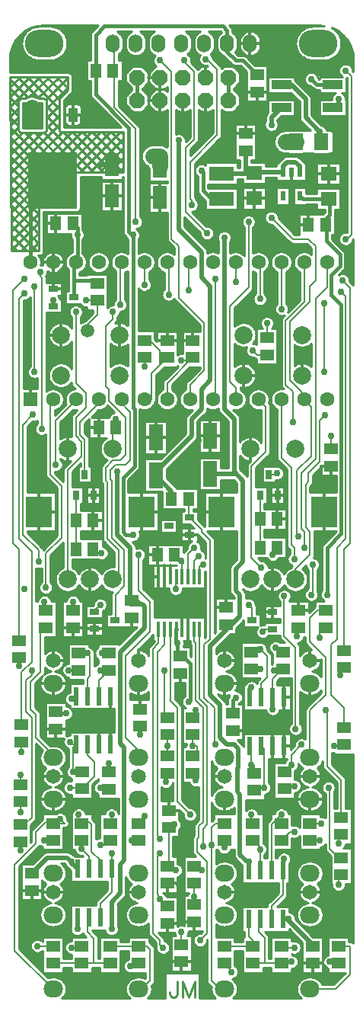
<source format=gtl>
G04 DipTrace 3.1.0.0*
G04 uO_c1.1.GTL*
%MOIN*%
G04 #@! TF.FileFunction,Copper,L1,Top*
G04 #@! TF.Part,Single*
%AMOUTLINE0*
4,1,4,
-0.019685,-0.031496,
0.019685,-0.031496,
0.019685,0.031496,
-0.019685,0.031496,
-0.019685,-0.031496,
0*%
%AMOUTLINE1*
4,1,4,
-0.106299,-0.122047,
0.106299,-0.122047,
0.106299,0.122047,
-0.106299,0.122047,
-0.106299,-0.122047,
0*%
%AMOUTLINE2*5,1,8,0,0,0.074,-202.499184*%
%AMOUTLINE3*
4,1,4,
-0.031496,-0.035492,
0.031496,-0.035492,
0.031496,0.035492,
-0.031496,0.035492,
-0.031496,-0.035492,
0*%
G04 #@! TA.AperFunction,Conductor*
%ADD14C,0.015*%
%ADD15C,0.008*%
%ADD16C,0.02*%
%ADD17C,0.07*%
G04 #@! TA.AperFunction,CopperBalancing*
%ADD19C,0.013*%
%ADD20C,0.01*%
%ADD23R,0.064961X0.112205*%
%ADD24R,0.070866X0.062992*%
%ADD25R,0.059055X0.051181*%
%ADD27R,0.062992X0.100394*%
%ADD28R,0.051181X0.059055*%
%ADD29R,0.086614X0.03937*%
G04 #@! TA.AperFunction,ComponentPad*
%ADD30C,0.07874*%
%ADD31R,0.11811X0.137795*%
%ADD35O,0.085X0.075*%
%ADD36C,0.065*%
%ADD37R,0.106299X0.062992*%
%ADD39R,0.041339X0.025591*%
%ADD41R,0.025591X0.041339*%
G04 #@! TA.AperFunction,ComponentPad*
%ADD42R,0.062992X0.062992*%
%ADD43C,0.062992*%
%ADD44R,0.015748X0.070866*%
%ADD45R,0.023622X0.07874*%
%ADD47R,0.023622X0.043307*%
G04 #@! TA.AperFunction,ComponentPad*
%ADD48O,0.06X0.08*%
%ADD49C,0.059055*%
%ADD50O,0.169291X0.11811*%
G04 #@! TA.AperFunction,ViaPad*
%ADD51C,0.03*%
%ADD103C,0.010807*%
%ADD108OUTLINE0*%
%ADD109OUTLINE1*%
G04 #@! TA.AperFunction,ComponentPad*
%ADD110OUTLINE2*%
%ADD111OUTLINE3*%
%FSLAX26Y26*%
G04*
G70*
G90*
G75*
G01*
G04 Top*
%LPD*%
X504694Y3635977D2*
D14*
Y3987431D1*
X580257Y4062994D1*
X810950D2*
X861069D1*
X1342144Y3914729D2*
Y3918726D1*
X1292149D1*
X1260902Y3949973D1*
Y4031598D1*
X1254662Y4037838D1*
X1169556Y2259943D2*
D15*
Y2322791D1*
X1167162D1*
Y2331589D1*
X954662Y2444089D2*
D14*
X923451D1*
X910943Y2456596D1*
Y2694096D1*
X960934Y2744087D1*
Y2993635D1*
X954685Y2999884D1*
Y3749994D1*
Y3756243D1*
X710944D2*
Y3642228D1*
X704694Y3635977D1*
X1169556Y2322791D2*
X1135746Y2356600D1*
X710944Y3756243D2*
Y3787652D1*
X691997Y3806599D1*
X1367131Y4593656D2*
Y4649910D1*
X1348393Y4668648D1*
X829698D1*
X792202Y4631152D1*
Y4475107D1*
X792391Y4474918D1*
X954685Y3749994D2*
X935937Y3768742D1*
Y4224944D1*
X792202Y4368679D1*
Y4474729D1*
X1367131Y4593656D2*
Y4556170D1*
X1404637Y4518663D1*
X1435884D1*
X1498378Y4456170D1*
X695214Y3481687D2*
Y3556799D1*
Y3626497D1*
X704694Y3635977D1*
X695214Y3556799D2*
X785506D1*
X798412Y3543892D1*
X1467194Y1731695D2*
Y1769015D1*
X1473380Y1775201D1*
X685943Y1725346D2*
X692094D1*
X704694Y1737946D1*
X1160944Y1912846D2*
X1148443D1*
Y1969096D1*
X1142194D1*
Y2033368D1*
X1143965Y2031596D1*
X1160944Y1912846D2*
X1173444D1*
X1204694Y1881596D1*
Y1719096D1*
X1198444Y1712847D1*
X1804694Y2181596D2*
Y2387846D1*
X1867194Y2450346D1*
Y3450346D1*
X1823443Y3494096D1*
Y3581186D1*
X1860943Y3618686D1*
Y3669058D1*
X1801538Y3728464D1*
Y3828464D1*
X1817162Y3844089D1*
Y3919066D1*
X1810942Y3912846D1*
X1698392D1*
X1685941Y3925297D1*
X1798246Y3800346D2*
X1801538Y3828464D1*
X1392162Y1662838D2*
Y1719089D1*
X1404723Y1731649D1*
X660913Y1662838D2*
X623216D1*
X617162Y1668892D1*
X1104694Y1569490D2*
D15*
Y1519096D1*
Y1475543D1*
X1217095Y1569392D2*
Y1518805D1*
X1235846D1*
Y1493999D1*
X1217193Y1475346D1*
X1198345Y2600251D2*
Y2522247D1*
X1201494Y2519098D1*
X1317162Y1525054D2*
Y1537839D1*
X1310943Y1544058D1*
Y1687808D1*
X1267162Y1731589D1*
Y1962838D1*
X1292194Y1987869D1*
Y2419096D1*
X1254694Y2456596D1*
Y2465898D1*
X1201494Y2519098D1*
X985912Y1569089D2*
Y1606589D1*
X1246328Y2259951D2*
Y2306596D1*
X1267194D1*
X1260943Y2312847D1*
X1660860Y2337642D2*
Y2387637D1*
X1648362Y2400136D1*
Y2737928D1*
X1604694Y2781596D1*
Y3035977D1*
X1404694D2*
Y3087375D1*
X1379694Y3112375D1*
Y3444096D1*
X1460943Y3525346D1*
Y3812846D1*
X967183D2*
Y4218695D1*
X873443Y4312435D1*
Y4481167D1*
Y4593656D1*
X867131D1*
X873443Y4481167D2*
X867194Y4474918D1*
X1879595Y1600249D2*
Y1687944D1*
X1823443Y1744096D1*
Y1962846D1*
X1848443Y1987846D1*
Y2387846D1*
X1885943Y2425346D1*
Y3487847D1*
X1867194Y3506596D1*
X1198412Y3512406D2*
Y3635977D1*
X1204694D1*
X1879694Y1937650D2*
Y2381596D1*
X1904694Y2406596D1*
Y3524873D1*
X1873412Y3556156D1*
X467194Y1612650D2*
Y1844098D1*
X510943Y1887847D1*
Y2369096D1*
X454694Y2425346D1*
Y3475346D1*
X479694Y3500346D1*
X1110943Y3494096D2*
Y3629728D1*
X1104694Y3635977D1*
X454694Y1981400D2*
Y2381596D1*
X429694Y2406596D1*
Y3512847D1*
X479694Y3562847D1*
X1404694Y3549936D2*
Y3635977D1*
X1067194Y2031596D2*
Y1969096D1*
X1042182Y1944085D1*
Y700321D1*
X1073422Y669081D1*
Y650320D1*
X1085921Y637821D1*
X1660943Y637847D2*
X1610845D1*
X1604694Y643998D1*
X1092784Y2031596D2*
Y1963438D1*
X1060931Y1931585D1*
Y1125262D1*
X1073422Y1112771D1*
X1660943Y1144096D2*
X1642095D1*
X1604694Y1106695D1*
X1220737Y2031596D2*
X1223443D1*
Y1975347D1*
X1229694Y1969096D1*
Y1719057D1*
X1260912Y1687839D1*
Y1187772D1*
X1242154Y1169015D1*
Y1119020D1*
X1235905Y1112771D1*
Y1056636D1*
X1279694Y1012847D1*
Y700358D1*
X1248404Y669068D1*
X685943Y637847D2*
X723543D1*
X729694Y643998D1*
X1246328Y2031596D2*
Y1727423D1*
X1279662Y1694089D1*
Y1175276D1*
X1260902Y1156516D1*
Y1081524D1*
X810943Y1087847D2*
X835846D1*
X854694Y1106695D1*
X1204694Y3035977D2*
Y3100346D1*
X1267162Y3162814D1*
Y3369128D1*
X1154694Y3481596D1*
Y3706557D1*
X1123443Y3737808D1*
Y4469096D1*
X1073443Y4519096D1*
X1195147Y2259943D2*
Y2359346D1*
X1223438Y2387637D1*
X1679609Y2437632D2*
X1673359Y2443881D1*
Y2725070D1*
X1735884Y2787595D1*
Y3004787D1*
X1704694Y3035977D1*
X1273433Y4524913D2*
X1279682D1*
X1323396Y4481199D1*
Y4193698D1*
X1204662Y4074964D1*
Y3912839D1*
X1210908Y3906594D1*
Y3887480D1*
X1560902Y3831236D2*
X1654643Y3737495D1*
X1723385D1*
X1754632Y3706249D1*
Y3556264D1*
X1729635Y3531267D1*
Y3462524D1*
X1642144Y3375033D1*
Y3118674D1*
X1692139Y3068679D1*
Y3048532D1*
X1704694Y3035977D1*
X1665619Y2248821D2*
Y2292522D1*
X1729694Y2356596D1*
Y2456289D1*
X1710943Y2475040D1*
Y2662846D1*
X1723443Y2675346D1*
Y2712847D1*
X1773443Y2762847D1*
Y2943687D1*
X1795287Y2965531D1*
X1792194Y3156156D2*
Y3456596D1*
X898443Y3450346D2*
Y3629726D1*
X904694Y3635977D1*
X542194Y2325346D2*
Y2375346D1*
X473443Y2444096D1*
Y2924936D1*
X517162Y2968656D1*
X523443Y3156596D2*
Y3531596D1*
X1004694Y3537847D2*
Y3635977D1*
X865619Y2248821D2*
X892194D1*
Y2375136D1*
X842196Y2425133D1*
Y2675345D1*
X835947Y2681594D1*
Y2737600D1*
X867194Y2768847D1*
X898441D1*
X923438Y2793845D1*
Y2956131D1*
X848443Y3031125D1*
Y3081125D1*
X835943Y3093625D1*
Y3356619D1*
X867162Y3387838D1*
Y3419096D1*
X1604694Y3431596D2*
Y3635977D1*
X668769Y2248821D2*
Y2726922D1*
X729694Y2787847D1*
Y2850103D1*
X704711Y2875086D1*
Y2956204D1*
X748443Y2999936D1*
Y3062808D1*
X704662Y3106589D1*
Y3419089D1*
X1510943Y3475346D2*
Y3629728D1*
X1504694Y3635977D1*
X1854694Y4350346D2*
D14*
Y4338051D1*
X1829493Y4312850D1*
X973443Y4344096D2*
Y4444096D1*
X1354694Y456096D2*
D15*
X1336444D1*
X1298444Y494096D1*
Y1087099D1*
Y1162847D1*
X1317194Y1181596D1*
X1354595D1*
X1354694Y1181498D1*
X1773443Y1106695D2*
X1729694D1*
Y1181498D2*
X1779694D1*
X1604694Y1219096D2*
Y1181498D1*
X1473444Y1219096D2*
Y1187747D1*
X1479694Y1181498D1*
X1560943Y975446D2*
Y1175346D1*
X1604694Y1219096D1*
X1510943Y975446D2*
Y1067745D1*
Y1075446D1*
X1479694Y1106695D1*
X1354694Y1075346D2*
Y1106695D1*
X979694Y456096D2*
X991694D1*
X1029694Y494096D1*
Y631596D1*
X1017194Y644096D1*
X979792D1*
X979694Y643998D1*
X854694D2*
X979694D1*
X854694Y569195D2*
X783014D1*
X729694D1*
X604694D2*
X729694D1*
X783014D2*
Y678276D1*
X754694Y706596D1*
Y762847D1*
X760943Y769096D1*
X979694Y569195D2*
X954792D1*
X942194Y556596D1*
X535943Y644096D2*
X604595D1*
X604694Y643998D1*
X710943Y719095D2*
Y769096D1*
X604694Y1181498D2*
X654791D1*
X635943Y1200346D1*
X948443Y1106596D2*
X979595D1*
X979694Y1106695D1*
X604694Y456096D2*
X435989Y624801D1*
Y1000283D1*
X529694Y1093988D1*
Y1144098D1*
X573443Y1187847D1*
X598345D1*
X604694Y1181498D1*
X979694D2*
X973345D1*
X1004694Y1212847D1*
X860943Y1219096D2*
Y1187747D1*
X854694Y1181498D1*
X717194Y1219096D2*
Y1193998D1*
X729694Y1181498D1*
X810943Y981695D2*
Y1019098D1*
X773444Y1056596D1*
Y1175346D1*
X760943Y1187847D1*
X736043D1*
X729694Y1181498D1*
Y1106695D2*
Y1069096D1*
X567095Y1106695D2*
X604694D1*
X760943Y981695D2*
Y1037847D1*
X729694Y1069096D1*
X1511140Y2512847D2*
Y2616241D1*
X1512568Y2617669D1*
X1511140Y2387847D2*
Y2512847D1*
X704891Y2506596D2*
Y2381596D1*
Y2616242D1*
X706317Y2617669D1*
X785943Y2106596D2*
Y2112847D1*
X810943Y2137847D1*
X692194Y2150347D2*
Y2112650D1*
X567194Y2150347D2*
Y2118900D1*
X573443Y2112650D1*
X1567194Y1731695D2*
Y1812847D1*
X1610943Y1856596D1*
X1567193D1*
X1573443Y1850346D1*
X1510943Y1856596D2*
X1473443D1*
X1473542Y1856498D1*
X1867095Y1206498D2*
Y1369195D1*
X1804694Y1431596D1*
Y1669095D1*
X1798443Y1675346D1*
X1567194Y1681596D2*
Y1731695D1*
X1229662Y1675338D2*
Y1656762D1*
X1217095Y1644195D1*
X1611137Y4031596D2*
D16*
X1492189D1*
X1485939Y4025347D1*
X1342144Y4024965D2*
X1485557D1*
X1485939Y4025347D1*
X1685941Y4031596D2*
Y4056129D1*
X1667110Y4074960D1*
X1629614D1*
X1611137Y4056484D1*
Y4031596D1*
X1485939Y4025347D2*
X1448383D1*
Y4124955D1*
X1104694Y1400740D2*
D15*
Y1369096D1*
X1098444Y1362847D1*
X810950Y1337747D2*
X854594D1*
X848443Y1331596D1*
X679694Y1337747D2*
X726179D1*
X731838Y1332089D1*
X460943Y1394096D2*
Y1350150D1*
X754694Y1525347D2*
Y1481595D1*
X785943Y1450346D1*
Y1386194D1*
X731838Y1332089D1*
X1729694Y456096D2*
X1841694D1*
X1904694Y519096D1*
Y643998D1*
X1854694D1*
X1385943Y531596D2*
Y537946D1*
X1354694Y569195D1*
X1479694D2*
X1530715D1*
X1604694D1*
X1648443D1*
Y575346D1*
X1817194D2*
Y569195D1*
X1854694D1*
X1530715D2*
Y680575D1*
X1504694Y706596D1*
Y756598D1*
X1510943Y762847D1*
X1479694Y643998D2*
Y669096D1*
X1460943Y687847D1*
Y762847D1*
X1354694Y643998D2*
X1479694D1*
X460943Y1175149D2*
X479497D1*
X510944Y1206596D1*
Y1644056D1*
X485912Y1669089D1*
Y1806587D1*
X510944Y1831620D1*
Y1850347D1*
X673443D2*
X717194D1*
X810943D2*
X848444D1*
X804694Y1737946D2*
Y1806596D1*
X848444Y1850347D1*
X1104694Y1644293D2*
X1092194Y1656793D1*
Y1850347D1*
X1567194Y2031596D2*
X1535943D1*
X1523443Y2019096D1*
X1673443Y2000346D2*
Y2031792D1*
X1679595Y2037944D1*
X1773443Y1994096D2*
Y2013043D1*
X1798345Y2037944D1*
X604694Y1468596D2*
Y1481596D1*
X529662Y1556628D1*
Y1656589D1*
X504662Y1681589D1*
Y1800338D1*
X548443Y1844119D1*
Y2012847D1*
X573443Y2037847D1*
X979694Y1468596D2*
Y1500347D1*
X923438Y1556603D1*
Y1912431D1*
X1029662Y2018656D1*
Y2149906D1*
X979662Y2199906D1*
Y2356589D1*
X817162Y2362847D2*
X798443D1*
X779694Y2381596D1*
X1585943Y2387847D2*
Y2375346D1*
X1567194Y2356596D1*
X1742194Y2312847D2*
Y2187847D1*
X1735943Y2181596D1*
X1617194Y2175346D2*
Y2000347D1*
X1667194Y1950347D1*
Y1594089D1*
X1729694Y1468596D2*
Y1675347D1*
X1798443Y1744096D1*
Y1906596D1*
X1729694Y1975346D1*
Y2081598D1*
X1760943Y2112847D1*
X1798245D1*
X1798345Y2112747D1*
X1867095Y1031498D2*
X1854792D1*
X1817194Y1069096D1*
Y1331596D1*
X1810943Y1337847D1*
X1660943Y1344096D2*
X1629694D1*
X1617292Y1331695D1*
X1529694Y1337847D2*
X1473444D1*
X1485944Y1325347D1*
X1229694Y1369096D2*
Y1388041D1*
X1217193Y1400543D1*
X1529694Y1337847D2*
Y1506596D1*
X1517194Y1519096D1*
X848444Y1925150D2*
X817389D1*
X754694D2*
X717194D1*
X454694Y1869096D2*
Y1906596D1*
X754694Y1737946D2*
Y1812846D1*
X767194Y1825346D1*
Y1912650D1*
X754694Y1925150D1*
X848443Y1406400D2*
Y1443986D1*
X692194Y1406400D2*
X731346D1*
X731838Y1406892D1*
X692194Y1406400D2*
Y1512847D1*
X704694Y1525347D1*
X692194D1*
X679694Y1537847D1*
X467194Y1494096D2*
Y1537847D1*
X1473542Y1931301D2*
X1510943D1*
Y1944096D1*
X1579694Y1950346D2*
X1591997D1*
X1610943Y1931400D1*
X1860944Y1831596D2*
Y1881596D1*
X1879694Y1862847D1*
X1517194Y1731695D2*
Y1794096D1*
X1542194Y1819096D1*
Y1912846D1*
X1510943Y1944096D1*
X1485944Y1400150D2*
Y1437737D1*
X1473380D1*
Y1525283D1*
X1467194Y1519096D1*
X1648531Y1437737D2*
X1617292Y1406498D1*
X1648531Y1437737D2*
Y1481683D1*
X1692194Y1525346D1*
X1835943Y1519096D2*
X1873246D1*
X1879595Y1525446D1*
X1854694Y912847D2*
Y944293D1*
X1867095Y956695D1*
X1854694Y1094096D2*
Y1119293D1*
X1867095Y1131695D1*
X460943Y1231596D2*
Y1275347D1*
Y1062846D2*
Y1100346D1*
X1667630Y4162451D2*
D17*
X1623333D1*
X1042543Y4099957D2*
X1073581D1*
Y4056745D1*
X510981Y4262440D2*
Y4279940D1*
X512669Y4281628D1*
X510981Y4312435D2*
Y4262440D1*
X1004662Y3219285D2*
D15*
Y3181589D1*
X1542194Y3369096D2*
Y3306400D1*
X604662Y3444285D2*
Y3469089D1*
X748412D2*
X798412D1*
X754662Y3336089D2*
Y3362839D1*
X798412Y3406589D1*
Y3469089D1*
X1373443Y4344096D2*
D14*
Y4444096D1*
X1735853Y4437422D2*
X1760425Y4412850D1*
X1829493D1*
X1179693Y4518663D2*
D15*
Y4512414D1*
X1223438Y4468669D1*
Y4174981D1*
X1185910Y4137453D1*
Y3856264D1*
X1279682Y3762493D1*
X1317162Y3562839D2*
Y3023509D1*
X1304694Y3035977D1*
X1143965Y2259943D2*
X1142194D1*
Y2206596D1*
X1517194Y2300347D2*
X1473443Y2344098D1*
Y2744096D1*
X1535943Y2806596D1*
Y3004728D1*
X1504694Y3035977D1*
X1220737Y2259943D2*
Y2328889D1*
X1242194Y2350346D1*
X1704606Y2387637D2*
Y2456380D1*
X1692107Y2468879D1*
Y2712761D1*
X1754694Y2775347D1*
Y3475346D1*
X1804694Y3525346D1*
Y3635977D1*
X1885913Y3737838D2*
X1892162D1*
X1910943Y3756619D1*
Y4449812D1*
X1885837Y4474918D1*
X1004662Y3294089D2*
X1029662D1*
X1073412Y3250339D1*
Y3187838D1*
X1104662Y3219089D1*
X1073412Y3187838D2*
X1035912Y3150338D1*
Y3035977D1*
X1004694D1*
X1823443Y2818900D2*
Y2875346D1*
X554662Y2906627D2*
Y3568656D1*
X548412Y3574906D1*
Y3593656D1*
X865619Y2819687D2*
Y2917522D1*
X873443Y2925346D1*
X864202Y2934587D1*
X879693Y2950078D1*
X1654694Y2937847D2*
Y3068624D1*
X1623443Y3099875D1*
Y3381596D1*
X1704694Y3462847D1*
Y3635977D1*
X879504Y2912582D2*
X873443D1*
Y2925346D1*
X1542194Y3231596D2*
X1498443D1*
X1479694Y3250346D1*
X1167162Y3206589D2*
X1204662D1*
X1217162Y3219089D1*
X1104694Y3035977D2*
Y3106620D1*
X1217162Y3219089D1*
X1476643Y2068998D2*
Y2122148D1*
X1460943Y2137847D1*
X573443Y2212847D2*
Y2362846D1*
X642194Y2431596D1*
Y2656596D1*
X592194Y2706596D1*
Y3023477D1*
X604694Y3035977D1*
X1549969Y2708220D2*
X1581316D1*
X1585943Y2712847D1*
X617194Y2750347D2*
Y2944096D1*
X698443Y3025346D1*
Y3029726D1*
X704694Y3035977D1*
X743719Y2708220D2*
Y2861075D1*
X723459Y2881335D1*
Y2937452D1*
X798443Y3012436D1*
Y3042228D1*
X804694Y3035977D1*
X876494Y2069195D2*
X879662D1*
Y2181156D1*
X917194Y2218687D1*
Y2375133D1*
X860944Y2431383D1*
Y2681596D1*
X854694Y2687847D1*
Y2725346D1*
X879447Y2750099D1*
X923438D1*
X942186Y2768847D1*
Y2981132D1*
X887341Y3035977D1*
X904694D1*
X1560943Y762847D2*
Y819096D1*
X1610943Y869096D1*
Y975446D1*
X810943Y769096D2*
Y831596D1*
X860943Y881596D1*
Y981695D1*
Y1050346D1*
X1615962Y1025346D2*
X1610943Y975446D1*
X1223444Y919293D2*
Y859363D1*
Y825150D1*
X1073444Y850346D2*
X1104694Y819096D1*
X1073444Y850346D2*
Y856526D1*
X1060923Y869047D1*
Y1037779D1*
X1073490Y1050346D1*
X1460943Y975446D2*
D16*
Y1012782D1*
X685944D2*
Y1006694D1*
X710943Y981695D1*
X685944Y1012782D2*
X667196Y1031530D1*
X579821D1*
X510943Y962652D1*
X1360943Y2050347D2*
X1385921D1*
X1423412Y2087838D1*
X1385912Y2050338D2*
X1367162D1*
Y2031589D1*
X1292162Y1956589D1*
Y1744089D1*
X1335912Y1700339D1*
Y1556589D1*
X1367162Y1525338D1*
X1398413D1*
X1417194Y1506557D1*
Y1424480D1*
X1410887D1*
Y1319154D1*
X1423443Y1306598D1*
Y1044096D1*
X1454758Y1012782D1*
X1460943D1*
X1604690Y4412850D2*
X1647937D1*
X1710855Y4349931D1*
Y4268690D1*
X1773349Y4206196D1*
Y4168700D1*
X1779598Y4162451D1*
X1423412Y2087838D2*
Y2181383D1*
X1404637Y2200157D1*
Y2294064D1*
X1435884Y2325310D1*
Y2681356D1*
X1398388Y2718852D1*
Y2949930D1*
X1354643Y2993675D1*
Y3744089D1*
X1292194Y2709998D2*
X1398388D1*
Y2718852D1*
X1610943Y762847D2*
X1635943D1*
X860943Y719096D2*
Y769096D1*
X1742194Y643900D2*
Y650346D1*
X1635943Y756596D1*
Y762847D1*
X860943Y769096D2*
Y837846D1*
X898443Y875346D1*
Y1000346D1*
X917189Y1019091D1*
Y1512851D1*
X898443Y1531596D1*
Y1931186D1*
X1004662Y2037405D1*
Y2131156D1*
X995152Y2140666D1*
X942194D1*
Y2387846D1*
X885943Y2444096D1*
Y2719096D1*
X1039346D2*
X1054694Y2703749D1*
X1039346Y2719096D2*
Y2703750D1*
X1210943Y2875347D1*
Y2949936D1*
X1254653Y2993646D1*
Y3081579D1*
X1292162Y3119089D1*
Y3531589D1*
X1254653Y3569098D1*
Y3681598D1*
X1154664Y3781587D1*
Y4168700D1*
X1560871Y4237443D2*
Y4269031D1*
X1604690Y4312850D1*
X1123542Y2600251D2*
Y2634901D1*
X1054694Y2703749D1*
X1167162Y650131D2*
D15*
Y706564D1*
X948412Y2156156D2*
X979662D1*
X995152Y2140666D1*
X1104694Y994096D2*
X1110943Y987847D1*
Y1162847D1*
X1118375Y2031596D2*
Y1717750D1*
X1148412Y1687713D1*
Y1275257D1*
X1204658Y1219010D1*
X1135916Y1175264D2*
X1123360D1*
X1110943Y1162847D1*
X1223444Y994096D2*
X1229593D1*
X1254653Y969036D1*
Y975285D1*
X1142165D2*
X1085883D1*
X1104694Y994096D1*
D51*
X580257Y4062994D3*
X810950D3*
X1254662Y4037838D3*
X1167162Y2331589D3*
X954662Y2444089D3*
X954685Y3756243D3*
X710944D3*
D3*
X1473380Y1775201D3*
X685943Y1725346D3*
X1198444Y1712847D3*
X1804694Y2181596D3*
X1148443Y1969096D3*
X1404723Y1731649D3*
X660913Y1662838D3*
X1217095Y1518805D3*
X1104694Y1519096D3*
X1317162Y1525054D3*
X1217095Y1518805D3*
X985912Y1569089D3*
X1260943Y2312847D3*
X1660860Y2337642D3*
X1460943Y3812846D3*
X967183D3*
X1867194Y3506596D3*
X1198412Y3512406D3*
X1873412Y3556156D3*
X479694Y3500346D3*
X1110943Y3494096D3*
X479694Y3562847D3*
X1404694Y3549936D3*
X1085921Y637821D3*
X1660943Y637847D3*
X1073422Y1112771D3*
X1660943Y1144096D3*
X1248404Y669068D3*
X685943Y637847D3*
X1260902Y1081524D3*
X810943Y1087847D3*
X1073443Y4519096D3*
X1223438Y2387637D3*
X1679609Y2437632D3*
X1273433Y4524913D3*
X1210908Y3887480D3*
X1560902Y3831236D3*
X1795287Y2965531D3*
X1792194Y3156156D3*
Y3456596D3*
X898443Y3450346D3*
X542194Y2325346D3*
X517162Y2968656D3*
X523443Y3156596D3*
Y3531596D3*
X1004694Y3537847D3*
X867162Y3419096D3*
X1604694Y3431596D3*
X704662Y3419089D3*
X1510943Y3475346D3*
X1854694Y4350346D3*
X1773443Y1106695D3*
X1298444Y1087099D3*
X1779694Y1181498D3*
X1604694Y1219096D3*
X1473444D3*
X1604694D3*
X1354694Y1075346D3*
X1510943Y1067745D3*
X942194Y556596D3*
X535943Y644096D3*
X710943Y719095D3*
X635943Y1200346D3*
X948443Y1106596D3*
X1004694Y1212847D3*
X860943Y1219096D3*
X717194D3*
X729694Y1069096D3*
X567095Y1106695D3*
X810943Y2137847D3*
X692194Y2150347D3*
X567194D3*
X1573443Y1850346D3*
X1510943Y1856596D3*
X1798443Y1675346D3*
X1567194Y1681596D3*
X1229662Y1675338D3*
X1098444Y1362847D3*
X810950Y1337747D3*
X679694D3*
X460943Y1394096D3*
X1385943Y531596D3*
X1648443Y575346D3*
X1817194D3*
X510944Y1850347D3*
X673443D3*
X810943D3*
X1092194D3*
X1523443Y2019096D3*
X1673443Y2000346D3*
X1773443Y1994096D3*
X979662Y2356589D3*
X817162Y2362847D3*
X1567194Y2356596D3*
X1742194Y2312847D3*
X1735943Y2181596D3*
X1617194Y2175346D3*
X1667194Y1594089D3*
X1810943Y1337847D3*
X1660943Y1344096D3*
X1529694Y1337847D3*
X1229694Y1369096D3*
X1529694Y1337847D3*
X817389Y1925150D3*
X754694D3*
X454694Y1869096D3*
X754694Y1925150D3*
X848443Y1443986D3*
X692194Y1406400D3*
D3*
X679694Y1537847D3*
X467194Y1494096D3*
X1510943Y1944096D3*
X1579694Y1950346D3*
X1860944Y1831596D3*
X1648531Y1437737D3*
X1473380D3*
X1692194Y1525346D3*
X1835943Y1519096D3*
X1648531Y1437737D3*
X1854694Y912847D3*
Y1094096D3*
X460943Y1231596D3*
Y1062846D3*
X1623333Y4162451D3*
X1042543Y4099957D3*
X1004662Y3181589D3*
X1542194Y3369096D3*
X604662Y3469089D3*
X748412D3*
X1735853Y4437422D3*
X1179693Y4518663D3*
X1279682Y3762493D3*
X1317162Y3562839D3*
X1142194Y2206596D3*
X1517194Y2300347D3*
X1242194Y2350346D3*
X1704606Y2387637D3*
X1885913Y3737838D3*
X1885837Y4474918D3*
X1823443Y2875346D3*
X554662Y2906627D3*
X548412Y3593656D3*
X879693Y2950078D3*
X1654694Y2937847D3*
X1479694Y3250346D3*
X1167162Y3206589D3*
X1460943Y2137847D3*
X573443Y2212847D3*
X1585943Y2712847D3*
X617194Y2750347D3*
X860943Y1050346D3*
X1615962Y1025346D3*
X1073444Y850346D3*
X1223444Y859363D3*
X1073444Y850346D3*
X1073490Y1050346D3*
X1460943Y1012782D3*
X685944D3*
D3*
X1354643Y3744089D3*
X1773349Y4206196D3*
X1635943Y762847D3*
X860943Y719096D3*
X885943Y2719096D3*
X1039346D3*
X1154664Y4168700D3*
X1560871Y4237443D3*
X1039346Y2719096D3*
X1167162Y706564D3*
X1204658Y1219010D3*
X1135916Y1175264D3*
X1254653Y975285D3*
X1142165D3*
X1154694Y1769096D3*
X1110943Y1306596D3*
X1154694Y912847D3*
X1160943Y762847D3*
X1035912Y2968656D3*
X1154662Y2962405D3*
X1129694Y2850346D3*
X1242194Y2856596D3*
X1123443Y2106596D3*
X1560943Y2762847D3*
X773443Y2806596D3*
X1354694Y2856596D3*
X1329662Y2962405D3*
X998430Y2850089D3*
X1198443Y2181596D3*
X810950Y2981325D3*
X542228Y4031215D3*
X660965Y3981220D3*
X598472Y4031215D3*
X660965D3*
X598472Y3981220D3*
X548477Y4087459D3*
X542228Y3981220D3*
X660965Y4087459D3*
X598472D3*
X754706Y4656149D3*
X729708Y4343682D3*
X679714D3*
X510981Y4312435D3*
Y4262440D3*
X792202Y2693855D3*
X1592118Y1631459D3*
X1517126D3*
X1273401Y4237443D3*
X1167162Y4243692D3*
X860944Y3843734D3*
X1067173D3*
X1560871Y3924976D3*
X1373412Y4225338D3*
X479694Y2206596D3*
X1504627Y4274939D3*
X621406Y4663220D2*
D20*
X790910D1*
X1386758D2*
X1712922D1*
X638829Y4653351D2*
X781027D1*
X1390762D2*
X1695500D1*
X475430Y4643482D2*
X484855D1*
X649473D2*
X771926D1*
X889922D2*
X944329D1*
X989922D2*
X1044329D1*
X1189922D2*
X1244329D1*
X1289922D2*
X1340187D1*
X1391015D2*
X1444329D1*
X1489922D2*
X1684855D1*
X1849473D2*
X1858899D1*
X463418Y4633614D2*
X477473D1*
X656855D2*
X768450D1*
X902246D2*
X932023D1*
X1002246D2*
X1032023D1*
X1202246D2*
X1232023D1*
X1302246D2*
X1332023D1*
X1402246D2*
X1432023D1*
X1502246D2*
X1677473D1*
X1856855D2*
X1870910D1*
X453809Y4623745D2*
X472278D1*
X662051D2*
X768313D1*
X908847D2*
X925422D1*
X1008847D2*
X1025422D1*
X1208847D2*
X1225422D1*
X1308847D2*
X1325422D1*
X1408847D2*
X1425422D1*
X1508847D2*
X1672278D1*
X1862051D2*
X1880519D1*
X445879Y4613876D2*
X468801D1*
X665527D2*
X768313D1*
X912363D2*
X921887D1*
X1012363D2*
X1021887D1*
X1212363D2*
X1221887D1*
X1312363D2*
X1321887D1*
X1412363D2*
X1421887D1*
X1512363D2*
X1668801D1*
X1865527D2*
X1888450D1*
X438555Y4604007D2*
X466790D1*
X667539D2*
X768313D1*
X913535D2*
X920735D1*
X1013535D2*
X1020735D1*
X1213535D2*
X1220735D1*
X1313535D2*
X1320735D1*
X1413535D2*
X1420735D1*
X1513535D2*
X1666790D1*
X1867539D2*
X1895774D1*
X433535Y4594138D2*
X466126D1*
X668203D2*
X768313D1*
X913535D2*
X920735D1*
X1013535D2*
X1020735D1*
X1213535D2*
X1220735D1*
X1313535D2*
X1320735D1*
X1413535D2*
X1420735D1*
X1513535D2*
X1666126D1*
X1868203D2*
X1900794D1*
X428515Y4584270D2*
X466770D1*
X667559D2*
X768313D1*
X913535D2*
X920735D1*
X1013535D2*
X1020735D1*
X1213535D2*
X1220735D1*
X1313535D2*
X1320735D1*
X1413535D2*
X1420735D1*
X1513535D2*
X1666770D1*
X1867559D2*
X1905813D1*
X424630Y4574401D2*
X468762D1*
X665567D2*
X768313D1*
X912578D2*
X921691D1*
X1012578D2*
X1021691D1*
X1212578D2*
X1221691D1*
X1312578D2*
X1321691D1*
X1412578D2*
X1421691D1*
X1512578D2*
X1668762D1*
X1865567D2*
X1909699D1*
X421954Y4564532D2*
X472238D1*
X662090D2*
X768313D1*
X909297D2*
X924954D1*
X1009297D2*
X1024954D1*
X1209297D2*
X1224954D1*
X1309297D2*
X1324954D1*
X1409297D2*
X1424954D1*
X1509297D2*
X1672238D1*
X1862090D2*
X1912375D1*
X419278Y4554663D2*
X477414D1*
X656914D2*
X768313D1*
X903067D2*
X931203D1*
X1003067D2*
X1031203D1*
X1203067D2*
X1231203D1*
X1303067D2*
X1331203D1*
X1403067D2*
X1431203D1*
X1503067D2*
X1677414D1*
X1856914D2*
X1915051D1*
X417715Y4544795D2*
X484778D1*
X649551D2*
X768313D1*
X893829D2*
X942649D1*
X991602D2*
X1042649D1*
X1196231D2*
X1242649D1*
X1297422D2*
X1342649D1*
X1411875D2*
X1442649D1*
X1491602D2*
X1684778D1*
X1849551D2*
X1916614D1*
X417130Y4534926D2*
X495363D1*
X638965D2*
X768313D1*
X893829D2*
X1046496D1*
X1206367D2*
X1243723D1*
X1303145D2*
X1355011D1*
X1452989D2*
X1695363D1*
X1838965D2*
X1917199D1*
X416543Y4525057D2*
X512668D1*
X621641D2*
X768313D1*
X893829D2*
X1042630D1*
X1210410D2*
X1242023D1*
X1307950D2*
X1364875D1*
X1462851D2*
X1712668D1*
X1821641D2*
X1917766D1*
X416172Y4515188D2*
X750402D1*
X909179D2*
X1042297D1*
X1210899D2*
X1243626D1*
X1317832D2*
X1374738D1*
X1472735D2*
X1918157D1*
X416172Y4505320D2*
X750402D1*
X909179D2*
X1045343D1*
X1215195D2*
X1249191D1*
X1327695D2*
X1384622D1*
X1482598D2*
X1918157D1*
X416172Y4495451D2*
X750402D1*
X909179D2*
X1053332D1*
X1225078D2*
X1264934D1*
X1337559D2*
X1425735D1*
X1544297D2*
X1862414D1*
X1909258D2*
X1918157D1*
X416172Y4485582D2*
X750402D1*
X909179D2*
X943821D1*
X1003067D2*
X1043821D1*
X1234942D2*
X1243821D1*
X1403067D2*
X1435598D1*
X1544297D2*
X1856359D1*
X416172Y4475713D2*
X750402D1*
X909179D2*
X933958D1*
X1012930D2*
X1033958D1*
X1412930D2*
X1445462D1*
X1544297D2*
X1854446D1*
X416172Y4465845D2*
X750402D1*
X909179D2*
X924875D1*
X1422011D2*
X1452454D1*
X1544297D2*
X1724074D1*
X1747637D2*
X1855832D1*
X688731Y4455976D2*
X750402D1*
X909179D2*
X922863D1*
X1424004D2*
X1452454D1*
X1544297D2*
X1710774D1*
X1760938D2*
X1861067D1*
X689805Y4446107D2*
X750402D1*
X909179D2*
X922863D1*
X1424004D2*
X1452454D1*
X1664395D2*
X1705715D1*
X689805Y4436238D2*
X750402D1*
X909179D2*
X922863D1*
X1424004D2*
X1452454D1*
X1664395D2*
X1704485D1*
X689825Y4426369D2*
X768313D1*
X893829D2*
X923294D1*
X1423594D2*
X1452454D1*
X1671329D2*
X1706535D1*
X689825Y4416501D2*
X768313D1*
X893829D2*
X929934D1*
X1016954D2*
X1029934D1*
X1416954D2*
X1452454D1*
X1681191D2*
X1712805D1*
X689843Y4406632D2*
X768313D1*
X893829D2*
X939797D1*
X1007090D2*
X1039797D1*
X1407090D2*
X1452454D1*
X1691055D2*
X1733274D1*
X689843Y4396763D2*
X768313D1*
X893829D2*
X949563D1*
X997325D2*
X1050286D1*
X1096602D2*
X1103061D1*
X1397325D2*
X1452454D1*
X1700918D2*
X1743137D1*
X689843Y4386894D2*
X768313D1*
X893829D2*
X945130D1*
X1001738D2*
X1045130D1*
X1401758D2*
X1452454D1*
X1710801D2*
X1769778D1*
X685801Y4377026D2*
X768313D1*
X893829D2*
X935266D1*
X1011622D2*
X1035266D1*
X1411622D2*
X1452454D1*
X1544297D2*
X1646867D1*
X1720664D2*
X1839114D1*
X1870274D2*
X1890559D1*
X675958Y4367157D2*
X768371D1*
X893829D2*
X925715D1*
X1421172D2*
X1452454D1*
X1544297D2*
X1656731D1*
X1730507D2*
X1828371D1*
X1881015D2*
X1890559D1*
X666094Y4357288D2*
X771359D1*
X893829D2*
X922863D1*
X1424023D2*
X1452454D1*
X1544297D2*
X1666594D1*
X1736153D2*
X1824094D1*
X1885294D2*
X1890559D1*
X656211Y4347419D2*
X780090D1*
X893829D2*
X922863D1*
X1424023D2*
X1452454D1*
X1664395D2*
X1676458D1*
X1737246D2*
X1769778D1*
X652363Y4337551D2*
X789973D1*
X893829D2*
X922863D1*
X1424023D2*
X1544993D1*
X1664395D2*
X1684465D1*
X1737246D2*
X1769778D1*
X652363Y4327682D2*
X666535D1*
X717871D2*
X799836D1*
X893829D2*
X923039D1*
X1423847D2*
X1544993D1*
X1664395D2*
X1684465D1*
X1737246D2*
X1769778D1*
X727539Y4317813D2*
X809699D1*
X896485D2*
X928626D1*
X1018262D2*
X1028626D1*
X1418262D2*
X1544993D1*
X1664395D2*
X1684465D1*
X1737246D2*
X1769778D1*
X728262Y4307944D2*
X819563D1*
X906347D2*
X938489D1*
X1008399D2*
X1038489D1*
X1408399D2*
X1544993D1*
X1664395D2*
X1684465D1*
X1737246D2*
X1769778D1*
X728262Y4298075D2*
X829446D1*
X916211D2*
X948450D1*
X998438D2*
X1048450D1*
X1398438D2*
X1544993D1*
X1664395D2*
X1684465D1*
X1737246D2*
X1769778D1*
X728262Y4288207D2*
X839309D1*
X926094D2*
X1103059D1*
X1143829D2*
X1203059D1*
X1243829D2*
X1303000D1*
X1343790D2*
X1543137D1*
X1664395D2*
X1684465D1*
X1737246D2*
X1769778D1*
X728262Y4278338D2*
X849172D1*
X935958D2*
X1103059D1*
X1143829D2*
X1203059D1*
X1243829D2*
X1303000D1*
X1343790D2*
X1536242D1*
X1664395D2*
X1684465D1*
X1738106D2*
X1769778D1*
X728262Y4268469D2*
X859035D1*
X945821D2*
X1103059D1*
X1143829D2*
X1203059D1*
X1243829D2*
X1303000D1*
X1343790D2*
X1534485D1*
X1597207D2*
X1684465D1*
X1747969D2*
X1890559D1*
X728262Y4258600D2*
X868918D1*
X955703D2*
X1103059D1*
X1143829D2*
X1203059D1*
X1243829D2*
X1303000D1*
X1343790D2*
X1534485D1*
X1587343D2*
X1686555D1*
X1757851D2*
X1890559D1*
X728203Y4248732D2*
X878782D1*
X965567D2*
X1103059D1*
X1143829D2*
X1203059D1*
X1243829D2*
X1303000D1*
X1343790D2*
X1531653D1*
X1590098D2*
X1693918D1*
X1767715D2*
X1890559D1*
X652363Y4238863D2*
X661027D1*
X723359D2*
X888645D1*
X975430D2*
X1103059D1*
X1143829D2*
X1203059D1*
X1243829D2*
X1303000D1*
X1343790D2*
X1402454D1*
X1494317D2*
X1529504D1*
X1592246D2*
X1703782D1*
X1777578D2*
X1890559D1*
X652363Y4228994D2*
X898527D1*
X984610D2*
X1103059D1*
X1143829D2*
X1203059D1*
X1243829D2*
X1303000D1*
X1343790D2*
X1402454D1*
X1494317D2*
X1530675D1*
X1591074D2*
X1713645D1*
X1794454D2*
X1890559D1*
X987559Y4219125D2*
X1103059D1*
X1143829D2*
X1203059D1*
X1243829D2*
X1303000D1*
X1343790D2*
X1402454D1*
X1494317D2*
X1535618D1*
X1586133D2*
X1723507D1*
X1801855D2*
X1890559D1*
X987578Y4209257D2*
X1103059D1*
X1143829D2*
X1203059D1*
X1243829D2*
X1303000D1*
X1343790D2*
X1402454D1*
X1494317D2*
X1548489D1*
X1573262D2*
X1603683D1*
X1829395D2*
X1890559D1*
X987578Y4199388D2*
X1103059D1*
X1143829D2*
X1203059D1*
X1243829D2*
X1300675D1*
X1343790D2*
X1402454D1*
X1494317D2*
X1588059D1*
X1832969D2*
X1890559D1*
X987578Y4189519D2*
X1103059D1*
X1177813D2*
X1203059D1*
X1243829D2*
X1290794D1*
X1343321D2*
X1402454D1*
X1494317D2*
X1579836D1*
X1832969D2*
X1890559D1*
X987578Y4179650D2*
X1103059D1*
X1184023D2*
X1199699D1*
X1243829D2*
X1280930D1*
X1337774D2*
X1402454D1*
X1494317D2*
X1574973D1*
X1832969D2*
X1890559D1*
X987578Y4169782D2*
X1103059D1*
X1243106D2*
X1271067D1*
X1327891D2*
X1402454D1*
X1494317D2*
X1572473D1*
X1832969D2*
X1890559D1*
X987578Y4159913D2*
X1103059D1*
X1236778D2*
X1261203D1*
X1318027D2*
X1402454D1*
X1494317D2*
X1572004D1*
X1832969D2*
X1890559D1*
X987578Y4150044D2*
X1036047D1*
X1080078D2*
X1103059D1*
X1226914D2*
X1251321D1*
X1308164D2*
X1402454D1*
X1494317D2*
X1573489D1*
X1832969D2*
X1890559D1*
X987578Y4140175D2*
X1011183D1*
X1217051D2*
X1241458D1*
X1298282D2*
X1402454D1*
X1494317D2*
X1577141D1*
X1832969D2*
X1890559D1*
X987578Y4130306D2*
X1001321D1*
X1207187D2*
X1231594D1*
X1288418D2*
X1402454D1*
X1494317D2*
X1583527D1*
X1832969D2*
X1890559D1*
X987578Y4120438D2*
X995500D1*
X1206290D2*
X1221711D1*
X1278555D2*
X1402454D1*
X1494317D2*
X1594523D1*
X1832462D2*
X1890559D1*
X1206290Y4110569D2*
X1211867D1*
X1268691D2*
X1402454D1*
X1494317D2*
X1890559D1*
X1258809Y4100700D2*
X1402454D1*
X1494317D2*
X1890559D1*
X1248946Y4090831D2*
X1402454D1*
X1494317D2*
X1608586D1*
X1688145D2*
X1890559D1*
X987578Y4080963D2*
X994875D1*
X1239082D2*
X1422004D1*
X1474766D2*
X1598723D1*
X1698007D2*
X1890559D1*
X987578Y4071094D2*
X1000246D1*
X1229219D2*
X1272590D1*
X1411699D2*
X1422004D1*
X1537774D2*
X1589367D1*
X1707442D2*
X1890559D1*
X987578Y4061225D2*
X1009309D1*
X1225059D2*
X1234250D1*
X1411699D2*
X1422004D1*
X1537774D2*
X1582922D1*
X1714161D2*
X1759114D1*
X1862774D2*
X1890559D1*
X987578Y4051356D2*
X1022493D1*
X1411699D2*
X1422004D1*
X1714161D2*
X1759114D1*
X1862774D2*
X1890559D1*
X987578Y4041488D2*
X1024563D1*
X1714161D2*
X1759114D1*
X1862774D2*
X1890559D1*
X987578Y4031619D2*
X1025675D1*
X1714161D2*
X1759114D1*
X1862774D2*
X1890559D1*
X987578Y4021750D2*
X1025675D1*
X1714161D2*
X1759114D1*
X1862774D2*
X1890559D1*
X987578Y4011881D2*
X1025675D1*
X1225059D2*
X1237023D1*
X1714161D2*
X1759114D1*
X1862774D2*
X1890559D1*
X725118Y4002012D2*
X813175D1*
X987578D2*
X1025675D1*
X1225059D2*
X1237023D1*
X1537774D2*
X1582922D1*
X1714161D2*
X1759114D1*
X1862774D2*
X1890559D1*
X725118Y3992144D2*
X912043D1*
X987578D2*
X1025675D1*
X1225059D2*
X1237023D1*
X1411699D2*
X1434114D1*
X1537774D2*
X1759114D1*
X1862774D2*
X1890559D1*
X725118Y3982275D2*
X813175D1*
X987578D2*
X1025675D1*
X1225059D2*
X1237023D1*
X1411699D2*
X1434114D1*
X1537774D2*
X1759114D1*
X1862774D2*
X1890559D1*
X725118Y3972406D2*
X813175D1*
X987578D2*
X1025675D1*
X1225059D2*
X1237023D1*
X1284786D2*
X1890559D1*
X725118Y3962537D2*
X813175D1*
X987578D2*
X1025675D1*
X1225059D2*
X1237023D1*
X1284786D2*
X1890559D1*
X725118Y3952669D2*
X813175D1*
X987578D2*
X1025675D1*
X1225059D2*
X1237023D1*
X1411699D2*
X1434114D1*
X1537774D2*
X1582922D1*
X1639355D2*
X1657727D1*
X1714161D2*
X1759114D1*
X1862774D2*
X1890559D1*
X725118Y3942800D2*
X813175D1*
X987578D2*
X1025675D1*
X1225059D2*
X1238175D1*
X1411699D2*
X1434114D1*
X1537774D2*
X1582922D1*
X1639355D2*
X1657727D1*
X1714161D2*
X1759114D1*
X1862774D2*
X1890559D1*
X725118Y3932931D2*
X813175D1*
X987578D2*
X1025675D1*
X1225059D2*
X1244582D1*
X1411699D2*
X1434114D1*
X1537774D2*
X1582922D1*
X1639355D2*
X1657727D1*
X1862774D2*
X1890559D1*
X725118Y3923062D2*
X813175D1*
X987578D2*
X1025675D1*
X1225059D2*
X1254446D1*
X1411699D2*
X1434114D1*
X1537774D2*
X1582922D1*
X1639355D2*
X1657727D1*
X1862774D2*
X1890559D1*
X725118Y3913194D2*
X813175D1*
X987578D2*
X1025675D1*
X1230137D2*
X1264309D1*
X1411699D2*
X1434114D1*
X1537774D2*
X1582922D1*
X1639355D2*
X1657727D1*
X1862774D2*
X1890559D1*
X725118Y3903325D2*
X813175D1*
X987578D2*
X1025675D1*
X1237851D2*
X1272590D1*
X1411699D2*
X1434114D1*
X1537774D2*
X1582922D1*
X1639355D2*
X1657727D1*
X1862774D2*
X1890559D1*
X725118Y3893456D2*
X813175D1*
X987578D2*
X1025675D1*
X1241719D2*
X1272590D1*
X1411699D2*
X1434114D1*
X1537774D2*
X1582922D1*
X1639355D2*
X1657727D1*
X1862774D2*
X1890559D1*
X725118Y3883587D2*
X813175D1*
X987578D2*
X1025675D1*
X1242051D2*
X1272590D1*
X1411699D2*
X1434114D1*
X1537774D2*
X1759114D1*
X1862774D2*
X1890559D1*
X725118Y3873719D2*
X813175D1*
X987578D2*
X1025675D1*
X1239023D2*
X1272590D1*
X1411699D2*
X1434114D1*
X1537774D2*
X1759114D1*
X1862774D2*
X1890559D1*
X722675Y3863850D2*
X813175D1*
X987578D2*
X1025675D1*
X1231035D2*
X1793274D1*
X1841055D2*
X1890559D1*
X564843Y3853981D2*
X912043D1*
X987578D2*
X1025675D1*
X1216602D2*
X1539738D1*
X1582070D2*
X1793274D1*
X1841055D2*
X1890559D1*
X564843Y3844112D2*
X575207D1*
X733985D2*
X912043D1*
X987578D2*
X1103059D1*
X1226485D2*
X1532355D1*
X1589434D2*
X1681458D1*
X1841055D2*
X1890559D1*
X564825Y3834243D2*
X575207D1*
X733985D2*
X912043D1*
X989786D2*
X1103059D1*
X1236347D2*
X1438351D1*
X1483535D2*
X1529661D1*
X1592149D2*
X1681458D1*
X1840235D2*
X1890559D1*
X564825Y3824375D2*
X575207D1*
X733985D2*
X912043D1*
X996309D2*
X1103059D1*
X1181055D2*
X1189387D1*
X1246211D2*
X1431809D1*
X1490078D2*
X1530286D1*
X1596172D2*
X1681458D1*
X1840235D2*
X1890559D1*
X564825Y3814506D2*
X575207D1*
X733985D2*
X912043D1*
X998535D2*
X1103059D1*
X1181055D2*
X1199250D1*
X1256094D2*
X1429582D1*
X1492305D2*
X1534523D1*
X1606055D2*
X1681458D1*
X1840235D2*
X1890559D1*
X564825Y3804637D2*
X575207D1*
X733985D2*
X912043D1*
X997462D2*
X1103059D1*
X1181055D2*
X1209114D1*
X1265958D2*
X1430675D1*
X1491211D2*
X1545187D1*
X1615918D2*
X1681458D1*
X1840235D2*
X1890559D1*
X564825Y3794768D2*
X575207D1*
X733985D2*
X912043D1*
X992618D2*
X1103059D1*
X1181055D2*
X1218996D1*
X1275821D2*
X1435500D1*
X1486387D2*
X1568958D1*
X1625782D2*
X1681458D1*
X1840235D2*
X1890559D1*
X564825Y3784900D2*
X575207D1*
X734825D2*
X912043D1*
X980157D2*
X1103059D1*
X1188262D2*
X1228859D1*
X1301231D2*
X1440559D1*
X1481329D2*
X1578821D1*
X1635664D2*
X1681458D1*
X1840235D2*
X1890559D1*
X564825Y3775031D2*
X575207D1*
X735839D2*
X912043D1*
X979590D2*
X1103059D1*
X1198126D2*
X1238723D1*
X1308379D2*
X1440559D1*
X1481329D2*
X1588683D1*
X1645527D2*
X1681458D1*
X1840235D2*
X1890559D1*
X564825Y3765162D2*
X575207D1*
X741015D2*
X912336D1*
X984746D2*
X1103059D1*
X1207989D2*
X1248391D1*
X1310958D2*
X1331731D1*
X1377559D2*
X1440559D1*
X1481329D2*
X1598567D1*
X1655391D2*
X1681458D1*
X1840235D2*
X1871594D1*
X564825Y3755293D2*
X679563D1*
X742325D2*
X916418D1*
X986074D2*
X1103059D1*
X1217851D2*
X1249153D1*
X1310215D2*
X1325383D1*
X1383906D2*
X1440559D1*
X1481329D2*
X1608430D1*
X1825430D2*
X1860031D1*
X564805Y3745425D2*
X681535D1*
X740351D2*
X925266D1*
X984102D2*
X1103059D1*
X1227735D2*
X1253527D1*
X1305839D2*
X1323274D1*
X1386015D2*
X1440559D1*
X1481329D2*
X1618294D1*
X1825430D2*
X1855481D1*
X564805Y3735556D2*
X687063D1*
X734825D2*
X930794D1*
X978574D2*
X1103195D1*
X1237598D2*
X1264582D1*
X1294766D2*
X1324465D1*
X1384825D2*
X1440559D1*
X1481329D2*
X1628157D1*
X1827813D2*
X1854602D1*
X564805Y3725687D2*
X687063D1*
X734825D2*
X930794D1*
X978574D2*
X1107317D1*
X1247462D2*
X1328254D1*
X1381035D2*
X1440559D1*
X1481329D2*
X1638039D1*
X1837675D2*
X1857043D1*
X564805Y3715818D2*
X687063D1*
X734825D2*
X930794D1*
X978574D2*
X1117023D1*
X1257343D2*
X1328254D1*
X1381035D2*
X1440559D1*
X1481329D2*
X1716653D1*
X1847559D2*
X1863958D1*
X1907871D2*
X1918157D1*
X564805Y3705949D2*
X687063D1*
X734825D2*
X930794D1*
X978574D2*
X1126887D1*
X1267207D2*
X1328254D1*
X1381035D2*
X1440559D1*
X1481329D2*
X1726515D1*
X1857422D2*
X1918157D1*
X564805Y3696081D2*
X687063D1*
X734825D2*
X930794D1*
X978574D2*
X1134309D1*
X1276504D2*
X1328254D1*
X1381035D2*
X1440559D1*
X1481329D2*
X1734250D1*
X1867286D2*
X1918157D1*
X564805Y3686212D2*
X687063D1*
X734825D2*
X930794D1*
X978574D2*
X1134309D1*
X1280626D2*
X1328254D1*
X1381035D2*
X1440559D1*
X1481329D2*
X1734250D1*
X1877149D2*
X1918157D1*
X563867Y3676343D2*
X579817D1*
X629570D2*
X679817D1*
X734825D2*
X779817D1*
X829570D2*
X879817D1*
X1029570D2*
X1079817D1*
X1429570D2*
X1440559D1*
X1529570D2*
X1579817D1*
X1629570D2*
X1679817D1*
X1883633D2*
X1918157D1*
X552305Y3666474D2*
X568078D1*
X641329D2*
X668078D1*
X741329D2*
X768078D1*
X841329D2*
X868078D1*
X1041329D2*
X1068078D1*
X1541329D2*
X1568078D1*
X1641329D2*
X1668078D1*
X1884825D2*
X1918157D1*
X547813Y3656606D2*
X561574D1*
X647813D2*
X661574D1*
X747813D2*
X761574D1*
X847813D2*
X861574D1*
X1047813D2*
X1061574D1*
X1547813D2*
X1561574D1*
X1647813D2*
X1661574D1*
X1884825D2*
X1918157D1*
X551347Y3646737D2*
X558031D1*
X651347D2*
X658031D1*
X751347D2*
X758031D1*
X851347D2*
X858031D1*
X1051347D2*
X1058031D1*
X1551347D2*
X1558031D1*
X1651347D2*
X1658031D1*
X1884825D2*
X1918157D1*
X1884825Y3636868D2*
X1918157D1*
X551719Y3626999D2*
X557669D1*
X651719D2*
X657669D1*
X751719D2*
X757669D1*
X851719D2*
X857669D1*
X1051719D2*
X1057669D1*
X1551719D2*
X1557669D1*
X1651719D2*
X1657669D1*
X1884825D2*
X1918157D1*
X648633Y3617131D2*
X660754D1*
X748633D2*
X760754D1*
X848633D2*
X860754D1*
X1048633D2*
X1060754D1*
X1548633D2*
X1560754D1*
X1648633D2*
X1660754D1*
X1884786D2*
X1918157D1*
X642774Y3607262D2*
X666614D1*
X742774D2*
X766614D1*
X842774D2*
X866614D1*
X1042774D2*
X1066614D1*
X1542774D2*
X1566614D1*
X1642774D2*
X1666614D1*
X1881778D2*
X1918157D1*
X632343Y3597393D2*
X671321D1*
X732343D2*
X777043D1*
X832343D2*
X877043D1*
X1032343D2*
X1077043D1*
X1532343D2*
X1577043D1*
X1632343D2*
X1677043D1*
X1873007D2*
X1918157D1*
X579179Y3587524D2*
X671321D1*
X719102D2*
X878059D1*
X918829D2*
X930794D1*
X1025078D2*
X1090559D1*
X1481329D2*
X1490559D1*
X1531329D2*
X1584309D1*
X1625078D2*
X1684309D1*
X1863145D2*
X1918157D1*
X575254Y3577656D2*
X671321D1*
X844336D2*
X878059D1*
X918829D2*
X930794D1*
X1025078D2*
X1090559D1*
X1481329D2*
X1490559D1*
X1531329D2*
X1584309D1*
X1625078D2*
X1684309D1*
X1895899D2*
X1918157D1*
X575059Y3567787D2*
X671321D1*
X844336D2*
X878059D1*
X918829D2*
X930794D1*
X1025078D2*
X1090559D1*
X1481329D2*
X1490559D1*
X1531329D2*
X1584309D1*
X1625078D2*
X1684309D1*
X1902500D2*
X1918157D1*
X575059Y3557918D2*
X671321D1*
X844336D2*
X878059D1*
X918829D2*
X930794D1*
X1028535D2*
X1090559D1*
X1481329D2*
X1490559D1*
X1531329D2*
X1584309D1*
X1625078D2*
X1684309D1*
X1904766D2*
X1918157D1*
X575059Y3548049D2*
X671321D1*
X844336D2*
X878059D1*
X918829D2*
X930794D1*
X1034336D2*
X1090559D1*
X1481329D2*
X1490559D1*
X1531329D2*
X1584309D1*
X1625078D2*
X1684309D1*
X1909942D2*
X1918157D1*
X641738Y3538180D2*
X671321D1*
X844336D2*
X878059D1*
X918829D2*
X930794D1*
X1036094D2*
X1090559D1*
X1481329D2*
X1490559D1*
X1531329D2*
X1584309D1*
X1625078D2*
X1684309D1*
X641738Y3528312D2*
X671321D1*
X844336D2*
X878059D1*
X918829D2*
X930794D1*
X1034551D2*
X1090559D1*
X1481329D2*
X1490559D1*
X1531329D2*
X1584309D1*
X1625078D2*
X1684309D1*
X641738Y3518443D2*
X671321D1*
X844336D2*
X878059D1*
X918829D2*
X930794D1*
X1029102D2*
X1090559D1*
X1480059D2*
X1490559D1*
X1531329D2*
X1584309D1*
X1625078D2*
X1684309D1*
X641738Y3508574D2*
X658137D1*
X844336D2*
X878059D1*
X918829D2*
X930794D1*
X978574D2*
X995500D1*
X1013887D2*
X1083215D1*
X1472598D2*
X1490559D1*
X1531329D2*
X1584309D1*
X1625078D2*
X1684309D1*
X641738Y3498705D2*
X658137D1*
X844336D2*
X878059D1*
X918829D2*
X930794D1*
X978574D2*
X1079895D1*
X1462715D2*
X1490481D1*
X1531406D2*
X1584309D1*
X1625078D2*
X1684309D1*
X628770Y3488837D2*
X658137D1*
X844336D2*
X878059D1*
X918829D2*
X930794D1*
X978574D2*
X1079993D1*
X1452851D2*
X1482707D1*
X1539179D2*
X1584309D1*
X1625078D2*
X1684309D1*
X634414Y3478968D2*
X658137D1*
X844336D2*
X878059D1*
X918829D2*
X930794D1*
X978574D2*
X1083567D1*
X1442989D2*
X1479758D1*
X1542130D2*
X1584309D1*
X1625078D2*
X1684309D1*
X476855Y3469099D2*
X503059D1*
X641738D2*
X658137D1*
X844336D2*
X873507D1*
X923379D2*
X930794D1*
X978574D2*
X1092649D1*
X1129238D2*
X1138879D1*
X1433106D2*
X1480187D1*
X1541699D2*
X1584309D1*
X1625078D2*
X1682531D1*
X475078Y3459230D2*
X503059D1*
X641738D2*
X658137D1*
X844336D2*
X868371D1*
X978574D2*
X1148645D1*
X1423242D2*
X1484172D1*
X1537715D2*
X1584309D1*
X1625078D2*
X1672668D1*
X475078Y3449362D2*
X503059D1*
X641738D2*
X700891D1*
X708433D2*
X724290D1*
X844336D2*
X863294D1*
X978574D2*
X1158507D1*
X1413379D2*
X1494172D1*
X1527715D2*
X1579015D1*
X1630371D2*
X1662786D1*
X475078Y3439493D2*
X503059D1*
X641738D2*
X681126D1*
X728203D2*
X740462D1*
X978574D2*
X1168371D1*
X1403515D2*
X1574329D1*
X1635059D2*
X1652922D1*
X475078Y3429624D2*
X503059D1*
X641738D2*
X675149D1*
X734179D2*
X752493D1*
X921679D2*
X930794D1*
X978574D2*
X1178254D1*
X1400078D2*
X1573351D1*
X1636035D2*
X1643059D1*
X475078Y3419755D2*
X503059D1*
X641738D2*
X673274D1*
X736055D2*
X778019D1*
X898555D2*
X930794D1*
X978574D2*
X1188118D1*
X1400078D2*
X1575695D1*
X475078Y3409887D2*
X503059D1*
X575059D2*
X674679D1*
X734630D2*
X773294D1*
X897130D2*
X930794D1*
X978574D2*
X1197981D1*
X1400078D2*
X1582414D1*
X475078Y3400018D2*
X503059D1*
X575059D2*
X679993D1*
X729336D2*
X763430D1*
X891836D2*
X930794D1*
X978574D2*
X1207863D1*
X1400078D2*
X1613450D1*
X475078Y3390149D2*
X503059D1*
X575059D2*
X684270D1*
X725059D2*
X753547D1*
X887559D2*
X930794D1*
X978574D2*
X1217727D1*
X1400078D2*
X1519270D1*
X1565118D2*
X1605051D1*
X475078Y3380280D2*
X503059D1*
X575059D2*
X684270D1*
X725059D2*
X743683D1*
X886015D2*
X930794D1*
X978574D2*
X1227590D1*
X1400078D2*
X1512922D1*
X1571465D2*
X1603059D1*
X475078Y3370411D2*
X503059D1*
X575059D2*
X621359D1*
X657130D2*
X684270D1*
X913027D2*
X930794D1*
X978574D2*
X1237454D1*
X1400078D2*
X1421359D1*
X1457130D2*
X1510813D1*
X1573574D2*
X1603059D1*
X475078Y3360543D2*
X503059D1*
X575059D2*
X603371D1*
X675118D2*
X684270D1*
X978574D2*
X1246770D1*
X1475118D2*
X1512023D1*
X1572363D2*
X1603059D1*
X475078Y3350674D2*
X503059D1*
X575059D2*
X594055D1*
X978574D2*
X1246770D1*
X1484434D2*
X1517004D1*
X1567383D2*
X1603059D1*
X475078Y3340805D2*
X503059D1*
X575059D2*
X588313D1*
X978574D2*
X1246770D1*
X1490175D2*
X1496262D1*
X1588126D2*
X1603059D1*
X475078Y3330936D2*
X503059D1*
X575059D2*
X584954D1*
X1050586D2*
X1058742D1*
X1150586D2*
X1171242D1*
X1588126D2*
X1603059D1*
X475078Y3321068D2*
X503059D1*
X575059D2*
X583547D1*
X1050586D2*
X1058742D1*
X1150586D2*
X1171242D1*
X1588126D2*
X1603059D1*
X475078Y3311199D2*
X503059D1*
X575059D2*
X583938D1*
X1050586D2*
X1058742D1*
X1150586D2*
X1171242D1*
X1588126D2*
X1603059D1*
X475078Y3301330D2*
X503059D1*
X575059D2*
X586164D1*
X1050839D2*
X1058742D1*
X1150586D2*
X1171242D1*
X1588126D2*
X1603059D1*
X475078Y3291461D2*
X503059D1*
X575059D2*
X590500D1*
X1150586D2*
X1171242D1*
X1487989D2*
X1496262D1*
X1588126D2*
X1603059D1*
X475078Y3281593D2*
X503059D1*
X575059D2*
X597610D1*
X1150586D2*
X1171242D1*
X1480879D2*
X1496262D1*
X1588126D2*
X1603059D1*
X475078Y3271724D2*
X503059D1*
X575059D2*
X609446D1*
X669043D2*
X684270D1*
X856329D2*
X865343D1*
X924942D2*
X930794D1*
X1150586D2*
X1171242D1*
X1400078D2*
X1409446D1*
X1588126D2*
X1603059D1*
X1724942D2*
X1734309D1*
X475078Y3261855D2*
X503059D1*
X575059D2*
X684270D1*
X856329D2*
X930794D1*
X1150586D2*
X1171242D1*
X1400078D2*
X1450559D1*
X1588126D2*
X1603059D1*
X1662539D2*
X1734309D1*
X475078Y3251986D2*
X503059D1*
X575059D2*
X684270D1*
X856329D2*
X930794D1*
X1150586D2*
X1171242D1*
X1400078D2*
X1448332D1*
X1588126D2*
X1603059D1*
X1662539D2*
X1734309D1*
X475078Y3242117D2*
X503059D1*
X575059D2*
X684270D1*
X856329D2*
X930794D1*
X1150586D2*
X1171242D1*
X1400078D2*
X1449426D1*
X1588126D2*
X1603059D1*
X1662539D2*
X1734309D1*
X475078Y3232249D2*
X503059D1*
X575059D2*
X684270D1*
X856329D2*
X930794D1*
X1400078D2*
X1454270D1*
X1588126D2*
X1603059D1*
X1662539D2*
X1734309D1*
X475078Y3222380D2*
X503059D1*
X575059D2*
X684270D1*
X856329D2*
X930794D1*
X1400078D2*
X1466770D1*
X1588126D2*
X1603059D1*
X1662539D2*
X1734309D1*
X475078Y3212511D2*
X503059D1*
X575059D2*
X684270D1*
X856329D2*
X930794D1*
X1400078D2*
X1494035D1*
X1588126D2*
X1603059D1*
X1662539D2*
X1734309D1*
X475078Y3202642D2*
X503059D1*
X575059D2*
X684270D1*
X856329D2*
X930794D1*
X1400078D2*
X1496262D1*
X1588126D2*
X1603059D1*
X1662539D2*
X1734309D1*
X475078Y3192774D2*
X503059D1*
X575059D2*
X619954D1*
X658515D2*
X684270D1*
X856329D2*
X875871D1*
X914434D2*
X930794D1*
X1400078D2*
X1419954D1*
X1458515D2*
X1496262D1*
X1588126D2*
X1603059D1*
X1662539D2*
X1675871D1*
X1714434D2*
X1734309D1*
X475078Y3182905D2*
X503059D1*
X575059D2*
X602805D1*
X675683D2*
X684270D1*
X1475683D2*
X1603059D1*
X475078Y3173036D2*
X496867D1*
X575059D2*
X593723D1*
X1087031D2*
X1142687D1*
X1199531D2*
X1246770D1*
X1484766D2*
X1603059D1*
X475078Y3163167D2*
X492766D1*
X575059D2*
X588098D1*
X1077168D2*
X1132825D1*
X1189649D2*
X1239094D1*
X1490391D2*
X1603059D1*
X475078Y3153299D2*
X492219D1*
X575059D2*
X584836D1*
X1067286D2*
X1122962D1*
X1179786D2*
X1229231D1*
X1493653D2*
X1603059D1*
X475078Y3143430D2*
X495051D1*
X575059D2*
X583527D1*
X1057422D2*
X1113078D1*
X1169922D2*
X1219367D1*
X1494962D2*
X1603059D1*
X475078Y3133561D2*
X502610D1*
X575059D2*
X583996D1*
X1056309D2*
X1103215D1*
X1160059D2*
X1209485D1*
X1494493D2*
X1603059D1*
X475078Y3123692D2*
X534270D1*
X575059D2*
X586321D1*
X1056309D2*
X1093351D1*
X1150175D2*
X1199622D1*
X1492149D2*
X1603059D1*
X475078Y3113824D2*
X534270D1*
X575059D2*
X590774D1*
X1056309D2*
X1085695D1*
X1140313D2*
X1189758D1*
X1487715D2*
X1603059D1*
X475078Y3103955D2*
X534270D1*
X575059D2*
X598039D1*
X1056309D2*
X1084309D1*
X1130450D2*
X1184641D1*
X1480450D2*
X1603059D1*
X475078Y3094086D2*
X534270D1*
X575059D2*
X610227D1*
X668262D2*
X688839D1*
X1056309D2*
X1084309D1*
X1125078D2*
X1184309D1*
X1468262D2*
X1603938D1*
X475078Y3084217D2*
X534270D1*
X575059D2*
X698626D1*
X1056309D2*
X1084309D1*
X1125078D2*
X1184309D1*
X1425078D2*
X1610675D1*
X632657Y3074348D2*
X676731D1*
X1056309D2*
X1076731D1*
X1132657D2*
X1176731D1*
X1432657D2*
X1476731D1*
X1532657D2*
X1576731D1*
X642930Y3064480D2*
X666458D1*
X1056309D2*
X1066458D1*
X1142930D2*
X1166458D1*
X1442930D2*
X1466458D1*
X1542930D2*
X1566458D1*
X648731Y3054611D2*
X660657D1*
X1148731D2*
X1160657D1*
X1448731D2*
X1460657D1*
X1548731D2*
X1560657D1*
X651758Y3044742D2*
X657637D1*
X1151758D2*
X1157637D1*
X1451758D2*
X1457637D1*
X1551758D2*
X1557637D1*
X651290Y3025005D2*
X658102D1*
X1052891D2*
X1058112D1*
X1151290D2*
X1158102D1*
X1451290D2*
X1458102D1*
X1551290D2*
X1558102D1*
X647695Y3015136D2*
X659817D1*
X1047695D2*
X1061691D1*
X1147695D2*
X1161691D1*
X1447695D2*
X1461691D1*
X1553301D2*
X1561691D1*
X641133Y3005267D2*
X649954D1*
X1041133D2*
X1068254D1*
X1141133D2*
X1168254D1*
X1441133D2*
X1468254D1*
X1556329D2*
X1568254D1*
X629199Y2995398D2*
X640070D1*
X829199D2*
X855754D1*
X1029199D2*
X1080187D1*
X1129199D2*
X1180187D1*
X1429199D2*
X1480187D1*
X1556329D2*
X1580187D1*
X612578Y2985530D2*
X630207D1*
X687051D2*
X705618D1*
X799962D2*
X865618D1*
X984825D2*
X1209641D1*
X1279707D2*
X1329602D1*
X1399687D2*
X1515559D1*
X1556329D2*
X1584309D1*
X612578Y2975661D2*
X620343D1*
X677168D2*
X695754D1*
X790078D2*
X862278D1*
X984825D2*
X1199758D1*
X1273574D2*
X1335754D1*
X1409551D2*
X1515559D1*
X1556329D2*
X1584309D1*
X667305Y2965792D2*
X686867D1*
X780215D2*
X852668D1*
X984825D2*
X1190110D1*
X1263691D2*
X1345618D1*
X1419219D2*
X1515559D1*
X1556329D2*
X1584309D1*
X657442Y2955923D2*
X684329D1*
X984825D2*
X1185266D1*
X1253829D2*
X1355500D1*
X1424063D2*
X1515559D1*
X1556329D2*
X1584309D1*
X647578Y2946054D2*
X684329D1*
X984825D2*
X1184563D1*
X1341074D2*
X1365363D1*
X1424766D2*
X1515559D1*
X1556329D2*
X1584309D1*
X513106Y2936186D2*
X534270D1*
X637695D2*
X684329D1*
X750606D2*
X762707D1*
X984825D2*
X1005813D1*
X1103574D2*
X1184563D1*
X1237325D2*
X1243316D1*
X1341074D2*
X1372004D1*
X1424766D2*
X1515559D1*
X1556329D2*
X1584309D1*
X503242Y2926317D2*
X530500D1*
X637578D2*
X684329D1*
X743847D2*
X762707D1*
X984825D2*
X1005813D1*
X1103574D2*
X1184563D1*
X1237325D2*
X1243316D1*
X1341074D2*
X1372004D1*
X1424766D2*
X1515559D1*
X1556329D2*
X1584309D1*
X493829Y2916448D2*
X524895D1*
X637578D2*
X684329D1*
X743847D2*
X762707D1*
X984825D2*
X1005813D1*
X1103574D2*
X1184563D1*
X1237325D2*
X1243316D1*
X1341074D2*
X1372004D1*
X1424766D2*
X1515559D1*
X1556329D2*
X1584309D1*
X493829Y2906579D2*
X523254D1*
X637578D2*
X684329D1*
X743847D2*
X762707D1*
X984825D2*
X1005813D1*
X1103574D2*
X1184563D1*
X1237325D2*
X1243316D1*
X1341074D2*
X1372004D1*
X1424766D2*
X1515559D1*
X1556329D2*
X1584309D1*
X493829Y2896711D2*
X524934D1*
X637578D2*
X684329D1*
X743847D2*
X762707D1*
X984825D2*
X1005813D1*
X1103574D2*
X1184563D1*
X1237325D2*
X1243316D1*
X1341074D2*
X1372004D1*
X1424766D2*
X1515559D1*
X1556329D2*
X1584309D1*
X493829Y2886842D2*
X530578D1*
X637578D2*
X684329D1*
X746367D2*
X762707D1*
X984825D2*
X1005813D1*
X1103574D2*
X1184563D1*
X1237325D2*
X1243316D1*
X1341074D2*
X1372004D1*
X1424766D2*
X1515559D1*
X1556329D2*
X1584309D1*
X493829Y2876973D2*
X546965D1*
X562363D2*
X571809D1*
X637578D2*
X684329D1*
X756231D2*
X762707D1*
X984825D2*
X1005813D1*
X1103574D2*
X1175675D1*
X1237325D2*
X1243316D1*
X1341074D2*
X1372004D1*
X1424766D2*
X1515559D1*
X1556329D2*
X1584309D1*
X493829Y2867104D2*
X571809D1*
X763145D2*
X837199D1*
X984825D2*
X1005813D1*
X1103574D2*
X1165794D1*
X1235958D2*
X1243313D1*
X1341074D2*
X1372004D1*
X1424766D2*
X1440363D1*
X1497187D2*
X1515559D1*
X1556329D2*
X1584309D1*
X493829Y2857236D2*
X571809D1*
X764102D2*
X824738D1*
X984825D2*
X1005813D1*
X1103574D2*
X1155930D1*
X1229727D2*
X1243313D1*
X1341074D2*
X1372004D1*
X1509649D2*
X1515559D1*
X1556329D2*
X1584309D1*
X493829Y2847367D2*
X571809D1*
X764102D2*
X817355D1*
X984825D2*
X1005813D1*
X1103574D2*
X1146067D1*
X1219863D2*
X1243313D1*
X1341074D2*
X1372004D1*
X1556329D2*
X1584309D1*
X493829Y2837498D2*
X571809D1*
X764102D2*
X812825D1*
X984825D2*
X1005813D1*
X1103574D2*
X1136183D1*
X1210000D2*
X1243313D1*
X1341074D2*
X1372004D1*
X1556329D2*
X1584309D1*
X493829Y2827629D2*
X571809D1*
X764102D2*
X810422D1*
X984825D2*
X1005813D1*
X1103574D2*
X1126321D1*
X1200137D2*
X1243313D1*
X1341074D2*
X1372004D1*
X1556329D2*
X1584309D1*
X493829Y2817761D2*
X571809D1*
X764102D2*
X809875D1*
X984825D2*
X1005813D1*
X1103574D2*
X1116458D1*
X1190254D2*
X1243313D1*
X1341074D2*
X1372004D1*
X1556329D2*
X1584309D1*
X493829Y2807892D2*
X571809D1*
X764102D2*
X811126D1*
X984825D2*
X1005813D1*
X1180391D2*
X1243313D1*
X1341074D2*
X1372004D1*
X1556329D2*
X1584309D1*
X493829Y2798023D2*
X571809D1*
X764102D2*
X814309D1*
X984825D2*
X1005813D1*
X1170527D2*
X1372004D1*
X1554336D2*
X1584309D1*
X493829Y2788154D2*
X571809D1*
X764102D2*
X819836D1*
X984825D2*
X1086847D1*
X1160645D2*
X1372004D1*
X1545918D2*
X1584309D1*
X493829Y2778285D2*
X571809D1*
X764102D2*
X828762D1*
X984825D2*
X1076985D1*
X1150782D2*
X1243313D1*
X1341074D2*
X1372004D1*
X1424766D2*
X1431906D1*
X1536055D2*
X1584582D1*
X493829Y2768417D2*
X571809D1*
X642637D2*
X648513D1*
X764102D2*
X838351D1*
X984825D2*
X1005813D1*
X1140918D2*
X1243313D1*
X1341074D2*
X1372004D1*
X1424766D2*
X1448507D1*
X1526172D2*
X1589485D1*
X493829Y2758548D2*
X571809D1*
X647462D2*
X671985D1*
X764102D2*
X828469D1*
X984825D2*
X1005813D1*
X1131055D2*
X1243313D1*
X1341074D2*
X1372004D1*
X1424766D2*
X1459485D1*
X1516309D2*
X1599329D1*
X493829Y2748679D2*
X571809D1*
X648555D2*
X662102D1*
X764102D2*
X819035D1*
X984825D2*
X1005813D1*
X1121172D2*
X1243313D1*
X1341074D2*
X1372004D1*
X1424766D2*
X1453606D1*
X1506446D2*
X1609191D1*
X493829Y2738810D2*
X571809D1*
X646329D2*
X652452D1*
X709082D2*
X714523D1*
X772910D2*
X815598D1*
X984199D2*
X1005813D1*
X1111309D2*
X1243313D1*
X1341074D2*
X1372004D1*
X1424766D2*
X1453059D1*
X1496582D2*
X1520774D1*
X1602754D2*
X1619055D1*
X493829Y2728942D2*
X571809D1*
X639786D2*
X648489D1*
X699199D2*
X714523D1*
X772910D2*
X815559D1*
X979102D2*
X1005813D1*
X1103574D2*
X1243313D1*
X1425195D2*
X1453059D1*
X1493829D2*
X1520774D1*
X1612735D2*
X1627981D1*
X1767950D2*
X1777511D1*
X493829Y2719073D2*
X571809D1*
X612578D2*
X648391D1*
X689336D2*
X714523D1*
X772910D2*
X815559D1*
X969278D2*
X1005813D1*
X1103574D2*
X1243313D1*
X1435078D2*
X1453059D1*
X1493829D2*
X1520774D1*
X1616699D2*
X1627981D1*
X1758086D2*
X1777511D1*
X493829Y2709204D2*
X571809D1*
X618007D2*
X648391D1*
X689161D2*
X714523D1*
X772910D2*
X815559D1*
X959414D2*
X1005813D1*
X1103574D2*
X1243313D1*
X1444942D2*
X1453059D1*
X1493829D2*
X1520774D1*
X1617130D2*
X1627981D1*
X1748223D2*
X1777511D1*
X493829Y2699335D2*
X573215D1*
X627871D2*
X648391D1*
X689161D2*
X714523D1*
X772910D2*
X815559D1*
X949551D2*
X1005813D1*
X1103574D2*
X1243313D1*
X1493829D2*
X1520774D1*
X1614179D2*
X1627981D1*
X1743829D2*
X1843313D1*
X493829Y2689467D2*
X580910D1*
X637735D2*
X648391D1*
X689161D2*
X714523D1*
X772910D2*
X815559D1*
X939687D2*
X1005813D1*
X1105879D2*
X1243313D1*
X1493829D2*
X1520774D1*
X1606367D2*
X1627981D1*
X1743829D2*
X1843313D1*
X493829Y2679598D2*
X590774D1*
X689161D2*
X714523D1*
X772910D2*
X815657D1*
X934825D2*
X1005813D1*
X1115742D2*
X1243313D1*
X1341074D2*
X1400735D1*
X1493829D2*
X1520774D1*
X1579161D2*
X1627981D1*
X1743829D2*
X1843313D1*
X493829Y2669729D2*
X600637D1*
X689161D2*
X819622D1*
X934825D2*
X1005813D1*
X1125626D2*
X1243313D1*
X1341074D2*
X1409504D1*
X1493829D2*
X1627981D1*
X1743007D2*
X1843313D1*
X493829Y2659860D2*
X610519D1*
X689161D2*
X821809D1*
X934825D2*
X1005813D1*
X1135489D2*
X1243313D1*
X1341074D2*
X1409504D1*
X1493829D2*
X1627981D1*
X1736367D2*
X1843313D1*
X493829Y2649991D2*
X620383D1*
X735507D2*
X751926D1*
X810313D2*
X821809D1*
X934825D2*
X1005813D1*
X1144962D2*
X1243313D1*
X1341074D2*
X1409504D1*
X1541758D2*
X1558175D1*
X1616563D2*
X1627981D1*
X1731329D2*
X1843313D1*
X493829Y2640123D2*
X621809D1*
X735507D2*
X751926D1*
X810313D2*
X821809D1*
X934825D2*
X1005813D1*
X1341074D2*
X1409504D1*
X1541758D2*
X1558175D1*
X1616563D2*
X1627981D1*
X1731329D2*
X1843313D1*
X493829Y2630254D2*
X621809D1*
X735507D2*
X751926D1*
X810313D2*
X821809D1*
X934825D2*
X1081555D1*
X1240332D2*
X1409504D1*
X1541758D2*
X1558175D1*
X1616563D2*
X1627981D1*
X1731329D2*
X1843313D1*
X735507Y2620385D2*
X751926D1*
X810313D2*
X821809D1*
X1067051D2*
X1081555D1*
X1240332D2*
X1267336D1*
X1541758D2*
X1558175D1*
X1616563D2*
X1627981D1*
X735507Y2610516D2*
X751926D1*
X810313D2*
X821809D1*
X1067051D2*
X1081555D1*
X1240332D2*
X1267336D1*
X1541758D2*
X1558175D1*
X1616563D2*
X1627981D1*
X735507Y2600648D2*
X751926D1*
X810313D2*
X821809D1*
X1067051D2*
X1081555D1*
X1240332D2*
X1267336D1*
X1541758D2*
X1558175D1*
X1616563D2*
X1627981D1*
X735507Y2590779D2*
X751926D1*
X810313D2*
X821809D1*
X1067051D2*
X1081555D1*
X1240332D2*
X1267336D1*
X1541758D2*
X1558175D1*
X1616563D2*
X1627981D1*
X725274Y2580910D2*
X821809D1*
X1067051D2*
X1081555D1*
X1240332D2*
X1267336D1*
X1531523D2*
X1627981D1*
X725274Y2571041D2*
X821809D1*
X1067051D2*
X1081555D1*
X1240332D2*
X1267336D1*
X1531523D2*
X1627981D1*
X725274Y2561173D2*
X821809D1*
X1067051D2*
X1081555D1*
X1240332D2*
X1267336D1*
X1531523D2*
X1627981D1*
X1067051Y2551304D2*
X1177962D1*
X1218731D2*
X1267336D1*
X1067051Y2541435D2*
X1164426D1*
X1238555D2*
X1267336D1*
X1067051Y2531566D2*
X1164426D1*
X1238555D2*
X1267336D1*
X1067051Y2521698D2*
X1164426D1*
X1238555D2*
X1267336D1*
X1067051Y2511829D2*
X1164426D1*
X1238555D2*
X1267336D1*
X1067051Y2501960D2*
X1073859D1*
X1148007D2*
X1164426D1*
X1247051D2*
X1267336D1*
X1067051Y2492091D2*
X1073859D1*
X1148007D2*
X1164426D1*
X1256914D2*
X1267336D1*
X1067051Y2482222D2*
X1073859D1*
X1148007D2*
X1209954D1*
X1067051Y2472354D2*
X1073859D1*
X1148007D2*
X1164426D1*
X1067051Y2462485D2*
X1073859D1*
X1148007D2*
X1164426D1*
X1531523D2*
X1627981D1*
X493829Y2452616D2*
X621809D1*
X725274D2*
X821809D1*
X984843D2*
X1164426D1*
X1287090D2*
X1409504D1*
X1531523D2*
X1627981D1*
X1750078D2*
X1836106D1*
X503203Y2442747D2*
X621809D1*
X725274D2*
X821809D1*
X986035D2*
X1164426D1*
X1296954D2*
X1409504D1*
X1531523D2*
X1627981D1*
X1750078D2*
X1826223D1*
X513086Y2432879D2*
X615051D1*
X725274D2*
X821809D1*
X983926D2*
X1164426D1*
X1238555D2*
X1249993D1*
X1306836D2*
X1409504D1*
X1531523D2*
X1627981D1*
X1750078D2*
X1816359D1*
X522950Y2423010D2*
X605187D1*
X977559D2*
X1164426D1*
X1238555D2*
X1259855D1*
X1312187D2*
X1409504D1*
X1750078D2*
X1806496D1*
X532813Y2413141D2*
X595325D1*
X953809D2*
X1205891D1*
X1240977D2*
X1269738D1*
X1312578D2*
X1409504D1*
X1750078D2*
X1796614D1*
X542675Y2403272D2*
X585462D1*
X642286D2*
X648381D1*
X821679D2*
X835637D1*
X963359D2*
X1196359D1*
X1250507D2*
X1271809D1*
X1312578D2*
X1409504D1*
X1750078D2*
X1786790D1*
X552559Y2393404D2*
X575578D1*
X632422D2*
X648391D1*
X821679D2*
X845500D1*
X967969D2*
X1018958D1*
X1177735D2*
X1192590D1*
X1254278D2*
X1271809D1*
X1312578D2*
X1409504D1*
X1750078D2*
X1781496D1*
X622559Y2383535D2*
X648391D1*
X840430D2*
X855383D1*
X994727D2*
X1018958D1*
X1177735D2*
X1190910D1*
X1254551D2*
X1271809D1*
X1312578D2*
X1409504D1*
X1627930D2*
X1636555D1*
X1750078D2*
X1780813D1*
X612675Y2373666D2*
X648391D1*
X846563D2*
X865246D1*
X1005821D2*
X1018958D1*
X1262695D2*
X1271809D1*
X1312578D2*
X1409504D1*
X1627930D2*
X1640481D1*
X1750078D2*
X1780813D1*
X602813Y2363797D2*
X648391D1*
X848555D2*
X871809D1*
X1010195D2*
X1018958D1*
X1312578D2*
X1409504D1*
X1627930D2*
X1640481D1*
X1750078D2*
X1780813D1*
X593829Y2353928D2*
X648391D1*
X847227D2*
X871809D1*
X1010938D2*
X1018958D1*
X1312578D2*
X1409504D1*
X1627930D2*
X1634191D1*
X1749902D2*
X1780813D1*
X593829Y2344060D2*
X648391D1*
X842070D2*
X871809D1*
X1008359D2*
X1018958D1*
X1312578D2*
X1409504D1*
X1745489D2*
X1780813D1*
X593829Y2334191D2*
X648391D1*
X689161D2*
X806007D1*
X828301D2*
X871809D1*
X1001211D2*
X1018958D1*
X1312578D2*
X1407863D1*
X1511758D2*
X1545657D1*
X1588731D2*
X1629661D1*
X1764843D2*
X1780813D1*
X593829Y2324322D2*
X648391D1*
X689161D2*
X871809D1*
X1000059D2*
X1018958D1*
X1312578D2*
X1398000D1*
X1536875D2*
X1632531D1*
X1771347D2*
X1780813D1*
X593829Y2314453D2*
X648391D1*
X689161D2*
X871809D1*
X1000059D2*
X1018958D1*
X1312578D2*
X1388118D1*
X1545118D2*
X1640207D1*
X1773555D2*
X1780813D1*
X593829Y2304585D2*
X648391D1*
X689161D2*
X871809D1*
X1000059D2*
X1042922D1*
X1312578D2*
X1380539D1*
X1548301D2*
X1649446D1*
X1706094D2*
X1711946D1*
X1772442D2*
X1780813D1*
X531329Y2294716D2*
X553059D1*
X593829D2*
X637883D1*
X699649D2*
X736301D1*
X798086D2*
X834738D1*
X1000059D2*
X1042922D1*
X1312578D2*
X1378254D1*
X1598086D2*
X1634738D1*
X1696504D2*
X1716790D1*
X1767598D2*
X1780813D1*
X531329Y2284847D2*
X553059D1*
X593829D2*
X626515D1*
X711015D2*
X724934D1*
X809454D2*
X823371D1*
X1000059D2*
X1042922D1*
X1312578D2*
X1378254D1*
X1609454D2*
X1623371D1*
X1707871D2*
X1721809D1*
X1762578D2*
X1780813D1*
X531329Y2274978D2*
X553059D1*
X593829D2*
X619641D1*
X1000059D2*
X1042922D1*
X1312578D2*
X1378254D1*
X1714746D2*
X1721809D1*
X1762578D2*
X1780813D1*
X531329Y2265110D2*
X553059D1*
X593829D2*
X615481D1*
X1000059D2*
X1042922D1*
X1312578D2*
X1378254D1*
X1762578D2*
X1780813D1*
X531329Y2255241D2*
X553059D1*
X593829D2*
X613371D1*
X1000059D2*
X1042922D1*
X1312578D2*
X1378254D1*
X1762578D2*
X1780813D1*
X531329Y2245372D2*
X553059D1*
X593829D2*
X613098D1*
X1000059D2*
X1042922D1*
X1312578D2*
X1378254D1*
X1762578D2*
X1780813D1*
X531329Y2235503D2*
X552179D1*
X594707D2*
X614641D1*
X1000059D2*
X1042922D1*
X1312578D2*
X1378254D1*
X1762578D2*
X1780813D1*
X531329Y2225635D2*
X544855D1*
X602031D2*
X618157D1*
X1000059D2*
X1042922D1*
X1312578D2*
X1378254D1*
X1716231D2*
X1721815D1*
X1762578D2*
X1780813D1*
X531329Y2215766D2*
X542179D1*
X604707D2*
X624094D1*
X713438D2*
X722531D1*
X811855D2*
X820950D1*
X1000059D2*
X1042922D1*
X1312578D2*
X1378254D1*
X1513438D2*
X1522531D1*
X1611855D2*
X1620950D1*
X1710294D2*
X1721809D1*
X1762578D2*
X1780813D1*
X531329Y2205897D2*
X542843D1*
X604043D2*
X633742D1*
X703790D2*
X732179D1*
X802207D2*
X830598D1*
X1002090D2*
X1110794D1*
X1173594D2*
X1271809D1*
X1312578D2*
X1378254D1*
X1503790D2*
X1532179D1*
X1602207D2*
X1630598D1*
X1700645D2*
X1716672D1*
X1762578D2*
X1780813D1*
X531329Y2196028D2*
X547122D1*
X599766D2*
X653175D1*
X684355D2*
X751614D1*
X782774D2*
X850031D1*
X1011954D2*
X1112687D1*
X1171699D2*
X1271809D1*
X1312578D2*
X1378586D1*
X1445157D2*
X1453175D1*
X1484355D2*
X1551614D1*
X1582774D2*
X1593918D1*
X1640469D2*
X1650031D1*
X1681211D2*
X1708195D1*
X1763691D2*
X1776946D1*
X531329Y2186159D2*
X557883D1*
X589004D2*
X859934D1*
X1021817D2*
X1118683D1*
X1165703D2*
X1271809D1*
X1312578D2*
X1382454D1*
X1449336D2*
X1587786D1*
X1646602D2*
X1704895D1*
X1766993D2*
X1773643D1*
X531329Y2176291D2*
X550343D1*
X584043D2*
X675343D1*
X709043D2*
X859270D1*
X1031699D2*
X1138801D1*
X1145586D2*
X1271809D1*
X1312578D2*
X1391594D1*
X1449805D2*
X1585813D1*
X1648574D2*
X1705011D1*
X1766875D2*
X1773745D1*
X531329Y2166422D2*
X540383D1*
X594004D2*
X665383D1*
X719004D2*
X799563D1*
X822325D2*
X859270D1*
X1041563D2*
X1271809D1*
X1312578D2*
X1397023D1*
X1472325D2*
X1587141D1*
X1647246D2*
X1708606D1*
X1763282D2*
X1777355D1*
X531329Y2156553D2*
X536416D1*
X597950D2*
X661438D1*
X722950D2*
X785989D1*
X835899D2*
X859270D1*
X1048867D2*
X1271809D1*
X1485899D2*
X1592297D1*
X1642090D2*
X1717707D1*
X1754179D2*
X1786458D1*
X619375Y2146684D2*
X646262D1*
X738126D2*
X780851D1*
X841035D2*
X859270D1*
X1050059D2*
X1271809D1*
X1491035D2*
X1596809D1*
X1725527D2*
X1752414D1*
X619375Y2136816D2*
X646262D1*
X738126D2*
X779563D1*
X842325D2*
X859270D1*
X1050059D2*
X1271809D1*
X1492325D2*
X1596809D1*
X1725527D2*
X1752414D1*
X619375Y2126947D2*
X646262D1*
X738126D2*
X748879D1*
X840313D2*
X859270D1*
X1050059D2*
X1271809D1*
X1496426D2*
X1530130D1*
X1725527D2*
X1746633D1*
X619375Y2117078D2*
X646262D1*
X738126D2*
X748879D1*
X834141D2*
X859270D1*
X1050059D2*
X1271809D1*
X1497031D2*
X1530130D1*
X1725527D2*
X1736750D1*
X619375Y2107209D2*
X646262D1*
X738126D2*
X748879D1*
X823007D2*
X859270D1*
X1050059D2*
X1271809D1*
X1497031D2*
X1530130D1*
X619375Y2097341D2*
X646262D1*
X738126D2*
X748879D1*
X823007D2*
X839426D1*
X1050059D2*
X1271809D1*
X1497031D2*
X1530130D1*
X619375Y2087472D2*
X646262D1*
X738126D2*
X748879D1*
X823007D2*
X839426D1*
X1050059D2*
X1271809D1*
X1513711D2*
X1530130D1*
X619375Y2077603D2*
X646262D1*
X738126D2*
X839426D1*
X1513711D2*
X1596809D1*
X619375Y2067734D2*
X646262D1*
X738126D2*
X839426D1*
X1513711D2*
X1596809D1*
X619375Y2057866D2*
X646262D1*
X738126D2*
X748879D1*
X823007D2*
X839426D1*
X1430332D2*
X1439582D1*
X1513711D2*
X1530130D1*
X619375Y2047997D2*
X646262D1*
X738126D2*
X748879D1*
X823007D2*
X839426D1*
X1420469D2*
X1439582D1*
X619375Y2038128D2*
X646262D1*
X738126D2*
X748879D1*
X823007D2*
X968489D1*
X1410606D2*
X1498742D1*
X619375Y2028259D2*
X646262D1*
X738126D2*
X748879D1*
X823007D2*
X958606D1*
X1406875D2*
X1493450D1*
X619375Y2018390D2*
X646262D1*
X738126D2*
X748879D1*
X823007D2*
X948742D1*
X1406875D2*
X1492043D1*
X619375Y2008522D2*
X646262D1*
X738126D2*
X748879D1*
X823007D2*
X938879D1*
X1380996D2*
X1493938D1*
X619375Y1998653D2*
X646262D1*
X738126D2*
X929015D1*
X1371133D2*
X1499954D1*
X1546934D2*
X1596887D1*
X568829Y1988784D2*
X919133D1*
X1028203D2*
X1042922D1*
X1361270D2*
X1520130D1*
X1526735D2*
X1600637D1*
X1702559D2*
X1709309D1*
X568829Y1978915D2*
X909270D1*
X1018339D2*
X1046809D1*
X1178223D2*
X1203059D1*
X1351387D2*
X1568313D1*
X1591074D2*
X1610207D1*
X1695996D2*
X1709309D1*
X568829Y1969047D2*
X899406D1*
X1008477D2*
X1038723D1*
X1179843D2*
X1204114D1*
X1341523D2*
X1427610D1*
X1529317D2*
X1554719D1*
X1676914D2*
X1710363D1*
X568829Y1959178D2*
X671262D1*
X763126D2*
X802511D1*
X998594D2*
X1028859D1*
X1178183D2*
X1209309D1*
X1331661D2*
X1427610D1*
X1538339D2*
X1549602D1*
X1685450D2*
X1717454D1*
X568829Y1949309D2*
X671262D1*
X774141D2*
X797942D1*
X988731D2*
X1022511D1*
X1321778D2*
X1427610D1*
X1541895D2*
X1548312D1*
X1687578D2*
X1727317D1*
X568829Y1939440D2*
X589817D1*
X619570D2*
X671262D1*
X782519D2*
X789563D1*
X994570D2*
X1021790D1*
X1318555D2*
X1339817D1*
X1369570D2*
X1427610D1*
X1544023D2*
X1550325D1*
X1687578D2*
X1714817D1*
X637325Y1929572D2*
X671262D1*
X1012325D2*
X1021790D1*
X1387325D2*
X1427610D1*
X1687578D2*
X1697063D1*
X645859Y1919703D2*
X671262D1*
X1395859D2*
X1427610D1*
X650762Y1909834D2*
X671262D1*
X1400762D2*
X1427610D1*
X653164Y1899965D2*
X671262D1*
X787578D2*
X799367D1*
X1403164D2*
X1427610D1*
X653458Y1890096D2*
X671262D1*
X787578D2*
X802511D1*
X1403458D2*
X1427610D1*
X651699Y1880228D2*
X666847D1*
X787578D2*
X802511D1*
X1401699D2*
X1427610D1*
X1397578Y1870359D2*
X1427610D1*
X1772578D2*
X1778073D1*
X1390313Y1860490D2*
X1427610D1*
X1765313D2*
X1778059D1*
X568829Y1850621D2*
X582531D1*
X626855D2*
X642043D1*
X1376855D2*
X1427610D1*
X1751855D2*
X1778059D1*
X568535Y1840753D2*
X574719D1*
X634668D2*
X643606D1*
X1384668D2*
X1427610D1*
X1759668D2*
X1778059D1*
X1398223Y1830884D2*
X1427610D1*
X655938Y1821015D2*
X664465D1*
X1405938D2*
X1427610D1*
X660606Y1811146D2*
X671262D1*
X1410606D2*
X1505832D1*
X1593906D2*
X1646809D1*
X534023Y1801278D2*
X546359D1*
X663027D2*
X734309D1*
X1413027D2*
X1456750D1*
X1490000D2*
X1498195D1*
X1587578D2*
X1646809D1*
X525059Y1791409D2*
X545832D1*
X663555D2*
X676477D1*
X1138770D2*
X1180813D1*
X1413555D2*
X1446653D1*
X1587578D2*
X1646809D1*
X525059Y1781540D2*
X547179D1*
X662207D2*
X676477D1*
X1138770D2*
X1180813D1*
X1412207D2*
X1438977D1*
X525059Y1771671D2*
X550559D1*
X658829D2*
X676477D1*
X1138770D2*
X1180813D1*
X1408829D2*
X1438977D1*
X525059Y1761803D2*
X556418D1*
X652969D2*
X676477D1*
X1138770D2*
X1180813D1*
X1409590D2*
X1438977D1*
X525059Y1751934D2*
X566106D1*
X643301D2*
X670207D1*
X1138770D2*
X1180813D1*
X1428359D2*
X1438977D1*
X1768301D2*
X1777863D1*
X525059Y1742065D2*
X586731D1*
X622657D2*
X659563D1*
X943829D2*
X961731D1*
X997657D2*
X1021790D1*
X1138770D2*
X1180813D1*
X1331094D2*
X1336731D1*
X1687578D2*
X1711731D1*
X1747657D2*
X1768000D1*
X525059Y1732196D2*
X655325D1*
X943829D2*
X1021790D1*
X1138770D2*
X1173996D1*
X1340958D2*
X1372395D1*
X1687578D2*
X1758118D1*
X525059Y1722327D2*
X654699D1*
X1142207D2*
X1168567D1*
X1350821D2*
X1368507D1*
X1687578D2*
X1748254D1*
X525059Y1712459D2*
X657414D1*
X1152090D2*
X1167043D1*
X1359219D2*
X1368274D1*
X1429297D2*
X1438977D1*
X1687578D2*
X1738391D1*
X525059Y1702590D2*
X571242D1*
X1161954D2*
X1168821D1*
X1687578D2*
X1728527D1*
X525059Y1692721D2*
X571242D1*
X667500D2*
X676477D1*
X1168145D2*
X1174661D1*
X1687578D2*
X1718645D1*
X531817Y1682852D2*
X571242D1*
X684786D2*
X872063D1*
X1687578D2*
X1710813D1*
X541679Y1672984D2*
X571242D1*
X690567D2*
X872063D1*
X1438086D2*
X1537043D1*
X1597343D2*
X1646809D1*
X1687578D2*
X1709309D1*
X548926Y1663115D2*
X571242D1*
X692305D2*
X872063D1*
X1438086D2*
X1542063D1*
X1592325D2*
X1646809D1*
X1687578D2*
X1709309D1*
X550059Y1653246D2*
X571242D1*
X690762D2*
X872063D1*
X1438086D2*
X1555227D1*
X1579161D2*
X1646809D1*
X1687578D2*
X1709309D1*
X550059Y1643377D2*
X571242D1*
X685274D2*
X872063D1*
X1438086D2*
X1646809D1*
X1687578D2*
X1709309D1*
X550059Y1633509D2*
X571242D1*
X669902D2*
X872063D1*
X1438086D2*
X1646809D1*
X1687578D2*
X1709309D1*
X550059Y1623640D2*
X571242D1*
X663086D2*
X872063D1*
X1438086D2*
X1646809D1*
X1687578D2*
X1709309D1*
X550059Y1613771D2*
X571242D1*
X663086D2*
X872063D1*
X1438086D2*
X1643019D1*
X1691367D2*
X1709309D1*
X550059Y1603902D2*
X571242D1*
X663086D2*
X872063D1*
X1438086D2*
X1637414D1*
X1696973D2*
X1709309D1*
X550059Y1594033D2*
X571242D1*
X663086D2*
X872063D1*
X1438086D2*
X1635794D1*
X1698594D2*
X1709309D1*
X550059Y1584165D2*
X571242D1*
X663086D2*
X872063D1*
X1438086D2*
X1637454D1*
X1696934D2*
X1709309D1*
X550059Y1574296D2*
X571242D1*
X663086D2*
X676477D1*
X1438086D2*
X1643118D1*
X1691270D2*
X1709309D1*
X550274Y1564427D2*
X571242D1*
X1645410D2*
X1659543D1*
X1674843D2*
X1709309D1*
X560157Y1554558D2*
X571242D1*
X1645410D2*
X1682786D1*
X1701602D2*
X1709309D1*
X570019Y1544690D2*
X649074D1*
X1415839D2*
X1438977D1*
X1645410D2*
X1667746D1*
X579883Y1534821D2*
X648450D1*
X1425839D2*
X1438977D1*
X1645410D2*
X1662317D1*
X589746Y1524952D2*
X651164D1*
X1168790D2*
X1186321D1*
X1645410D2*
X1660794D1*
X531329Y1515083D2*
X542786D1*
X635938D2*
X658547D1*
X1645410D2*
X1653507D1*
X531329Y1505215D2*
X552649D1*
X648867D2*
X671809D1*
X531329Y1495346D2*
X553059D1*
X656329D2*
X671809D1*
X531329Y1485477D2*
X548567D1*
X660821D2*
X671809D1*
X1825078D2*
X1833664D1*
X531329Y1475608D2*
X546262D1*
X663126D2*
X671809D1*
X1825078D2*
X1918157D1*
X531329Y1465740D2*
X545871D1*
X663515D2*
X671809D1*
X1825078D2*
X1918157D1*
X531329Y1455871D2*
X547355D1*
X662031D2*
X671809D1*
X1550078D2*
X1623137D1*
X1825078D2*
X1918157D1*
X531329Y1446002D2*
X550871D1*
X658535D2*
X671809D1*
X1550078D2*
X1571359D1*
X1825078D2*
X1918157D1*
X531329Y1436133D2*
X556926D1*
X652462D2*
X671809D1*
X1300059D2*
X1306926D1*
X1550078D2*
X1571359D1*
X1777462D2*
X1784309D1*
X1828574D2*
X1918157D1*
X531329Y1426264D2*
X566965D1*
X642422D2*
X668175D1*
X1300059D2*
X1316965D1*
X1550078D2*
X1571359D1*
X1677675D2*
X1691965D1*
X1767422D2*
X1785051D1*
X1838438D2*
X1918157D1*
X531329Y1416396D2*
X565598D1*
X643790D2*
X662493D1*
X1300059D2*
X1315598D1*
X1550078D2*
X1571359D1*
X1671172D2*
X1690598D1*
X1768790D2*
X1791477D1*
X1848321D2*
X1918157D1*
X531329Y1406527D2*
X559797D1*
X649590D2*
X660794D1*
X1300059D2*
X1309797D1*
X1550078D2*
X1571359D1*
X1663223D2*
X1684797D1*
X1774590D2*
X1801339D1*
X1858183D2*
X1918157D1*
X531329Y1396658D2*
X556711D1*
X652675D2*
X662395D1*
X1300059D2*
X1306711D1*
X1550078D2*
X1571359D1*
X1663223D2*
X1681711D1*
X1777675D2*
X1811223D1*
X1868047D2*
X1918157D1*
X531329Y1386789D2*
X555794D1*
X653594D2*
X667962D1*
X1300059D2*
X1305794D1*
X1550078D2*
X1571359D1*
X1663223D2*
X1680794D1*
X1778594D2*
X1821086D1*
X1877910D2*
X1918157D1*
X531329Y1376921D2*
X556946D1*
X652442D2*
X683762D1*
X1300059D2*
X1306946D1*
X1550078D2*
X1571359D1*
X1663223D2*
X1681946D1*
X1777442D2*
X1830950D1*
X1885879D2*
X1918157D1*
X531329Y1367052D2*
X560305D1*
X649082D2*
X670598D1*
X795215D2*
X801867D1*
X1300059D2*
X1310305D1*
X1550078D2*
X1571359D1*
X1774082D2*
X1801496D1*
X1820391D2*
X1840813D1*
X1887481D2*
X1918157D1*
X531329Y1357183D2*
X566477D1*
X642910D2*
X655325D1*
X1168790D2*
X1200735D1*
X1300059D2*
X1316477D1*
X1554161D2*
X1571359D1*
X1767910D2*
X1786477D1*
X1835410D2*
X1846711D1*
X1887481D2*
X1918157D1*
X531329Y1347314D2*
X577395D1*
X631993D2*
X649836D1*
X1168790D2*
X1207493D1*
X1300059D2*
X1327395D1*
X1559590D2*
X1571359D1*
X1692168D2*
X1702395D1*
X1756993D2*
X1781047D1*
X1840839D2*
X1846711D1*
X1887481D2*
X1918157D1*
X531329Y1337446D2*
X581711D1*
X627675D2*
X648294D1*
X1116153D2*
X1128019D1*
X1168790D2*
X1240519D1*
X1300059D2*
X1331711D1*
X1561094D2*
X1571359D1*
X1691602D2*
X1706711D1*
X1752675D2*
X1779543D1*
X1887481D2*
X1918157D1*
X531329Y1327577D2*
X564347D1*
X645039D2*
X650051D1*
X1081309D2*
X1128019D1*
X1168790D2*
X1240519D1*
X1300059D2*
X1314347D1*
X1559297D2*
X1571359D1*
X1770039D2*
X1781339D1*
X1840547D2*
X1846711D1*
X1887481D2*
X1918157D1*
X531329Y1317708D2*
X555383D1*
X777774D2*
X787082D1*
X1081309D2*
X1128019D1*
X1168790D2*
X1240519D1*
X1300059D2*
X1305383D1*
X1553458D2*
X1571359D1*
X1779004D2*
X1787179D1*
X1837578D2*
X1846711D1*
X1887481D2*
X1918157D1*
X531329Y1307839D2*
X549934D1*
X659473D2*
X673254D1*
X777774D2*
X802511D1*
X1081309D2*
X1128019D1*
X1168790D2*
X1240519D1*
X1535567D2*
X1571359D1*
X1663223D2*
X1674934D1*
X1784473D2*
X1796809D1*
X1837578D2*
X1846711D1*
X1887481D2*
X1918157D1*
X531329Y1297970D2*
X546867D1*
X662519D2*
X685910D1*
X777774D2*
X802511D1*
X1081309D2*
X1128019D1*
X1168790D2*
X1240519D1*
X1531875D2*
X1571359D1*
X1663223D2*
X1671867D1*
X1787519D2*
X1796809D1*
X1837578D2*
X1846711D1*
X1887481D2*
X1918157D1*
X531329Y1288102D2*
X545794D1*
X663594D2*
X890794D1*
X1081309D2*
X1128019D1*
X1168790D2*
X1240519D1*
X1531875D2*
X1670794D1*
X1788594D2*
X1796809D1*
X1837578D2*
X1846711D1*
X1887481D2*
X1918157D1*
X531329Y1278233D2*
X546594D1*
X662794D2*
X890794D1*
X1173847D2*
X1240519D1*
X1449825D2*
X1671594D1*
X1787794D2*
X1796809D1*
X1837578D2*
X1846711D1*
X1887481D2*
X1918157D1*
X531329Y1268364D2*
X549309D1*
X660078D2*
X890794D1*
X1183731D2*
X1240519D1*
X1449825D2*
X1674309D1*
X1785078D2*
X1796809D1*
X1837578D2*
X1846711D1*
X1887481D2*
X1918157D1*
X531329Y1258495D2*
X554347D1*
X655039D2*
X890794D1*
X1193594D2*
X1240519D1*
X1449825D2*
X1679347D1*
X1780039D2*
X1796809D1*
X1837578D2*
X1846711D1*
X1887481D2*
X1918157D1*
X531329Y1248627D2*
X562649D1*
X646738D2*
X708977D1*
X725410D2*
X852727D1*
X869161D2*
X890794D1*
X1212519D2*
X1240519D1*
X1300059D2*
X1312649D1*
X1449825D2*
X1465227D1*
X1481661D2*
X1596477D1*
X1612910D2*
X1687649D1*
X1771738D2*
X1796809D1*
X1837578D2*
X1846711D1*
X1887481D2*
X1918157D1*
X531329Y1238758D2*
X577786D1*
X631602D2*
X693000D1*
X741387D2*
X836750D1*
X885137D2*
X890794D1*
X1228770D2*
X1240519D1*
X1300059D2*
X1327786D1*
X1381602D2*
X1397063D1*
X1497637D2*
X1580500D1*
X1628887D2*
X1702786D1*
X1756602D2*
X1796809D1*
X1913027D2*
X1918161D1*
X531329Y1228889D2*
X624485D1*
X647402D2*
X687414D1*
X746973D2*
X831164D1*
X1156875D2*
X1166359D1*
X1234414D2*
X1240519D1*
X1300059D2*
X1397063D1*
X1503223D2*
X1574914D1*
X1634473D2*
X1796809D1*
X1913027D2*
X1918161D1*
X531329Y1219020D2*
X558762D1*
X660938D2*
X683762D1*
X775626D2*
X808762D1*
X1156875D2*
X1173254D1*
X1300059D2*
X1308762D1*
X1525626D2*
X1558762D1*
X1650626D2*
X1683762D1*
X1775626D2*
X1796809D1*
X1913027D2*
X1918161D1*
X531329Y1209152D2*
X558762D1*
X666035D2*
X683762D1*
X775626D2*
X808762D1*
X1156875D2*
X1174895D1*
X1234414D2*
X1240519D1*
X1300059D2*
X1308762D1*
X1525626D2*
X1558762D1*
X1650626D2*
X1683762D1*
X1913027D2*
X1918161D1*
X529902Y1199283D2*
X556458D1*
X667325D2*
X683762D1*
X777930D2*
X808762D1*
X1156875D2*
X1180519D1*
X1228790D2*
X1240519D1*
X1300059D2*
X1308254D1*
X1525626D2*
X1556458D1*
X1650626D2*
X1683762D1*
X1913027D2*
X1918161D1*
X522187Y1189414D2*
X546594D1*
X673496D2*
X683762D1*
X787794D2*
X808762D1*
X1163829D2*
X1196711D1*
X1212598D2*
X1234133D1*
X1525626D2*
X1546594D1*
X1650626D2*
X1683762D1*
X1913027D2*
X1918161D1*
X512305Y1179545D2*
X536731D1*
X675078D2*
X683762D1*
X793379D2*
X808762D1*
X1167011D2*
X1224875D1*
X1525626D2*
X1541007D1*
X1650626D2*
X1683762D1*
X1913027D2*
X1918161D1*
X506875Y1169677D2*
X526847D1*
X671153D2*
X683762D1*
X793829D2*
X808762D1*
X1166797D2*
X1221770D1*
X1525626D2*
X1540559D1*
X1678359D2*
X1683782D1*
X1913027D2*
X1918161D1*
X506875Y1159808D2*
X516985D1*
X650626D2*
X683762D1*
X793829D2*
X808762D1*
X1163086D2*
X1221770D1*
X1525626D2*
X1540559D1*
X1913027D2*
X1918161D1*
X650626Y1149939D2*
X683762D1*
X793829D2*
X808762D1*
X1156875D2*
X1221770D1*
X1525626D2*
X1540559D1*
X1913027D2*
X1918161D1*
X650626Y1140070D2*
X683762D1*
X793829D2*
X808762D1*
X1156875D2*
X1221770D1*
X1525626D2*
X1540559D1*
X1913027D2*
X1918161D1*
X650626Y1130201D2*
X683762D1*
X793829D2*
X808762D1*
X1156875D2*
X1221770D1*
X1525626D2*
X1540559D1*
X1913027D2*
X1918161D1*
X650626Y1120333D2*
X683762D1*
X793829D2*
X808762D1*
X1131329D2*
X1217063D1*
X1525626D2*
X1540559D1*
X1913027D2*
X1918161D1*
X650626Y1110464D2*
X683762D1*
X1131329D2*
X1215519D1*
X1525626D2*
X1540559D1*
X1650626D2*
X1683762D1*
X1913027D2*
X1918161D1*
X650626Y1100595D2*
X683762D1*
X1131329D2*
X1215519D1*
X1525626D2*
X1540559D1*
X1650626D2*
X1683762D1*
X1913027D2*
X1918161D1*
X650626Y1090726D2*
X683762D1*
X1131329D2*
X1215519D1*
X1531836D2*
X1540559D1*
X1650626D2*
X1683762D1*
X1913027D2*
X1918161D1*
X544962Y1080858D2*
X550070D1*
X650626D2*
X683762D1*
X1131329D2*
X1215519D1*
X1650626D2*
X1683762D1*
X1790469D2*
X1796809D1*
X1883067D2*
X1918157D1*
X535118Y1070989D2*
X558762D1*
X650626D2*
X683762D1*
X1131329D2*
X1215519D1*
X1650626D2*
X1683762D1*
X1775626D2*
X1796809D1*
X1913027D2*
X1918161D1*
X525235Y1061120D2*
X699367D1*
X1131329D2*
X1215519D1*
X1318829D2*
X1326829D1*
X1382559D2*
X1397063D1*
X1581329D2*
X1798527D1*
X1913027D2*
X1918161D1*
X515371Y1051251D2*
X562843D1*
X684179D2*
X704074D1*
X1131329D2*
X1216282D1*
X1318829D2*
X1335149D1*
X1374238D2*
X1397063D1*
X1581329D2*
X1599055D1*
X1632871D2*
X1806614D1*
X1913027D2*
X1918161D1*
X505507Y1041383D2*
X552766D1*
X697246D2*
X716203D1*
X1131329D2*
X1222746D1*
X1318829D2*
X1397199D1*
X1531329D2*
X1540559D1*
X1581329D2*
X1589143D1*
X1642794D2*
X1816496D1*
X1913027D2*
X1918161D1*
X495645Y1031514D2*
X542902D1*
X1150626D2*
X1177511D1*
X1318829D2*
X1400402D1*
X1531329D2*
X1540559D1*
X1646738D2*
X1821164D1*
X1913027D2*
X1918161D1*
X485762Y1021645D2*
X533039D1*
X1150626D2*
X1177511D1*
X1318829D2*
X1408996D1*
X1647130D2*
X1821164D1*
X1913027D2*
X1918161D1*
X475899Y1011776D2*
X523157D1*
X1150626D2*
X1177511D1*
X1318829D2*
X1329855D1*
X1379531D2*
X1418859D1*
X1644161D2*
X1704855D1*
X1754531D2*
X1821164D1*
X1913027D2*
X1918161D1*
X645821Y1001908D2*
X656555D1*
X1157851D2*
X1177511D1*
X1395821D2*
X1428723D1*
X1639161D2*
X1688567D1*
X1770821D2*
X1821164D1*
X1913027D2*
X1918161D1*
X456367Y992039D2*
X465011D1*
X654473D2*
X662727D1*
X1168535D2*
X1177511D1*
X1404473D2*
X1432727D1*
X1639161D2*
X1679914D1*
X1779473D2*
X1821164D1*
X1913027D2*
X1918161D1*
X456367Y982170D2*
X465011D1*
X659746D2*
X673567D1*
X1409746D2*
X1432727D1*
X1639161D2*
X1674641D1*
X1784746D2*
X1821164D1*
X1913027D2*
X1918161D1*
X456367Y972301D2*
X465011D1*
X662657D2*
X682727D1*
X1412657D2*
X1432727D1*
X1639161D2*
X1671731D1*
X1787657D2*
X1821164D1*
X1913027D2*
X1918161D1*
X456367Y962432D2*
X465011D1*
X663594D2*
X682727D1*
X1170723D2*
X1177511D1*
X1413594D2*
X1432727D1*
X1639161D2*
X1670794D1*
X1788594D2*
X1821164D1*
X1913027D2*
X1918161D1*
X456367Y952564D2*
X465011D1*
X662675D2*
X682727D1*
X1163359D2*
X1177511D1*
X1412675D2*
X1432727D1*
X1639161D2*
X1671711D1*
X1787675D2*
X1821164D1*
X1913027D2*
X1918161D1*
X456367Y942695D2*
X465011D1*
X659805D2*
X682727D1*
X1150626D2*
X1177511D1*
X1409805D2*
X1432727D1*
X1639161D2*
X1674582D1*
X1784805D2*
X1821164D1*
X1913027D2*
X1918161D1*
X456367Y932826D2*
X465011D1*
X654590D2*
X682727D1*
X1150626D2*
X1177511D1*
X1404590D2*
X1432727D1*
X1639161D2*
X1679797D1*
X1779590D2*
X1821164D1*
X1913027D2*
X1918161D1*
X456367Y922957D2*
X465011D1*
X556875D2*
X563383D1*
X645996D2*
X840559D1*
X924825D2*
X938391D1*
X1150626D2*
X1177511D1*
X1395996D2*
X1432727D1*
X1639161D2*
X1688391D1*
X1770996D2*
X1821164D1*
X1913027D2*
X1918161D1*
X456367Y913089D2*
X465011D1*
X556875D2*
X568039D1*
X641347D2*
X840559D1*
X924825D2*
X943039D1*
X1150626D2*
X1177511D1*
X1391347D2*
X1590559D1*
X1631329D2*
X1693039D1*
X1766347D2*
X1823294D1*
X1886094D2*
X1918157D1*
X456367Y903220D2*
X465011D1*
X648183D2*
X840559D1*
X924825D2*
X936203D1*
X1150626D2*
X1177511D1*
X1398183D2*
X1590559D1*
X1631329D2*
X1686203D1*
X1773183D2*
X1824855D1*
X1884531D2*
X1918157D1*
X456367Y893351D2*
X465011D1*
X651993D2*
X840559D1*
X924825D2*
X932395D1*
X1150626D2*
X1177511D1*
X1401993D2*
X1590559D1*
X1631329D2*
X1682395D1*
X1776993D2*
X1830363D1*
X1879023D2*
X1918157D1*
X456367Y883482D2*
X465011D1*
X653535D2*
X834406D1*
X924825D2*
X930851D1*
X1150626D2*
X1177511D1*
X1403535D2*
X1590559D1*
X1631329D2*
X1680851D1*
X1778535D2*
X1845832D1*
X1863555D2*
X1918157D1*
X456367Y873614D2*
X465011D1*
X653007D2*
X824543D1*
X924766D2*
X931379D1*
X1094004D2*
X1195598D1*
X1403007D2*
X1587043D1*
X1631329D2*
X1681379D1*
X1778007D2*
X1918157D1*
X456367Y863745D2*
X465011D1*
X650332D2*
X814679D1*
X922031D2*
X934055D1*
X1101738D2*
X1177511D1*
X1400332D2*
X1577179D1*
X1630586D2*
X1684055D1*
X1775332D2*
X1918157D1*
X456367Y853876D2*
X465011D1*
X556875D2*
X564290D1*
X645098D2*
X804797D1*
X913867D2*
X939290D1*
X1150626D2*
X1177511D1*
X1395098D2*
X1567297D1*
X1624141D2*
X1689290D1*
X1770098D2*
X1918157D1*
X456367Y844007D2*
X573391D1*
X635996D2*
X795051D1*
X904004D2*
X948391D1*
X1150626D2*
X1177511D1*
X1385996D2*
X1557434D1*
X1614278D2*
X1698391D1*
X1760996D2*
X1918157D1*
X456367Y834138D2*
X594250D1*
X615137D2*
X790715D1*
X894141D2*
X969250D1*
X1150626D2*
X1177511D1*
X1365137D2*
X1547570D1*
X1604395D2*
X1719250D1*
X1740137D2*
X1918157D1*
X456367Y824270D2*
X568118D1*
X641270D2*
X790559D1*
X887325D2*
X943118D1*
X1150626D2*
X1177511D1*
X1391270D2*
X1541262D1*
X1594531D2*
X1693118D1*
X1766270D2*
X1918157D1*
X456367Y814401D2*
X557590D1*
X651797D2*
X682727D1*
X889161D2*
X932590D1*
X1150626D2*
X1177511D1*
X1401797D2*
X1432727D1*
X1639161D2*
X1682590D1*
X1776797D2*
X1918157D1*
X456367Y804532D2*
X551262D1*
X658126D2*
X682727D1*
X889161D2*
X926262D1*
X1150626D2*
X1177511D1*
X1408126D2*
X1432727D1*
X1639161D2*
X1676262D1*
X1783126D2*
X1918157D1*
X456367Y794663D2*
X547570D1*
X661817D2*
X682727D1*
X889161D2*
X922570D1*
X1150626D2*
X1177511D1*
X1411817D2*
X1432727D1*
X1639161D2*
X1672570D1*
X1786817D2*
X1918157D1*
X456367Y784795D2*
X545930D1*
X663458D2*
X682727D1*
X889161D2*
X920930D1*
X1150626D2*
X1177511D1*
X1413458D2*
X1432727D1*
X1657969D2*
X1670930D1*
X1788458D2*
X1918157D1*
X456367Y774926D2*
X546164D1*
X663223D2*
X682727D1*
X889161D2*
X921164D1*
X1150626D2*
X1177511D1*
X1413223D2*
X1432727D1*
X1664843D2*
X1671164D1*
X1788223D2*
X1918157D1*
X456367Y765057D2*
X548294D1*
X661094D2*
X682727D1*
X889161D2*
X923294D1*
X1150626D2*
X1177511D1*
X1411094D2*
X1432727D1*
X1667266D2*
X1673277D1*
X1786094D2*
X1918157D1*
X456367Y755188D2*
X552570D1*
X656817D2*
X682727D1*
X889161D2*
X927570D1*
X1150626D2*
X1177511D1*
X1406817D2*
X1432727D1*
X1781817D2*
X1918157D1*
X456367Y745320D2*
X559719D1*
X649668D2*
X682727D1*
X889161D2*
X934719D1*
X1150626D2*
X1177511D1*
X1399668D2*
X1432727D1*
X1774668D2*
X1918157D1*
X456367Y735451D2*
X571965D1*
X637422D2*
X682727D1*
X889161D2*
X946965D1*
X1012422D2*
X1021790D1*
X1150626D2*
X1156691D1*
X1387422D2*
X1432727D1*
X1762422D2*
X1918157D1*
X456367Y725582D2*
X680246D1*
X891641D2*
X1021790D1*
X1318829D2*
X1432727D1*
X1703867D2*
X1918157D1*
X456367Y715713D2*
X679738D1*
X892149D2*
X1021790D1*
X1318829D2*
X1432727D1*
X1713731D2*
X1918157D1*
X456367Y705845D2*
X682590D1*
X783867D2*
X832590D1*
X889297D2*
X1021790D1*
X1198555D2*
X1256770D1*
X1318829D2*
X1440559D1*
X1533867D2*
X1649797D1*
X1723594D2*
X1918157D1*
X456367Y695976D2*
X690207D1*
X731679D2*
X737477D1*
X793731D2*
X840207D1*
X881679D2*
X1022297D1*
X1074942D2*
X1137668D1*
X1196661D2*
X1233254D1*
X1318829D2*
X1440559D1*
X1543731D2*
X1659661D1*
X1733458D2*
X1918157D1*
X456367Y686107D2*
X746770D1*
X801758D2*
X1027981D1*
X1084805D2*
X1121242D1*
X1213086D2*
X1222219D1*
X1318829D2*
X1440637D1*
X1550294D2*
X1669523D1*
X1743339D2*
X1918157D1*
X456367Y676238D2*
X558762D1*
X650626D2*
X683762D1*
X803399D2*
X808753D1*
X900626D2*
X933762D1*
X1025626D2*
X1037843D1*
X1092442D2*
X1121242D1*
X1400626D2*
X1433762D1*
X1551094D2*
X1558762D1*
X1650626D2*
X1679406D1*
X1788126D2*
X1808762D1*
X1900626D2*
X1918157D1*
X456367Y666369D2*
X514250D1*
X650626D2*
X674426D1*
X803399D2*
X808753D1*
X900626D2*
X933762D1*
X1025626D2*
X1047707D1*
X1097363D2*
X1121242D1*
X1400626D2*
X1433762D1*
X1551094D2*
X1558762D1*
X1672462D2*
X1689270D1*
X1788126D2*
X1808762D1*
X1900626D2*
X1918157D1*
X456367Y656501D2*
X507179D1*
X650626D2*
X660930D1*
X803399D2*
X808753D1*
X1033203D2*
X1053039D1*
X1110899D2*
X1121242D1*
X1213086D2*
X1219719D1*
X1551094D2*
X1558762D1*
X1685938D2*
X1696262D1*
X1788126D2*
X1808762D1*
X456367Y646632D2*
X504641D1*
X650626D2*
X655832D1*
X803399D2*
X808753D1*
X1043067D2*
X1053391D1*
X1116015D2*
X1121242D1*
X1213086D2*
X1226887D1*
X1269922D2*
X1278059D1*
X1551094D2*
X1558762D1*
X1691055D2*
X1696262D1*
X1788126D2*
X1808762D1*
X456367Y636763D2*
X505442D1*
X803399D2*
X808753D1*
X1049375D2*
X1054543D1*
X1213086D2*
X1278059D1*
X1551094D2*
X1558762D1*
X1788126D2*
X1808762D1*
X462305Y626894D2*
X509875D1*
X650626D2*
X656594D1*
X803399D2*
X808753D1*
X1050078D2*
X1056555D1*
X1115294D2*
X1121242D1*
X1213086D2*
X1278059D1*
X1551094D2*
X1558762D1*
X1690294D2*
X1696262D1*
X1788126D2*
X1808762D1*
X472187Y617026D2*
X521106D1*
X550782D2*
X558762D1*
X650626D2*
X662786D1*
X803399D2*
X808753D1*
X900626D2*
X933762D1*
X1050078D2*
X1062746D1*
X1109102D2*
X1121242D1*
X1213086D2*
X1278059D1*
X1400626D2*
X1433762D1*
X1551094D2*
X1558762D1*
X1684102D2*
X1696262D1*
X1788126D2*
X1808762D1*
X482051Y607157D2*
X558762D1*
X650626D2*
X683762D1*
X803399D2*
X808753D1*
X900626D2*
X933762D1*
X1050078D2*
X1121242D1*
X1213086D2*
X1278059D1*
X1400626D2*
X1433762D1*
X1551094D2*
X1558762D1*
X1650626D2*
X1696262D1*
X1788126D2*
X1808762D1*
X491914Y597288D2*
X558762D1*
X650626D2*
X683762D1*
X803399D2*
X808753D1*
X900626D2*
X933762D1*
X1050078D2*
X1121242D1*
X1213086D2*
X1278059D1*
X1400626D2*
X1433762D1*
X1551094D2*
X1558762D1*
X1670489D2*
X1696262D1*
X1788126D2*
X1795149D1*
X501797Y587419D2*
X558762D1*
X900626D2*
X933762D1*
X1050078D2*
X1121242D1*
X1213086D2*
X1278059D1*
X1400626D2*
X1433762D1*
X1677343D2*
X1696262D1*
X511661Y577551D2*
X558762D1*
X900626D2*
X919172D1*
X1050078D2*
X1121242D1*
X1213086D2*
X1278059D1*
X1400626D2*
X1433762D1*
X1679766D2*
X1696262D1*
X521523Y567682D2*
X558762D1*
X900626D2*
X912883D1*
X1050078D2*
X1121242D1*
X1213086D2*
X1278059D1*
X1400626D2*
X1433762D1*
X1678867D2*
X1696262D1*
X531387Y557813D2*
X558762D1*
X900626D2*
X910813D1*
X1050078D2*
X1121242D1*
X1213086D2*
X1278059D1*
X1402325D2*
X1433762D1*
X1674278D2*
X1696262D1*
X541270Y547944D2*
X558762D1*
X650626D2*
X683762D1*
X775626D2*
X808762D1*
X900626D2*
X912043D1*
X1050078D2*
X1121242D1*
X1213086D2*
X1278059D1*
X1412578D2*
X1433762D1*
X1525626D2*
X1558762D1*
X1662618D2*
X1696262D1*
X1788126D2*
X1803019D1*
X551133Y538075D2*
X558762D1*
X650626D2*
X683762D1*
X775626D2*
X808762D1*
X900626D2*
X917082D1*
X1050078D2*
X1121242D1*
X1213086D2*
X1278059D1*
X1416641D2*
X1433762D1*
X1525626D2*
X1558762D1*
X1650626D2*
X1696262D1*
X1788126D2*
X1808762D1*
X650626Y528207D2*
X683762D1*
X775626D2*
X808762D1*
X900626D2*
X930325D1*
X1050078D2*
X1093899D1*
X1246172D2*
X1278059D1*
X1417149D2*
X1433762D1*
X1525626D2*
X1558762D1*
X1650626D2*
X1696262D1*
X1788126D2*
X1808762D1*
X570879Y518338D2*
X1009309D1*
X1050078D2*
X1093899D1*
X1246172D2*
X1278059D1*
X1414297D2*
X1875519D1*
X580742Y508469D2*
X591242D1*
X618145D2*
X966242D1*
X993145D2*
X1009309D1*
X1050078D2*
X1093899D1*
X1246172D2*
X1278059D1*
X1406679D2*
X1716242D1*
X1743145D2*
X1865657D1*
X642187Y498600D2*
X942199D1*
X1050078D2*
X1093899D1*
X1246172D2*
X1278059D1*
X1392187D2*
X1692199D1*
X1767187D2*
X1855774D1*
X652325Y488732D2*
X932063D1*
X1049317D2*
X1093899D1*
X1246172D2*
X1278821D1*
X1402325D2*
X1682063D1*
X1777325D2*
X1845910D1*
X658438Y478863D2*
X925950D1*
X1042871D2*
X1093899D1*
X1246172D2*
X1285266D1*
X1408438D2*
X1675950D1*
X1783438D2*
X1836047D1*
X661993Y468994D2*
X922395D1*
X1036993D2*
X1093899D1*
X1246172D2*
X1295130D1*
X1411993D2*
X1672395D1*
X663515Y459125D2*
X920871D1*
X1038515D2*
X1093899D1*
X1246172D2*
X1295871D1*
X1413515D2*
X1670871D1*
X663145Y449257D2*
X921242D1*
X1038145D2*
X1093899D1*
X1246172D2*
X1296242D1*
X1413145D2*
X1671242D1*
X660879Y439388D2*
X923507D1*
X1035879D2*
X1093899D1*
X1246172D2*
X1298507D1*
X1410879D2*
X1673507D1*
X656426Y429519D2*
X927962D1*
X1031426D2*
X1093899D1*
X1246172D2*
X1302962D1*
X1406426D2*
X1677962D1*
X649043Y419650D2*
X935343D1*
X1024043D2*
X1093899D1*
X1246172D2*
X1310343D1*
X1399043D2*
X1685343D1*
X1249313Y2781501D2*
X1340074D1*
Y2735387D1*
X1372994Y2735398D1*
X1372988Y2939419D1*
X1335328Y2977179D1*
X1332985Y2980404D1*
X1331175Y2983955D1*
X1329944Y2987746D1*
X1329321Y2991682D1*
X1329242Y2996039D1*
X1325984Y2994192D1*
X1322640Y2992650D1*
X1319186Y2991376D1*
X1315641Y2990377D1*
X1312030Y2989658D1*
X1308374Y2989225D1*
X1304694Y2989081D1*
X1301014Y2989225D1*
X1297358Y2989658D1*
X1293746Y2990377D1*
X1290202Y2991376D1*
X1286748Y2992650D1*
X1283404Y2994192D1*
X1280035Y2996095D1*
X1279975Y2991653D1*
X1279351Y2987717D1*
X1278120Y2983926D1*
X1276311Y2980375D1*
X1273968Y2977150D1*
X1262007Y2965079D1*
X1236333Y2939405D1*
X1236265Y2873354D1*
X1235641Y2869418D1*
X1234410Y2865627D1*
X1232601Y2862075D1*
X1230258Y2858851D1*
X1225368Y2853851D1*
X1102577Y2731060D1*
X1102574Y2691755D1*
X1141502Y2652862D1*
X1144090Y2649830D1*
X1146346Y2646057D1*
X1147551Y2645179D1*
X1239336D1*
Y2555324D1*
X1217745Y2555251D1*
Y2547303D1*
X1237564Y2547293D1*
Y2510438D1*
X1268329Y2479799D1*
Y2628394D1*
X1410497D1*
X1410484Y2670838D1*
X1396696Y2684623D1*
X1340088Y2684598D1*
X1340074Y2638495D1*
X1244313D1*
Y2781501D1*
X1249313D1*
X1245313Y2946855D2*
X1340074D1*
Y2803850D1*
X1244313D1*
Y2946855D1*
X1245313D1*
X1473758Y4072243D2*
X1536773D1*
Y4056989D1*
X1583927Y4056997D1*
X1583926Y4068650D1*
X1588868D1*
X1590589Y4071413D1*
X1593177Y4074444D1*
X1613118Y4094275D1*
X1616342Y4096617D1*
X1619893Y4098427D1*
X1623685Y4099658D1*
X1627620Y4100282D1*
X1634614Y4100360D1*
X1669103Y4100282D1*
X1673039Y4099658D1*
X1676830Y4098427D1*
X1680381Y4096617D1*
X1683606Y4094275D1*
X1688606Y4089385D1*
X1705256Y4072625D1*
X1707807Y4069027D1*
X1707598Y4069401D1*
X1707807Y4069027D1*
X1708729Y4068650D1*
X1713152D1*
Y3994543D1*
X1583926D1*
Y4006203D1*
X1536782Y4006196D1*
X1536773Y3978451D1*
X1435106D1*
Y3999564D1*
X1410694Y3999565D1*
Y3978069D1*
X1283799D1*
X1283803Y3961617D1*
X1410694Y3961625D1*
Y3867833D1*
X1273594D1*
Y3904922D1*
X1243489Y3935100D1*
X1241378Y3938007D1*
X1239745Y3941209D1*
X1238635Y3944627D1*
X1238073Y3948177D1*
X1238002Y3954973D1*
Y4012414D1*
X1234920Y4014721D1*
X1231546Y4018095D1*
X1228742Y4021953D1*
X1226577Y4026204D1*
X1225102Y4030741D1*
X1224357Y4035453D1*
Y4040222D1*
X1225102Y4044935D1*
X1226577Y4049472D1*
X1228742Y4053722D1*
X1231546Y4057581D1*
X1234920Y4060955D1*
X1238778Y4063758D1*
X1243028Y4065923D1*
X1247565Y4067398D1*
X1252278Y4068144D1*
X1257047D1*
X1261759Y4067398D1*
X1266296Y4065923D1*
X1270547Y4063758D1*
X1273593Y4061595D1*
X1273594Y4071862D1*
X1410694D1*
Y4050358D1*
X1422984Y4050366D1*
X1422983Y4083960D1*
X1403455Y4083964D1*
Y4240749D1*
X1493311D1*
Y4083964D1*
X1473759D1*
X1473783Y4072240D1*
X1436106Y3962007D2*
X1536773D1*
Y3868215D1*
X1435106D1*
Y3962007D1*
X1436106D1*
X1765109Y3959742D2*
X1861775D1*
Y3865949D1*
X1840036D1*
X1839992Y3842292D1*
X1839309Y3838317D1*
X1839430Y3838742D1*
X1839237Y3835274D1*
Y3755418D1*
X1824413D1*
X1824438Y3737936D1*
X1878357Y3683931D1*
X1880468Y3681024D1*
X1882101Y3677822D1*
X1883211Y3674405D1*
X1883773Y3670855D1*
X1883843Y3664058D1*
X1883773Y3616889D1*
X1883211Y3613339D1*
X1882101Y3609922D1*
X1880468Y3606720D1*
X1878357Y3603813D1*
X1873601Y3598957D1*
X1855543Y3580750D1*
X1859610Y3583242D1*
X1864018Y3585068D1*
X1868656Y3586182D1*
X1873412Y3586556D1*
X1878168Y3586182D1*
X1882805Y3585068D1*
X1887214Y3583242D1*
X1891280Y3580750D1*
X1894908Y3577652D1*
X1898006Y3574024D1*
X1900498Y3569957D1*
X1902324Y3565549D1*
X1903438Y3560911D1*
X1903812Y3556156D1*
X1903664Y3553317D1*
X1918746Y3538229D1*
X1919162Y3539560D1*
Y3737431D1*
X1916112Y3734352D1*
X1915473Y3730741D1*
X1913998Y3726204D1*
X1911833Y3721953D1*
X1909030Y3718095D1*
X1905656Y3714721D1*
X1901797Y3711918D1*
X1897547Y3709753D1*
X1893010Y3708278D1*
X1888297Y3707532D1*
X1883528D1*
X1878816Y3708278D1*
X1874279Y3709753D1*
X1870028Y3711918D1*
X1866170Y3714721D1*
X1862796Y3718095D1*
X1859993Y3721953D1*
X1857828Y3726204D1*
X1856353Y3730741D1*
X1855607Y3735453D1*
Y3740222D1*
X1856353Y3744935D1*
X1857828Y3749472D1*
X1859993Y3753722D1*
X1862796Y3757581D1*
X1866170Y3760955D1*
X1870028Y3763758D1*
X1874279Y3765923D1*
X1878816Y3767398D1*
X1883528Y3768144D1*
X1888297D1*
X1891556Y3767687D1*
X1891543Y4441795D1*
X1888677Y4444642D1*
X1888194Y4444611D1*
X1888200Y4377764D1*
X1867829D1*
X1870578Y4376266D1*
X1874437Y4373463D1*
X1877811Y4370089D1*
X1880614Y4366230D1*
X1882779Y4361980D1*
X1884254Y4357443D1*
X1885000Y4352730D1*
X1884997Y4347932D1*
X1888200Y4347935D1*
Y4277764D1*
X1770786D1*
Y4347935D1*
X1824388Y4347961D1*
Y4352730D1*
X1825133Y4357443D1*
X1826609Y4361980D1*
X1828774Y4366230D1*
X1831577Y4370089D1*
X1834951Y4373463D1*
X1838809Y4376266D1*
X1841612Y4377764D1*
X1770786D1*
Y4389972D1*
X1758628Y4390020D1*
X1755078Y4390582D1*
X1751661Y4391692D1*
X1748459Y4393325D1*
X1745552Y4395436D1*
X1740696Y4400192D1*
X1733805Y4407085D1*
X1728756Y4407862D1*
X1724219Y4409337D1*
X1719968Y4411502D1*
X1716110Y4414305D1*
X1712736Y4417679D1*
X1709933Y4421537D1*
X1707767Y4425788D1*
X1706292Y4430325D1*
X1705547Y4435037D1*
Y4439806D1*
X1706292Y4444519D1*
X1707767Y4449056D1*
X1709933Y4453306D1*
X1712736Y4457165D1*
X1716110Y4460539D1*
X1719968Y4463342D1*
X1724219Y4465507D1*
X1728756Y4466982D1*
X1733468Y4467728D1*
X1738237D1*
X1742950Y4466982D1*
X1747486Y4465507D1*
X1751737Y4463342D1*
X1755595Y4460539D1*
X1758969Y4457165D1*
X1761773Y4453306D1*
X1763938Y4449056D1*
X1765413Y4444519D1*
X1766158Y4439806D1*
X1766187Y4439473D1*
X1769930Y4435730D1*
X1770796Y4435750D1*
X1770786Y4447935D1*
X1871821D1*
X1867968Y4450324D1*
X1864341Y4453422D1*
X1861242Y4457049D1*
X1858750Y4461116D1*
X1856925Y4465524D1*
X1855811Y4470162D1*
X1855437Y4474918D1*
X1855811Y4479674D1*
X1856925Y4484312D1*
X1858750Y4488720D1*
X1861242Y4492787D1*
X1864341Y4496414D1*
X1867968Y4499512D1*
X1872035Y4502005D1*
X1876443Y4503830D1*
X1881081Y4504944D1*
X1885837Y4505318D1*
X1890593Y4504944D1*
X1895231Y4503830D1*
X1899639Y4502005D1*
X1903706Y4499512D1*
X1907333Y4496414D1*
X1910431Y4492787D1*
X1912923Y4488720D1*
X1914749Y4484312D1*
X1915863Y4479674D1*
X1916237Y4474918D1*
X1916089Y4472079D1*
X1919179Y4469011D1*
X1919172Y4518324D1*
X1917292Y4550166D1*
X1909391Y4579245D1*
X1895710Y4606095D1*
X1876829Y4629581D1*
X1853544Y4648709D1*
X1826839Y4662674D1*
X1825708Y4660854D1*
X1830114Y4658491D1*
X1834351Y4655839D1*
X1838401Y4652909D1*
X1842245Y4649713D1*
X1845866Y4646266D1*
X1849248Y4642585D1*
X1852375Y4638684D1*
X1855233Y4634583D1*
X1857809Y4630299D1*
X1860093Y4625852D1*
X1862073Y4621262D1*
X1863740Y4616548D1*
X1865086Y4611734D1*
X1866107Y4606841D1*
X1866799Y4601889D1*
X1867208Y4594089D1*
X1867040Y4589093D1*
X1866538Y4584119D1*
X1865702Y4579190D1*
X1864538Y4574329D1*
X1863051Y4569556D1*
X1861245Y4564894D1*
X1859132Y4560363D1*
X1856719Y4555985D1*
X1854018Y4551779D1*
X1851040Y4547763D1*
X1847801Y4543956D1*
X1844313Y4540375D1*
X1840591Y4537036D1*
X1836656Y4533955D1*
X1832522Y4531144D1*
X1828208Y4528617D1*
X1823735Y4526385D1*
X1819122Y4524459D1*
X1814389Y4522847D1*
X1809560Y4521556D1*
X1804656Y4520591D1*
X1799696Y4519957D1*
X1792735Y4519674D1*
X1741572Y4519633D1*
X1733542Y4520068D1*
X1728593Y4520774D1*
X1723702Y4521810D1*
X1718892Y4523171D1*
X1714185Y4524854D1*
X1709599Y4526847D1*
X1705160Y4529145D1*
X1700884Y4531734D1*
X1696791Y4534606D1*
X1692901Y4537745D1*
X1689229Y4541137D1*
X1685795Y4544768D1*
X1682610Y4548623D1*
X1679693Y4552682D1*
X1677053Y4556927D1*
X1674706Y4561341D1*
X1672658Y4565902D1*
X1670922Y4570590D1*
X1669505Y4575384D1*
X1668412Y4580262D1*
X1667649Y4585203D1*
X1667219Y4590183D1*
X1667124Y4595180D1*
X1667366Y4600174D1*
X1667942Y4605140D1*
X1668849Y4610056D1*
X1670085Y4614900D1*
X1671643Y4619650D1*
X1673515Y4624285D1*
X1675695Y4628784D1*
X1678172Y4633127D1*
X1680934Y4637293D1*
X1683969Y4641264D1*
X1687265Y4645023D1*
X1690805Y4648553D1*
X1694574Y4651837D1*
X1698556Y4654860D1*
X1702731Y4657610D1*
X1707081Y4660073D1*
X1711586Y4662238D1*
X1716227Y4664098D1*
X1720983Y4665640D1*
X1725830Y4666860D1*
X1730749Y4667753D1*
X1735716Y4668313D1*
X1741572Y4668544D1*
X1792753Y4668524D1*
X1793435Y4671182D1*
X1766599Y4673087D1*
X1376307D1*
X1384544Y4664783D1*
X1386656Y4661876D1*
X1388288Y4658674D1*
X1389399Y4655257D1*
X1389960Y4651707D1*
X1390031Y4642859D1*
X1393816Y4640385D1*
X1396616Y4638178D1*
X1399233Y4635758D1*
X1401653Y4633141D1*
X1403860Y4630341D1*
X1405841Y4627377D1*
X1407582Y4624267D1*
X1409074Y4621030D1*
X1410309Y4617684D1*
X1411277Y4614254D1*
X1411972Y4610758D1*
X1412391Y4607217D1*
X1412531Y4598656D1*
Y4583656D1*
X1412391Y4580094D1*
X1411972Y4576553D1*
X1411277Y4573057D1*
X1410309Y4569627D1*
X1409074Y4566282D1*
X1407582Y4563044D1*
X1405841Y4559934D1*
X1403860Y4556970D1*
X1401588Y4554099D1*
X1414135Y4541551D1*
X1437681Y4541493D1*
X1441231Y4540931D1*
X1444648Y4539821D1*
X1447850Y4538188D1*
X1450757Y4536077D1*
X1455612Y4531321D1*
X1489766Y4497167D1*
X1543305Y4497161D1*
Y4340376D1*
X1453450D1*
Y4468715D1*
X1426376Y4495785D1*
X1402841Y4495834D1*
X1399291Y4496396D1*
X1395874Y4497506D1*
X1392672Y4499138D1*
X1389765Y4501250D1*
X1384909Y4506006D1*
X1349443Y4541645D1*
X1349717Y4541297D1*
X1349443Y4541645D1*
X1343409Y4544946D1*
X1340446Y4546926D1*
X1337645Y4549133D1*
X1335028Y4551553D1*
X1332609Y4554170D1*
X1330401Y4556970D1*
X1328421Y4559934D1*
X1326679Y4563044D1*
X1325187Y4566282D1*
X1323952Y4569627D1*
X1322985Y4573057D1*
X1322290Y4576553D1*
X1321871Y4580094D1*
X1321731Y4588656D1*
Y4603656D1*
X1321871Y4607217D1*
X1322290Y4610758D1*
X1322985Y4614254D1*
X1323952Y4617684D1*
X1325187Y4621030D1*
X1326679Y4624267D1*
X1328421Y4627377D1*
X1330401Y4630341D1*
X1332609Y4633141D1*
X1335028Y4635758D1*
X1337645Y4638178D1*
X1342749Y4641925D1*
X1338881Y4645774D1*
X1284154Y4645747D1*
X1287742Y4644107D1*
X1290853Y4642366D1*
X1293816Y4640385D1*
X1296616Y4638178D1*
X1299233Y4635758D1*
X1301653Y4633141D1*
X1303860Y4630341D1*
X1305841Y4627377D1*
X1307582Y4624267D1*
X1309074Y4621030D1*
X1310309Y4617684D1*
X1311277Y4614254D1*
X1311972Y4610758D1*
X1312391Y4607217D1*
X1312531Y4598656D1*
Y4583656D1*
X1312391Y4580094D1*
X1311972Y4576553D1*
X1311277Y4573057D1*
X1310309Y4569627D1*
X1309074Y4566282D1*
X1307582Y4563044D1*
X1305841Y4559934D1*
X1303860Y4556970D1*
X1301653Y4554170D1*
X1299233Y4551553D1*
X1296616Y4549133D1*
X1294133Y4547177D1*
X1296549Y4544656D1*
X1299353Y4540797D1*
X1301518Y4536547D1*
X1302993Y4532010D1*
X1303609Y4528400D1*
X1338148Y4493799D1*
X1339937Y4491335D1*
X1341320Y4488623D1*
X1342259Y4485728D1*
X1342615Y4483743D1*
X1349283Y4489990D1*
X1351238Y4491411D1*
X1353391Y4492509D1*
X1355690Y4493255D1*
X1358076Y4493633D1*
X1374284Y4493680D1*
X1388811Y4493633D1*
X1391196Y4493255D1*
X1393496Y4492509D1*
X1395648Y4491411D1*
X1397603Y4489990D1*
X1409098Y4478564D1*
X1419337Y4468257D1*
X1420758Y4466301D1*
X1421855Y4464149D1*
X1422602Y4461850D1*
X1422980Y4459464D1*
X1423027Y4443255D1*
X1422980Y4428729D1*
X1422602Y4426343D1*
X1421855Y4424044D1*
X1420758Y4421892D1*
X1419337Y4419936D1*
X1407910Y4408442D1*
X1397603Y4398203D1*
X1396328Y4397236D1*
X1396343Y4390952D1*
X1398719Y4388923D1*
X1419337Y4368257D1*
X1420758Y4366301D1*
X1421855Y4364149D1*
X1422602Y4361850D1*
X1422980Y4359464D1*
X1423027Y4343255D1*
X1422980Y4328729D1*
X1422602Y4326343D1*
X1421855Y4324044D1*
X1420758Y4321892D1*
X1419337Y4319936D1*
X1407910Y4308442D1*
X1397603Y4298203D1*
X1395648Y4296782D1*
X1393496Y4295684D1*
X1391196Y4294938D1*
X1388811Y4294560D1*
X1372602Y4294512D1*
X1358076Y4294560D1*
X1355690Y4294938D1*
X1353391Y4295684D1*
X1351238Y4296782D1*
X1349283Y4298203D1*
X1342792Y4304645D1*
X1342736Y4192175D1*
X1342259Y4189169D1*
X1341320Y4186274D1*
X1339937Y4183561D1*
X1338148Y4181098D1*
X1330043Y4172909D1*
X1224046Y4066911D1*
X1224063Y3920843D1*
X1225660Y3919194D1*
X1227448Y3916730D1*
X1228832Y3914018D1*
X1229492Y3912114D1*
X1230651Y3910596D1*
X1234025Y3907222D1*
X1236828Y3903364D1*
X1238993Y3899114D1*
X1240468Y3894577D1*
X1241214Y3889864D1*
Y3885095D1*
X1240468Y3880383D1*
X1238993Y3875846D1*
X1236828Y3871595D1*
X1234025Y3867737D1*
X1230651Y3864363D1*
X1226792Y3861560D1*
X1222542Y3859394D1*
X1218005Y3857919D1*
X1213292Y3857174D1*
X1212444Y3857140D1*
X1276843Y3792767D1*
X1282067Y3792799D1*
X1286779Y3792053D1*
X1291316Y3790578D1*
X1295567Y3788413D1*
X1299425Y3785610D1*
X1302799Y3782236D1*
X1305602Y3778377D1*
X1307767Y3774127D1*
X1309242Y3769590D1*
X1309988Y3764877D1*
Y3760108D1*
X1309242Y3755396D1*
X1307767Y3750859D1*
X1305602Y3746608D1*
X1302799Y3742750D1*
X1299425Y3739376D1*
X1295567Y3736573D1*
X1291316Y3734408D1*
X1286779Y3732932D1*
X1282067Y3732187D1*
X1277297D1*
X1272585Y3732932D1*
X1268048Y3734408D1*
X1263797Y3736573D1*
X1259939Y3739376D1*
X1256565Y3742750D1*
X1253762Y3746608D1*
X1251597Y3750859D1*
X1250122Y3755396D1*
X1249376Y3760108D1*
Y3764877D1*
X1249430Y3765331D1*
X1180048Y3834691D1*
X1180064Y3792079D1*
X1272614Y3699558D1*
X1275202Y3696528D1*
X1277284Y3693129D1*
X1278811Y3689447D1*
X1279741Y3685572D1*
X1280040Y3681263D1*
X1280053Y3675875D1*
X1283404Y3677762D1*
X1286748Y3679304D1*
X1290202Y3680578D1*
X1293746Y3681577D1*
X1297358Y3682296D1*
X1301014Y3682729D1*
X1304694Y3682873D1*
X1308374Y3682729D1*
X1312030Y3682296D1*
X1315641Y3681577D1*
X1319186Y3680578D1*
X1322640Y3679304D1*
X1325984Y3677762D1*
X1329257Y3675922D1*
X1329242Y3727367D1*
X1327556Y3730287D1*
X1325731Y3734695D1*
X1324616Y3739333D1*
X1324242Y3744089D1*
X1324616Y3748845D1*
X1325731Y3753482D1*
X1327556Y3757890D1*
X1330048Y3761957D1*
X1333147Y3765585D1*
X1336774Y3768683D1*
X1340841Y3771175D1*
X1345249Y3773001D1*
X1349887Y3774115D1*
X1354643Y3774489D1*
X1359399Y3774115D1*
X1364036Y3773001D1*
X1368444Y3771175D1*
X1372511Y3768683D1*
X1376139Y3765585D1*
X1379237Y3761957D1*
X1381729Y3757890D1*
X1383555Y3753482D1*
X1384669Y3748845D1*
X1385043Y3744089D1*
X1384669Y3739333D1*
X1383555Y3734695D1*
X1381729Y3730287D1*
X1380030Y3727406D1*
X1380043Y3675866D1*
X1383404Y3677762D1*
X1386748Y3679304D1*
X1390202Y3680578D1*
X1393746Y3681577D1*
X1397358Y3682296D1*
X1401014Y3682729D1*
X1404694Y3682873D1*
X1408374Y3682729D1*
X1412030Y3682296D1*
X1415641Y3681577D1*
X1419186Y3680578D1*
X1422640Y3679304D1*
X1425984Y3677762D1*
X1429196Y3675963D1*
X1432258Y3673917D1*
X1435151Y3671637D1*
X1437854Y3669137D1*
X1441556Y3664909D1*
X1441543Y3789428D1*
X1437826Y3793103D1*
X1435023Y3796961D1*
X1432858Y3801212D1*
X1431383Y3805749D1*
X1430637Y3810461D1*
Y3815230D1*
X1431383Y3819943D1*
X1432858Y3824480D1*
X1435023Y3828730D1*
X1437826Y3832589D1*
X1441200Y3835963D1*
X1445059Y3838766D1*
X1449309Y3840931D1*
X1453846Y3842406D1*
X1458559Y3843152D1*
X1463328D1*
X1468040Y3842406D1*
X1472577Y3840931D1*
X1476828Y3838766D1*
X1480686Y3835963D1*
X1484060Y3832589D1*
X1486863Y3828730D1*
X1489028Y3824480D1*
X1490504Y3819943D1*
X1491249Y3815230D1*
Y3810461D1*
X1490504Y3805749D1*
X1489028Y3801212D1*
X1486863Y3796961D1*
X1484060Y3793103D1*
X1480686Y3789729D1*
X1480328Y3789447D1*
X1480343Y3676069D1*
X1483404Y3677762D1*
X1486748Y3679304D1*
X1490202Y3680578D1*
X1493746Y3681577D1*
X1497358Y3682296D1*
X1501014Y3682729D1*
X1504694Y3682873D1*
X1508374Y3682729D1*
X1512030Y3682296D1*
X1515641Y3681577D1*
X1519186Y3680578D1*
X1522640Y3679304D1*
X1525984Y3677762D1*
X1529196Y3675963D1*
X1532258Y3673917D1*
X1535151Y3671637D1*
X1537854Y3669137D1*
X1540354Y3666434D1*
X1542633Y3663541D1*
X1544679Y3660480D1*
X1546479Y3657267D1*
X1548021Y3653923D1*
X1549295Y3650469D1*
X1550294Y3646925D1*
X1551013Y3643313D1*
X1551446Y3639657D1*
X1551590Y3635977D1*
X1551446Y3632297D1*
X1551013Y3628641D1*
X1550294Y3625030D1*
X1549295Y3621485D1*
X1548021Y3618031D1*
X1546479Y3614687D1*
X1544679Y3611474D1*
X1542633Y3608413D1*
X1540354Y3605520D1*
X1537854Y3602817D1*
X1535151Y3600317D1*
X1530333Y3596751D1*
X1530343Y3498732D1*
X1532439Y3496842D1*
X1535538Y3493215D1*
X1538030Y3489148D1*
X1539855Y3484740D1*
X1540969Y3480102D1*
X1541343Y3475346D1*
X1540969Y3470590D1*
X1539855Y3465952D1*
X1538030Y3461544D1*
X1535538Y3457477D1*
X1532439Y3453850D1*
X1528812Y3450751D1*
X1524745Y3448259D1*
X1520337Y3446434D1*
X1515699Y3445320D1*
X1510943Y3444946D1*
X1506187Y3445320D1*
X1501549Y3446434D1*
X1497141Y3448259D1*
X1493074Y3450751D1*
X1489447Y3453850D1*
X1486349Y3457477D1*
X1483857Y3461544D1*
X1482031Y3465952D1*
X1480917Y3470590D1*
X1480543Y3475346D1*
X1480917Y3480102D1*
X1482031Y3484740D1*
X1483857Y3489148D1*
X1486349Y3493215D1*
X1489447Y3496842D1*
X1491559Y3498745D1*
X1491543Y3590951D1*
X1486748Y3592650D1*
X1483404Y3594192D1*
X1480329Y3595914D1*
X1480283Y3523824D1*
X1479807Y3520817D1*
X1478867Y3517922D1*
X1477484Y3515209D1*
X1475695Y3512746D1*
X1467590Y3504557D1*
X1399076Y3436043D1*
X1399094Y3355561D1*
X1403670Y3359956D1*
X1407048Y3362619D1*
X1410624Y3365009D1*
X1414376Y3367110D1*
X1418282Y3368910D1*
X1422316Y3370398D1*
X1426455Y3371566D1*
X1430673Y3372405D1*
X1434944Y3372910D1*
X1439241Y3373079D1*
X1443538Y3372910D1*
X1447809Y3372405D1*
X1452027Y3371566D1*
X1456166Y3370398D1*
X1460200Y3368910D1*
X1464106Y3367110D1*
X1467858Y3365009D1*
X1471434Y3362619D1*
X1474812Y3359956D1*
X1477969Y3357037D1*
X1480888Y3353880D1*
X1483551Y3350502D1*
X1485941Y3346926D1*
X1488042Y3343174D1*
X1489842Y3339268D1*
X1491330Y3335234D1*
X1492498Y3331095D1*
X1493337Y3326877D1*
X1493842Y3322606D1*
X1494011Y3318309D1*
X1493842Y3314012D1*
X1493337Y3309741D1*
X1492498Y3305523D1*
X1491330Y3301384D1*
X1489842Y3297350D1*
X1488042Y3293444D1*
X1485941Y3289692D1*
X1483551Y3286116D1*
X1480888Y3282738D1*
X1479030Y3280728D1*
X1482078Y3280652D1*
X1486791Y3279906D1*
X1491328Y3278431D1*
X1495578Y3276266D1*
X1497261Y3275142D1*
X1497266Y3347390D1*
X1520918D1*
X1519077Y3349354D1*
X1516274Y3353212D1*
X1514109Y3357463D1*
X1512633Y3361999D1*
X1511888Y3366712D1*
Y3371481D1*
X1512633Y3376194D1*
X1514109Y3380730D1*
X1516274Y3384981D1*
X1519077Y3388839D1*
X1522451Y3392213D1*
X1526309Y3395016D1*
X1530560Y3397182D1*
X1535097Y3398657D1*
X1539809Y3399402D1*
X1544578D1*
X1549291Y3398657D1*
X1553828Y3397182D1*
X1558078Y3395016D1*
X1561937Y3392213D1*
X1565311Y3388839D1*
X1568114Y3384981D1*
X1570279Y3380730D1*
X1571754Y3376194D1*
X1572500Y3371481D1*
Y3366712D1*
X1571754Y3361999D1*
X1570279Y3357463D1*
X1568114Y3353212D1*
X1565311Y3349354D1*
X1563464Y3347392D1*
X1587122Y3347390D1*
Y3190606D1*
X1497266D1*
Y3212226D1*
X1493914Y3212733D1*
X1491019Y3213673D1*
X1488307Y3215056D1*
X1485843Y3216845D1*
X1482530Y3220074D1*
X1477309Y3220040D1*
X1472597Y3220785D1*
X1468060Y3222261D1*
X1463809Y3224426D1*
X1459951Y3227229D1*
X1456577Y3230603D1*
X1453774Y3234461D1*
X1451609Y3238712D1*
X1450133Y3243249D1*
X1449388Y3247961D1*
Y3252730D1*
X1450133Y3257443D1*
X1451609Y3261980D1*
X1453295Y3265376D1*
X1447809Y3264213D1*
X1443538Y3263708D1*
X1439241Y3263539D1*
X1434944Y3263708D1*
X1430673Y3264213D1*
X1426455Y3265052D1*
X1422316Y3266220D1*
X1418282Y3267708D1*
X1414376Y3269509D1*
X1410624Y3271610D1*
X1407048Y3273999D1*
X1403670Y3276662D1*
X1399088Y3281123D1*
X1399094Y3178413D1*
X1403380Y3182541D1*
X1407304Y3185638D1*
X1411493Y3188364D1*
X1415913Y3190698D1*
X1420528Y3192617D1*
X1425299Y3194110D1*
X1430185Y3195159D1*
X1435147Y3195761D1*
X1440143Y3195906D1*
X1445132Y3195596D1*
X1450072Y3194833D1*
X1454921Y3193621D1*
X1459640Y3191973D1*
X1464189Y3189902D1*
X1468530Y3187425D1*
X1472627Y3184562D1*
X1476446Y3181338D1*
X1479955Y3177779D1*
X1483126Y3173914D1*
X1485930Y3169778D1*
X1488346Y3165402D1*
X1490353Y3160824D1*
X1491934Y3156082D1*
X1493077Y3151217D1*
X1493771Y3146267D1*
X1494011Y3141144D1*
X1493783Y3136150D1*
X1493101Y3131199D1*
X1491969Y3126330D1*
X1490400Y3121585D1*
X1488404Y3117003D1*
X1485998Y3112621D1*
X1483203Y3108477D1*
X1480043Y3104606D1*
X1476542Y3101039D1*
X1472731Y3097805D1*
X1468640Y3094932D1*
X1464304Y3092444D1*
X1459761Y3090363D1*
X1455046Y3088704D1*
X1450199Y3087481D1*
X1445262Y3086705D1*
X1440274Y3086384D1*
X1435278Y3086518D1*
X1430313Y3087106D1*
X1425425Y3088145D1*
X1424043Y3088527D1*
X1424094Y3078683D1*
X1429196Y3075963D1*
X1432258Y3073917D1*
X1435151Y3071637D1*
X1437854Y3069137D1*
X1440354Y3066434D1*
X1442633Y3063541D1*
X1444679Y3060480D1*
X1446479Y3057267D1*
X1448021Y3053923D1*
X1449295Y3050469D1*
X1450294Y3046925D1*
X1451013Y3043313D1*
X1451446Y3039657D1*
X1451590Y3035977D1*
X1451446Y3032297D1*
X1451013Y3028641D1*
X1450294Y3025030D1*
X1449295Y3021485D1*
X1448021Y3018031D1*
X1446479Y3014687D1*
X1444679Y3011474D1*
X1442633Y3008413D1*
X1440354Y3005520D1*
X1437854Y3002817D1*
X1435151Y3000317D1*
X1432258Y2998037D1*
X1429196Y2995991D1*
X1425984Y2994192D1*
X1422640Y2992650D1*
X1419186Y2991376D1*
X1415641Y2990377D1*
X1412030Y2989658D1*
X1408374Y2989225D1*
X1404694Y2989081D1*
X1401014Y2989225D1*
X1397358Y2989658D1*
X1393874Y2990351D1*
X1417703Y2966426D1*
X1420046Y2963201D1*
X1421855Y2959650D1*
X1423086Y2955859D1*
X1423710Y2951923D1*
X1423788Y2944930D1*
Y2850926D1*
X1426619Y2854661D1*
X1429983Y2858358D1*
X1433670Y2861733D1*
X1437649Y2864757D1*
X1441887Y2867406D1*
X1446349Y2869658D1*
X1450998Y2871494D1*
X1455795Y2872898D1*
X1460700Y2873859D1*
X1465673Y2874369D1*
X1470670Y2874425D1*
X1475652Y2874023D1*
X1480577Y2873169D1*
X1485404Y2871869D1*
X1490091Y2870136D1*
X1494602Y2867982D1*
X1498897Y2865426D1*
X1502942Y2862489D1*
X1506702Y2859195D1*
X1510145Y2855573D1*
X1513244Y2851652D1*
X1515973Y2847464D1*
X1516543Y2846596D1*
Y2990600D1*
X1512030Y2989658D1*
X1508374Y2989225D1*
X1504694Y2989081D1*
X1501014Y2989225D1*
X1497358Y2989658D1*
X1493746Y2990377D1*
X1490202Y2991376D1*
X1486748Y2992650D1*
X1483404Y2994192D1*
X1480191Y2995991D1*
X1477130Y2998037D1*
X1474237Y3000317D1*
X1471534Y3002817D1*
X1469034Y3005520D1*
X1466754Y3008413D1*
X1464708Y3011474D1*
X1462909Y3014687D1*
X1461367Y3018031D1*
X1460093Y3021485D1*
X1459094Y3025030D1*
X1458375Y3028641D1*
X1457942Y3032297D1*
X1457797Y3035977D1*
X1457942Y3039657D1*
X1458375Y3043313D1*
X1459094Y3046925D1*
X1460093Y3050469D1*
X1461367Y3053923D1*
X1462909Y3057267D1*
X1464708Y3060480D1*
X1466754Y3063541D1*
X1469034Y3066434D1*
X1471534Y3069137D1*
X1474237Y3071637D1*
X1477130Y3073917D1*
X1480191Y3075963D1*
X1483404Y3077762D1*
X1486748Y3079304D1*
X1490202Y3080578D1*
X1493746Y3081577D1*
X1497358Y3082296D1*
X1501014Y3082729D1*
X1504694Y3082873D1*
X1508374Y3082729D1*
X1512030Y3082296D1*
X1515641Y3081577D1*
X1519186Y3080578D1*
X1522640Y3079304D1*
X1525984Y3077762D1*
X1529196Y3075963D1*
X1532258Y3073917D1*
X1535151Y3071637D1*
X1537854Y3069137D1*
X1540354Y3066434D1*
X1542633Y3063541D1*
X1544679Y3060480D1*
X1546479Y3057267D1*
X1548021Y3053923D1*
X1549295Y3050469D1*
X1550294Y3046925D1*
X1551013Y3043313D1*
X1551446Y3039657D1*
X1551590Y3035977D1*
X1551446Y3032297D1*
X1551013Y3028641D1*
X1550294Y3025030D1*
X1548573Y3019528D1*
X1550695Y3017327D1*
X1552484Y3014864D1*
X1553867Y3012152D1*
X1554807Y3009257D1*
X1555283Y3006250D1*
X1555343Y2974728D1*
X1555283Y2805074D1*
X1554807Y2802068D1*
X1553867Y2799173D1*
X1552484Y2796460D1*
X1550695Y2793997D1*
X1542590Y2785808D1*
X1492830Y2736048D1*
X1492843Y2653725D1*
X1540763Y2653738D1*
Y2581599D1*
X1530509D1*
X1530540Y2557784D1*
X1626934Y2557775D1*
Y2467919D1*
X1530540Y2467847D1*
Y2432788D1*
X1626934Y2432775D1*
Y2342919D1*
X1594280Y2342795D1*
X1591788Y2338728D1*
X1588690Y2335100D1*
X1585063Y2332002D1*
X1580996Y2329510D1*
X1576588Y2327684D1*
X1571950Y2326570D1*
X1567194Y2326196D1*
X1562438Y2326570D1*
X1557800Y2327684D1*
X1553392Y2329510D1*
X1549325Y2332002D1*
X1545698Y2335100D1*
X1542599Y2338728D1*
X1540048Y2342922D1*
X1502032Y2342919D1*
X1514354Y2330623D1*
X1519578Y2330653D1*
X1524291Y2329908D1*
X1528828Y2328432D1*
X1533078Y2326267D1*
X1536937Y2323464D1*
X1540311Y2320090D1*
X1543114Y2316232D1*
X1545279Y2311981D1*
X1546754Y2307444D1*
X1547500Y2302732D1*
X1547578Y2299965D1*
X1552287Y2301523D1*
X1557153Y2302662D1*
X1562103Y2303354D1*
X1567095Y2303591D1*
X1572089Y2303372D1*
X1577042Y2302699D1*
X1581913Y2301575D1*
X1586661Y2300015D1*
X1591246Y2298027D1*
X1595632Y2295629D1*
X1599782Y2292842D1*
X1603658Y2289687D1*
X1607232Y2286194D1*
X1610472Y2282388D1*
X1613353Y2278303D1*
X1615847Y2273972D1*
X1616406Y2272858D1*
X1618920Y2277438D1*
X1621309Y2281014D1*
X1623972Y2284392D1*
X1626891Y2287549D1*
X1630048Y2290468D1*
X1633426Y2293131D1*
X1637002Y2295520D1*
X1640754Y2297621D1*
X1644660Y2299422D1*
X1648017Y2300661D1*
X1649078Y2302658D1*
X1650867Y2305121D1*
X1653738Y2308077D1*
X1649227Y2309557D1*
X1644976Y2311722D1*
X1641118Y2314526D1*
X1637744Y2317900D1*
X1634941Y2321758D1*
X1632775Y2326009D1*
X1631300Y2330545D1*
X1630555Y2335258D1*
Y2340027D1*
X1631300Y2344740D1*
X1632775Y2349276D1*
X1634941Y2353527D1*
X1637744Y2357385D1*
X1641118Y2360759D1*
X1641476Y2361041D1*
X1641460Y2379615D1*
X1633610Y2387536D1*
X1631820Y2389999D1*
X1630438Y2392712D1*
X1629498Y2395607D1*
X1629022Y2398614D1*
X1628962Y2410136D1*
Y2729921D1*
X1589942Y2768997D1*
X1588152Y2771460D1*
X1586770Y2774173D1*
X1585830Y2777068D1*
X1585354Y2780074D1*
X1585294Y2791596D1*
Y2993296D1*
X1580191Y2995991D1*
X1577130Y2998037D1*
X1574237Y3000317D1*
X1571534Y3002817D1*
X1569034Y3005520D1*
X1566754Y3008413D1*
X1564708Y3011474D1*
X1562909Y3014687D1*
X1561367Y3018031D1*
X1560093Y3021485D1*
X1559094Y3025030D1*
X1558375Y3028641D1*
X1557942Y3032297D1*
X1557797Y3035977D1*
X1557942Y3039657D1*
X1558375Y3043313D1*
X1559094Y3046925D1*
X1560093Y3050469D1*
X1561367Y3053923D1*
X1562909Y3057267D1*
X1564708Y3060480D1*
X1566754Y3063541D1*
X1569034Y3066434D1*
X1571534Y3069137D1*
X1574237Y3071637D1*
X1577130Y3073917D1*
X1580191Y3075963D1*
X1583404Y3077762D1*
X1586748Y3079304D1*
X1590202Y3080578D1*
X1593746Y3081577D1*
X1597358Y3082296D1*
X1601014Y3082729D1*
X1604694Y3082873D1*
X1608374Y3082729D1*
X1613990Y3081906D1*
X1608691Y3087275D1*
X1606902Y3089738D1*
X1605519Y3092451D1*
X1604580Y3095346D1*
X1604103Y3098352D1*
X1604043Y3109875D1*
X1604103Y3383119D1*
X1604580Y3386125D1*
X1605519Y3389020D1*
X1606902Y3391733D1*
X1608691Y3394196D1*
X1616796Y3402385D1*
X1619406Y3404995D1*
X1616328Y3403511D1*
X1611791Y3402036D1*
X1607078Y3401291D1*
X1602309D1*
X1597597Y3402036D1*
X1593060Y3403511D1*
X1588809Y3405677D1*
X1584951Y3408480D1*
X1581577Y3411854D1*
X1578774Y3415712D1*
X1576609Y3419963D1*
X1575133Y3424499D1*
X1574388Y3429212D1*
Y3433981D1*
X1575133Y3438694D1*
X1576609Y3443230D1*
X1578774Y3447481D1*
X1581577Y3451339D1*
X1584951Y3454713D1*
X1585309Y3454995D1*
X1585294Y3593296D1*
X1580191Y3595991D1*
X1577130Y3598037D1*
X1574237Y3600317D1*
X1571534Y3602817D1*
X1569034Y3605520D1*
X1566754Y3608413D1*
X1564708Y3611474D1*
X1562909Y3614687D1*
X1561367Y3618031D1*
X1560093Y3621485D1*
X1559094Y3625030D1*
X1558375Y3628641D1*
X1557942Y3632297D1*
X1557797Y3635977D1*
X1557942Y3639657D1*
X1558375Y3643313D1*
X1559094Y3646925D1*
X1560093Y3650469D1*
X1561367Y3653923D1*
X1562909Y3657267D1*
X1564708Y3660480D1*
X1566754Y3663541D1*
X1569034Y3666434D1*
X1571534Y3669137D1*
X1574237Y3671637D1*
X1577130Y3673917D1*
X1580191Y3675963D1*
X1583404Y3677762D1*
X1586748Y3679304D1*
X1590202Y3680578D1*
X1593746Y3681577D1*
X1597358Y3682296D1*
X1601014Y3682729D1*
X1604694Y3682873D1*
X1608374Y3682729D1*
X1612030Y3682296D1*
X1615641Y3681577D1*
X1619186Y3680578D1*
X1622640Y3679304D1*
X1625984Y3677762D1*
X1629196Y3675963D1*
X1632258Y3673917D1*
X1635151Y3671637D1*
X1637854Y3669137D1*
X1640354Y3666434D1*
X1642633Y3663541D1*
X1644679Y3660480D1*
X1646479Y3657267D1*
X1648021Y3653923D1*
X1649295Y3650469D1*
X1650294Y3646925D1*
X1651013Y3643313D1*
X1651446Y3639657D1*
X1651590Y3635977D1*
X1651446Y3632297D1*
X1651013Y3628641D1*
X1650294Y3625030D1*
X1649295Y3621485D1*
X1648021Y3618031D1*
X1646479Y3614687D1*
X1644679Y3611474D1*
X1642633Y3608413D1*
X1640354Y3605520D1*
X1637854Y3602817D1*
X1635151Y3600317D1*
X1632258Y3598037D1*
X1629196Y3595991D1*
X1624090Y3593320D1*
X1624094Y3455020D1*
X1627811Y3451339D1*
X1630614Y3447481D1*
X1632779Y3443230D1*
X1634254Y3438694D1*
X1635000Y3433981D1*
Y3429212D1*
X1634254Y3424499D1*
X1632779Y3419963D1*
X1631211Y3416779D1*
X1685311Y3470900D1*
X1685294Y3593296D1*
X1680191Y3595991D1*
X1677130Y3598037D1*
X1674237Y3600317D1*
X1671534Y3602817D1*
X1669034Y3605520D1*
X1666754Y3608413D1*
X1664708Y3611474D1*
X1662909Y3614687D1*
X1661367Y3618031D1*
X1660093Y3621485D1*
X1659094Y3625030D1*
X1658375Y3628641D1*
X1657942Y3632297D1*
X1657797Y3635977D1*
X1657942Y3639657D1*
X1658375Y3643313D1*
X1659094Y3646925D1*
X1660093Y3650469D1*
X1661367Y3653923D1*
X1662909Y3657267D1*
X1664708Y3660480D1*
X1666754Y3663541D1*
X1669034Y3666434D1*
X1671534Y3669137D1*
X1674237Y3671637D1*
X1677130Y3673917D1*
X1680191Y3675963D1*
X1683404Y3677762D1*
X1686748Y3679304D1*
X1690202Y3680578D1*
X1693746Y3681577D1*
X1697358Y3682296D1*
X1701014Y3682729D1*
X1704694Y3682873D1*
X1708374Y3682729D1*
X1712030Y3682296D1*
X1715641Y3681577D1*
X1719186Y3680578D1*
X1722640Y3679304D1*
X1725984Y3677762D1*
X1729196Y3675963D1*
X1732258Y3673917D1*
X1735245Y3671549D1*
X1735232Y3698237D1*
X1715322Y3718121D1*
X1654643Y3718095D1*
X1651607Y3718334D1*
X1648648Y3719045D1*
X1645836Y3720209D1*
X1643240Y3721800D1*
X1640694Y3724027D1*
X1563737Y3800965D1*
X1560902Y3800835D1*
X1556147Y3801209D1*
X1551509Y3802324D1*
X1547101Y3804149D1*
X1543034Y3806641D1*
X1539406Y3809740D1*
X1536308Y3813367D1*
X1533816Y3817434D1*
X1531990Y3821842D1*
X1530876Y3826480D1*
X1530502Y3831236D1*
X1530876Y3835991D1*
X1531990Y3840629D1*
X1533816Y3845037D1*
X1536308Y3849104D1*
X1539406Y3852732D1*
X1543034Y3855830D1*
X1547101Y3858322D1*
X1551509Y3860148D1*
X1556147Y3861262D1*
X1560902Y3861636D1*
X1565658Y3861262D1*
X1570296Y3860148D1*
X1574704Y3858322D1*
X1578771Y3855830D1*
X1582399Y3852732D1*
X1585497Y3849104D1*
X1587989Y3845037D1*
X1589815Y3840629D1*
X1590929Y3835991D1*
X1591303Y3831236D1*
X1591154Y3828397D1*
X1662691Y3756883D1*
X1682435Y3756896D1*
X1682452Y3845274D1*
X1785986D1*
X1794280Y3853593D1*
X1794262Y3865944D1*
X1760109Y3865949D1*
Y3889953D1*
X1713149Y3889946D1*
X1713152Y3888243D1*
X1658729D1*
Y3962351D1*
X1713152D1*
Y3935729D1*
X1760091Y3935746D1*
X1760109Y3959742D1*
X1765109D1*
X1761109Y4069978D2*
X1861775D1*
Y3976186D1*
X1760109D1*
Y4069978D1*
X1761109D1*
X1174748Y1953837D2*
X1205872D1*
Y1912801D1*
X1210312Y1908364D1*
X1210294Y1961069D1*
X1207748Y1963944D1*
X1206157Y1966540D1*
X1204993Y1969352D1*
X1204282Y1972312D1*
X1204043Y1975347D1*
X1204011Y1980763D1*
X1176528Y1980730D1*
X1178004Y1976194D1*
X1178749Y1971481D1*
Y1966712D1*
X1178004Y1961999D1*
X1176528Y1957463D1*
X1174715Y1953839D1*
X1181805Y1797052D2*
X1137759D1*
X1137775Y1725757D1*
X1163164Y1700313D1*
X1164952Y1697850D1*
X1166336Y1695137D1*
X1167275Y1692242D1*
X1167752Y1689236D1*
X1167812Y1677713D1*
Y1283280D1*
X1201836Y1249268D1*
X1204658Y1249410D1*
X1209414Y1249036D1*
X1214052Y1247922D1*
X1218460Y1246096D1*
X1222527Y1243604D1*
X1226154Y1240506D1*
X1229253Y1236879D1*
X1231745Y1232812D1*
X1233570Y1228404D1*
X1234685Y1223766D1*
X1235059Y1219010D1*
X1234685Y1214254D1*
X1233570Y1209616D1*
X1231745Y1205208D1*
X1229253Y1201141D1*
X1226154Y1197514D1*
X1222527Y1194415D1*
X1218460Y1191923D1*
X1214052Y1190098D1*
X1209414Y1188984D1*
X1204658Y1188610D1*
X1199902Y1188984D1*
X1195265Y1190098D1*
X1190857Y1191923D1*
X1186790Y1194415D1*
X1183162Y1197514D1*
X1180064Y1201141D1*
X1177572Y1205208D1*
X1175746Y1209616D1*
X1174632Y1214254D1*
X1174258Y1219010D1*
X1174406Y1221848D1*
X1155875Y1240358D1*
X1155871Y1198192D1*
X1159032Y1195007D1*
X1161836Y1191149D1*
X1164001Y1186898D1*
X1165476Y1182362D1*
X1166221Y1177649D1*
Y1172880D1*
X1165476Y1168167D1*
X1164001Y1163631D1*
X1161836Y1159380D1*
X1159032Y1155522D1*
X1155871Y1152345D1*
Y1121856D1*
X1130343D1*
Y1035094D1*
X1149622Y1035087D1*
Y1004755D1*
X1153799Y1003371D1*
X1158049Y1001205D1*
X1161908Y998402D1*
X1165282Y995028D1*
X1168085Y991170D1*
X1170250Y986919D1*
X1171725Y982383D1*
X1172471Y977670D1*
Y972901D1*
X1171725Y968188D1*
X1170250Y963652D1*
X1168085Y959401D1*
X1165282Y955543D1*
X1161908Y952169D1*
X1158049Y949366D1*
X1153799Y947200D1*
X1149630Y945829D1*
X1149622Y878303D1*
X1085383D1*
X1089329Y876266D1*
X1093187Y873463D1*
X1096561Y870089D1*
X1099364Y866230D1*
X1101530Y861980D1*
X1102231Y860081D1*
X1149622Y860087D1*
Y731389D1*
X1153360Y733650D1*
X1157769Y735476D1*
X1162406Y736590D1*
X1167162Y736964D1*
X1171918Y736590D1*
X1176556Y735476D1*
X1178525Y734750D1*
X1178517Y866141D1*
X1193811D1*
X1195359Y870997D1*
X1197525Y875247D1*
X1199699Y878308D1*
X1178517Y878303D1*
Y1035087D1*
X1230021D1*
X1221153Y1044036D1*
X1219364Y1046499D1*
X1217981Y1049212D1*
X1217042Y1052107D1*
X1216565Y1055114D1*
X1216505Y1066636D1*
X1216565Y1114293D1*
X1217042Y1117300D1*
X1217981Y1120195D1*
X1219363Y1122908D1*
X1221153Y1125371D1*
X1222769Y1127070D1*
X1222815Y1170537D1*
X1223291Y1173544D1*
X1224231Y1176439D1*
X1225612Y1179152D1*
X1227402Y1181615D1*
X1235507Y1189804D1*
X1241515Y1195812D1*
X1241511Y1341073D1*
X1236791Y1339536D1*
X1232078Y1338791D1*
X1227309D1*
X1222597Y1339536D1*
X1218060Y1341011D1*
X1213809Y1343177D1*
X1209951Y1345980D1*
X1206577Y1349354D1*
X1203774Y1353212D1*
X1201609Y1357463D1*
X1200837Y1359553D1*
X1172265Y1359552D1*
Y1516337D1*
X1186790Y1516421D1*
Y1521190D1*
X1187535Y1525902D1*
X1188258Y1528401D1*
X1172168D1*
Y1685186D1*
X1185820D1*
X1182560Y1686927D1*
X1178702Y1689730D1*
X1175328Y1693104D1*
X1172525Y1696963D1*
X1170359Y1701213D1*
X1168884Y1705750D1*
X1168139Y1710463D1*
Y1715232D1*
X1168884Y1719944D1*
X1170359Y1724481D1*
X1172525Y1728732D1*
X1175328Y1732590D1*
X1178702Y1735964D1*
X1181808Y1738264D1*
X1181794Y1797045D1*
X907965Y4009587D2*
Y3997397D1*
X814173D1*
Y4009565D1*
X724122D1*
X724085Y3870970D1*
X723707Y3868585D1*
X722960Y3866285D1*
X721863Y3864133D1*
X720442Y3862178D1*
X718733Y3860469D1*
X716778Y3859048D1*
X714626Y3857951D1*
X712326Y3857204D1*
X709941Y3856826D1*
X693732Y3856779D1*
X563829D1*
X563812Y3681585D1*
X563622Y3679177D1*
X563057Y3676826D1*
X562132Y3674594D1*
X560868Y3672533D1*
X559299Y3670696D1*
X557460Y3669128D1*
X555400Y3667866D1*
X553168Y3666942D1*
X550817Y3666377D1*
X548412Y3666188D1*
X540580D1*
X544679Y3660480D1*
X546479Y3657267D1*
X548021Y3653923D1*
X549295Y3650469D1*
X550294Y3646925D1*
X551013Y3643313D1*
X551446Y3639657D1*
X551590Y3635977D1*
X551446Y3632297D1*
X551013Y3628641D1*
X550009Y3624019D1*
X553168Y3623682D1*
X557805Y3622568D1*
X559969Y3621871D1*
X558723Y3626711D1*
X557997Y3631654D1*
X557803Y3636649D1*
X558140Y3641635D1*
X559006Y3646557D1*
X560392Y3651359D1*
X562280Y3655986D1*
X564651Y3660385D1*
X567476Y3664509D1*
X570723Y3668306D1*
X574357Y3671738D1*
X578334Y3674764D1*
X582611Y3677348D1*
X587140Y3679464D1*
X591867Y3681085D1*
X596740Y3682194D1*
X601703Y3682778D1*
X606700Y3682830D1*
X611675Y3682351D1*
X616570Y3681345D1*
X621330Y3679822D1*
X625902Y3677804D1*
X630233Y3675309D1*
X634274Y3672368D1*
X637979Y3669014D1*
X641305Y3665284D1*
X644216Y3661221D1*
X646678Y3656872D1*
X648662Y3652285D1*
X650149Y3647514D1*
X651118Y3642611D1*
X651561Y3637633D1*
X651494Y3632980D1*
X650909Y3628016D1*
X649800Y3623142D1*
X648178Y3618415D1*
X646061Y3613888D1*
X643476Y3609611D1*
X640450Y3605633D1*
X637018Y3602001D1*
X633219Y3598754D1*
X629095Y3595930D1*
X624695Y3593561D1*
X620068Y3591673D1*
X615266Y3590288D1*
X610345Y3589423D1*
X605358Y3589086D1*
X600364Y3589282D1*
X595420Y3590007D1*
X590580Y3591255D1*
X585901Y3593011D1*
X581435Y3595255D1*
X578631Y3596993D1*
X578812Y3593656D1*
X578438Y3588900D1*
X577324Y3584262D1*
X575498Y3579854D1*
X573006Y3575787D1*
X572792Y3575516D1*
X573526Y3573184D1*
X574002Y3570178D1*
X574063Y3547268D1*
X640732Y3547284D1*
Y3490893D1*
X625845D1*
X627779Y3488831D1*
X630582Y3484973D1*
X632748Y3480722D1*
X634223Y3476186D1*
X634849Y3472484D1*
X640732Y3472481D1*
Y3416090D1*
X574032D1*
X574063Y3073656D1*
Y3071488D1*
X577130Y3073917D1*
X580191Y3075963D1*
X583404Y3077762D1*
X586748Y3079304D1*
X590202Y3080578D1*
X593746Y3081577D1*
X597358Y3082296D1*
X601014Y3082729D1*
X604694Y3082873D1*
X608374Y3082729D1*
X612030Y3082296D1*
X615641Y3081577D1*
X619186Y3080578D1*
X622640Y3079304D1*
X625984Y3077762D1*
X629196Y3075963D1*
X632258Y3073917D1*
X635151Y3071637D1*
X637854Y3069137D1*
X640354Y3066434D1*
X642633Y3063541D1*
X644679Y3060480D1*
X646479Y3057267D1*
X648021Y3053923D1*
X649295Y3050469D1*
X650294Y3046925D1*
X651013Y3043313D1*
X651446Y3039657D1*
X651590Y3035977D1*
X651446Y3032297D1*
X651013Y3028641D1*
X650294Y3025030D1*
X649295Y3021485D1*
X648021Y3018031D1*
X646479Y3014687D1*
X644679Y3011474D1*
X642633Y3008413D1*
X640354Y3005520D1*
X637854Y3002817D1*
X635151Y3000317D1*
X632258Y2998037D1*
X629196Y2995991D1*
X625984Y2994192D1*
X622640Y2992650D1*
X619186Y2991376D1*
X615641Y2990377D1*
X611588Y2989606D1*
X611594Y2965918D1*
X662074Y3016413D1*
X660093Y3021485D1*
X659094Y3025030D1*
X658375Y3028641D1*
X657942Y3032297D1*
X657797Y3035977D1*
X657942Y3039657D1*
X658375Y3043313D1*
X659094Y3046925D1*
X660093Y3050469D1*
X661367Y3053923D1*
X662909Y3057267D1*
X664708Y3060480D1*
X666754Y3063541D1*
X669034Y3066434D1*
X671534Y3069137D1*
X674237Y3071637D1*
X677130Y3073917D1*
X680191Y3075963D1*
X683404Y3077762D1*
X686748Y3079304D1*
X690202Y3080578D1*
X693746Y3081577D1*
X697358Y3082296D1*
X701115Y3082733D1*
X689910Y3093989D1*
X688122Y3096452D1*
X686738Y3099165D1*
X685799Y3102060D1*
X685322Y3105066D1*
X685262Y3111452D1*
X680888Y3105573D1*
X677969Y3102415D1*
X674812Y3099497D1*
X671434Y3096834D1*
X667858Y3094444D1*
X664106Y3092343D1*
X660200Y3090543D1*
X656166Y3089054D1*
X652027Y3087887D1*
X647809Y3087048D1*
X643538Y3086543D1*
X639241Y3086373D1*
X634944Y3086543D1*
X630673Y3087048D1*
X626455Y3087887D1*
X622316Y3089054D1*
X618282Y3090543D1*
X614376Y3092343D1*
X610624Y3094444D1*
X607048Y3096834D1*
X603670Y3099497D1*
X600513Y3102415D1*
X597594Y3105573D1*
X594931Y3108951D1*
X592542Y3112527D1*
X590441Y3116279D1*
X588640Y3120184D1*
X587152Y3124219D1*
X585984Y3128358D1*
X585145Y3132575D1*
X584640Y3136847D1*
X584471Y3141144D1*
X584640Y3145440D1*
X585145Y3149712D1*
X585984Y3153930D1*
X587152Y3158069D1*
X588640Y3162103D1*
X590441Y3166009D1*
X592542Y3169761D1*
X594931Y3173337D1*
X597594Y3176715D1*
X600513Y3179872D1*
X603670Y3182791D1*
X607048Y3185453D1*
X610624Y3187843D1*
X614376Y3189944D1*
X618282Y3191745D1*
X622316Y3193233D1*
X626455Y3194401D1*
X630673Y3195240D1*
X634944Y3195745D1*
X639241Y3195914D1*
X643538Y3195745D1*
X647809Y3195240D1*
X652027Y3194401D1*
X656166Y3193233D1*
X660200Y3191745D1*
X664106Y3189944D1*
X667858Y3187843D1*
X671434Y3185453D1*
X674812Y3182791D1*
X677969Y3179872D1*
X680888Y3176715D1*
X683551Y3173337D1*
X685278Y3170753D1*
X685262Y3288600D1*
X681981Y3284060D1*
X678681Y3280306D1*
X675052Y3276868D1*
X671126Y3273776D1*
X666933Y3271056D1*
X662510Y3268728D1*
X657893Y3266813D1*
X653120Y3265327D1*
X648233Y3264282D1*
X643270Y3263687D1*
X638274Y3263548D1*
X633286Y3263864D1*
X628347Y3264633D1*
X623498Y3265850D1*
X618782Y3267503D1*
X614236Y3269581D1*
X609897Y3272062D1*
X605804Y3274931D1*
X601988Y3278159D1*
X598484Y3281722D1*
X595317Y3285591D1*
X592518Y3289732D1*
X590107Y3294110D1*
X588106Y3298690D1*
X586530Y3303432D1*
X585393Y3308300D1*
X584706Y3313251D1*
X584471Y3318243D1*
X584693Y3323237D1*
X585370Y3328190D1*
X586494Y3333060D1*
X588059Y3337806D1*
X590049Y3342392D1*
X592450Y3346775D1*
X595240Y3350923D1*
X598396Y3354799D1*
X601893Y3358369D1*
X605700Y3361608D1*
X609787Y3364485D1*
X614119Y3366978D1*
X618661Y3369065D1*
X623374Y3370730D1*
X628219Y3371959D1*
X633156Y3372740D1*
X638143Y3373068D1*
X643140Y3372940D1*
X648105Y3372358D1*
X652994Y3371325D1*
X657770Y3369850D1*
X662392Y3367946D1*
X666820Y3365629D1*
X671019Y3362918D1*
X674954Y3359834D1*
X678590Y3356406D1*
X681900Y3352659D1*
X684854Y3348628D1*
X685274Y3347984D1*
X685262Y3395671D1*
X681546Y3399346D1*
X678742Y3403204D1*
X676577Y3407455D1*
X675102Y3411991D1*
X674357Y3416704D1*
Y3421473D1*
X675102Y3426186D1*
X676577Y3430722D1*
X678742Y3434973D1*
X681546Y3438831D1*
X684920Y3442205D1*
X688778Y3445009D1*
X693028Y3447174D1*
X697565Y3448649D1*
X702278Y3449394D1*
X707047D1*
X711759Y3448649D1*
X716296Y3447174D1*
X720547Y3445009D1*
X724405Y3442205D1*
X727779Y3438831D1*
X730582Y3434973D1*
X732748Y3430722D1*
X734223Y3426186D1*
X734968Y3421473D1*
Y3416704D1*
X734223Y3411991D1*
X732748Y3407455D1*
X730582Y3403204D1*
X727779Y3399346D1*
X724405Y3395972D1*
X724047Y3395690D1*
X724063Y3368991D1*
X728254Y3372436D1*
X731187Y3374396D1*
X734266Y3376119D1*
X737469Y3377596D1*
X740779Y3378817D1*
X744187Y3379778D1*
X779021Y3414632D1*
X779013Y3428093D1*
X753485Y3428098D1*
Y3439133D1*
X750797Y3438783D1*
X746027D1*
X741316Y3439528D1*
X736779Y3441003D1*
X732528Y3443169D1*
X728669Y3445972D1*
X725296Y3449346D1*
X722492Y3453204D1*
X722333Y3453489D1*
X659144Y3453491D1*
Y3509883D1*
X672328D1*
X672313Y3602052D1*
X669034Y3605520D1*
X666754Y3608413D1*
X664708Y3611474D1*
X662909Y3614687D1*
X661367Y3618031D1*
X660093Y3621485D1*
X659094Y3625030D1*
X658375Y3628641D1*
X657942Y3632297D1*
X657797Y3635977D1*
X657942Y3639657D1*
X658375Y3643313D1*
X659094Y3646925D1*
X660093Y3650469D1*
X661367Y3653923D1*
X662909Y3657267D1*
X664708Y3660480D1*
X666754Y3663541D1*
X669034Y3666434D1*
X671534Y3669137D1*
X674237Y3671637D1*
X677130Y3673917D1*
X680191Y3675963D1*
X683404Y3677762D1*
X688056Y3679787D1*
X688044Y3736232D1*
X685025Y3740359D1*
X682859Y3744610D1*
X681384Y3749146D1*
X680639Y3753859D1*
Y3758628D1*
X681052Y3761666D1*
X576203Y3761671D1*
Y3851527D1*
X732988D1*
Y3793812D1*
X733563Y3791234D1*
X733845Y3787652D1*
Y3776226D1*
X735539Y3774112D1*
X738031Y3770045D1*
X739857Y3765637D1*
X740971Y3760999D1*
X741345Y3756243D1*
X740971Y3751488D1*
X739857Y3746850D1*
X738031Y3742442D1*
X735539Y3738375D1*
X733845Y3736243D1*
Y3672708D1*
X737854Y3669137D1*
X740354Y3666434D1*
X742633Y3663541D1*
X744679Y3660480D1*
X746479Y3657267D1*
X748021Y3653923D1*
X749295Y3650469D1*
X750294Y3646925D1*
X751013Y3643313D1*
X751446Y3639657D1*
X751590Y3635977D1*
X751446Y3632297D1*
X751013Y3628641D1*
X750294Y3625030D1*
X749295Y3621485D1*
X748021Y3618031D1*
X746479Y3614687D1*
X744679Y3611474D1*
X742633Y3608413D1*
X740354Y3605520D1*
X737854Y3602817D1*
X735151Y3600317D1*
X732258Y3598037D1*
X729196Y3595991D1*
X725984Y3594192D1*
X722640Y3592650D1*
X718091Y3591068D1*
X718114Y3579680D1*
X753475Y3579699D1*
X753485Y3584883D1*
X843339D1*
Y3437989D1*
X845666Y3440593D1*
X849294Y3443691D1*
X853360Y3446183D1*
X857769Y3448009D1*
X862406Y3449123D1*
X867162Y3449497D1*
X868047Y3449461D1*
X868137Y3452730D1*
X868883Y3457443D1*
X870358Y3461980D1*
X872523Y3466230D1*
X875326Y3470089D1*
X878700Y3473463D1*
X879059Y3473745D1*
X879043Y3596733D1*
X874237Y3600317D1*
X871534Y3602817D1*
X869034Y3605520D1*
X866754Y3608413D1*
X864708Y3611474D1*
X862909Y3614687D1*
X861367Y3618031D1*
X860093Y3621485D1*
X859094Y3625030D1*
X858375Y3628641D1*
X857942Y3632297D1*
X857797Y3635977D1*
X857942Y3639657D1*
X858375Y3643313D1*
X859094Y3646925D1*
X860093Y3650469D1*
X861367Y3653923D1*
X862909Y3657267D1*
X864708Y3660480D1*
X866754Y3663541D1*
X869034Y3666434D1*
X871534Y3669137D1*
X874237Y3671637D1*
X877130Y3673917D1*
X880191Y3675963D1*
X883404Y3677762D1*
X886748Y3679304D1*
X890202Y3680578D1*
X893746Y3681577D1*
X897358Y3682296D1*
X901014Y3682729D1*
X904694Y3682873D1*
X908374Y3682729D1*
X912030Y3682296D1*
X915641Y3681577D1*
X919186Y3680578D1*
X922640Y3679304D1*
X925984Y3677762D1*
X929196Y3675963D1*
X931792Y3674229D1*
X931784Y3736232D1*
X928765Y3740359D1*
X926599Y3744610D1*
X925956Y3746351D1*
X918523Y3753869D1*
X916412Y3756776D1*
X914779Y3759978D1*
X913669Y3763396D1*
X913107Y3766946D1*
X913036Y3773742D1*
Y4009582D1*
X907950Y4009565D1*
X815173Y3990796D2*
X907965D1*
Y3859602D1*
X814173D1*
Y3990796D1*
X815173D1*
X1405871Y2034404D2*
Y2009356D1*
X1380851D1*
X1317547Y1946052D1*
X1317563Y1923873D1*
X1320750Y1927394D1*
X1324458Y1930747D1*
X1328493Y1933695D1*
X1332813Y1936207D1*
X1337372Y1938255D1*
X1342119Y1939817D1*
X1347004Y1940875D1*
X1351972Y1941419D1*
X1356969Y1941443D1*
X1361942Y1940944D1*
X1366837Y1939932D1*
X1371598Y1938414D1*
X1376175Y1936409D1*
X1380521Y1933938D1*
X1384582Y1931027D1*
X1388320Y1927709D1*
X1391691Y1924020D1*
X1394660Y1919999D1*
X1397194Y1915691D1*
X1399265Y1911142D1*
X1400850Y1906404D1*
X1401933Y1901524D1*
X1402502Y1896560D1*
X1402552Y1891596D1*
X1402084Y1886621D1*
X1401098Y1881721D1*
X1399609Y1876951D1*
X1397630Y1872362D1*
X1395183Y1868003D1*
X1392296Y1863925D1*
X1389000Y1860167D1*
X1385330Y1856775D1*
X1381326Y1853783D1*
X1377034Y1851225D1*
X1372497Y1849128D1*
X1367767Y1847515D1*
X1362875Y1846401D1*
X1368370Y1845780D1*
X1373256Y1844729D1*
X1378021Y1843220D1*
X1382622Y1841270D1*
X1387019Y1838893D1*
X1391172Y1836112D1*
X1395044Y1832951D1*
X1398601Y1829439D1*
X1401809Y1825607D1*
X1404643Y1821490D1*
X1407074Y1817123D1*
X1409084Y1812547D1*
X1410652Y1807800D1*
X1411765Y1802928D1*
X1412413Y1797972D1*
X1412585Y1792596D1*
X1412254Y1787610D1*
X1411454Y1782675D1*
X1410193Y1777839D1*
X1408480Y1773144D1*
X1406332Y1768631D1*
X1403767Y1764341D1*
X1402069Y1761930D1*
X1407107Y1761955D1*
X1411820Y1761209D1*
X1416357Y1759734D1*
X1420607Y1757569D1*
X1424465Y1754766D1*
X1427839Y1751392D1*
X1430643Y1747533D1*
X1432808Y1743283D1*
X1434283Y1738746D1*
X1435028Y1734033D1*
Y1729264D1*
X1434283Y1724552D1*
X1432808Y1720015D1*
X1430643Y1715764D1*
X1427839Y1711906D1*
X1424465Y1708532D1*
X1420607Y1705729D1*
X1416923Y1703825D1*
X1437090Y1703829D1*
Y1547044D1*
X1411685Y1546995D1*
X1414909Y1544653D1*
X1419909Y1539763D1*
X1436509Y1523053D1*
X1438851Y1519829D1*
X1439985Y1517742D1*
X1439983Y1573867D1*
X1644405D1*
Y1504972D1*
X1661923Y1522511D1*
X1661794Y1525346D1*
X1662168Y1530102D1*
X1663282Y1534740D1*
X1665107Y1539148D1*
X1667599Y1543215D1*
X1670698Y1546842D1*
X1674325Y1549940D1*
X1678392Y1552432D1*
X1682800Y1554258D1*
X1687438Y1555372D1*
X1692194Y1555746D1*
X1696950Y1555372D1*
X1701588Y1554258D1*
X1705996Y1552432D1*
X1710063Y1549940D1*
X1710304Y1549750D1*
X1710354Y1676869D1*
X1710830Y1679876D1*
X1711770Y1682771D1*
X1713153Y1685484D1*
X1714942Y1687947D1*
X1723047Y1696136D1*
X1779049Y1752138D1*
X1779043Y1764741D1*
X1775809Y1760312D1*
X1772485Y1756579D1*
X1768822Y1753178D1*
X1764855Y1750137D1*
X1760620Y1747485D1*
X1756152Y1745243D1*
X1751493Y1743435D1*
X1746683Y1742073D1*
X1741767Y1741171D1*
X1736788Y1740738D1*
X1722790Y1740730D1*
X1717808Y1741146D1*
X1712889Y1742031D1*
X1708076Y1743375D1*
X1703409Y1745167D1*
X1698934Y1747392D1*
X1694689Y1750030D1*
X1690711Y1753056D1*
X1687036Y1756444D1*
X1686582Y1756913D1*
X1686594Y1617476D1*
X1688690Y1615585D1*
X1691788Y1611957D1*
X1694280Y1607890D1*
X1696106Y1603482D1*
X1697220Y1598845D1*
X1697594Y1594089D1*
X1697220Y1589333D1*
X1696106Y1584695D1*
X1694280Y1580287D1*
X1691788Y1576220D1*
X1688690Y1572593D1*
X1685063Y1569494D1*
X1680996Y1567002D1*
X1676588Y1565177D1*
X1671950Y1564062D1*
X1667194Y1563688D1*
X1662438Y1564062D1*
X1657800Y1565177D1*
X1653392Y1567002D1*
X1649325Y1569494D1*
X1645698Y1572593D1*
X1642599Y1576220D1*
X1640107Y1580287D1*
X1638282Y1584695D1*
X1637168Y1589333D1*
X1636794Y1594089D1*
X1637168Y1598845D1*
X1638282Y1603482D1*
X1640107Y1607890D1*
X1642599Y1611957D1*
X1645698Y1615585D1*
X1647809Y1617488D1*
X1647794Y1815593D1*
X1597375Y1815606D1*
X1586585Y1804803D1*
X1586594Y1786460D1*
X1644405Y1786465D1*
Y1676925D1*
X1597220Y1676841D1*
X1596106Y1672203D1*
X1594280Y1667795D1*
X1591788Y1663728D1*
X1588690Y1660100D1*
X1585063Y1657002D1*
X1580996Y1654510D1*
X1576588Y1652684D1*
X1571950Y1651570D1*
X1567194Y1651196D1*
X1562438Y1651570D1*
X1557800Y1652684D1*
X1553392Y1654510D1*
X1549325Y1657002D1*
X1545698Y1660100D1*
X1542599Y1663728D1*
X1540107Y1667795D1*
X1538282Y1672203D1*
X1537158Y1676925D1*
X1439983D1*
Y1786465D1*
X1445158D1*
X1446294Y1789003D1*
X1448786Y1793070D1*
X1451884Y1796698D1*
X1455511Y1799796D1*
X1459578Y1802288D1*
X1463986Y1804114D1*
X1468624Y1805228D1*
X1473380Y1805602D1*
X1478136Y1805228D1*
X1482774Y1804114D1*
X1487182Y1802288D1*
X1491249Y1799796D1*
X1494876Y1796698D1*
X1497807Y1793283D1*
X1498032Y1797132D1*
X1498744Y1800091D1*
X1499908Y1802904D1*
X1501498Y1805499D1*
X1503725Y1808045D1*
X1511169Y1815507D1*
X1428614D1*
Y1972292D1*
X1499572D1*
X1503846Y1973657D1*
X1508559Y1974402D1*
X1513328D1*
X1518040Y1973657D1*
X1522577Y1972182D1*
X1526828Y1970016D1*
X1530686Y1967213D1*
X1534060Y1963839D1*
X1536863Y1959981D1*
X1539028Y1955730D1*
X1540504Y1951194D1*
X1541249Y1946481D1*
Y1941712D1*
X1541195Y1941258D1*
X1556946Y1925446D1*
X1558736Y1922982D1*
X1560118Y1920270D1*
X1561057Y1917375D1*
X1561534Y1914368D1*
X1561594Y1902846D1*
Y1878334D1*
X1566014Y1879812D1*
X1566015Y1923201D1*
X1561825Y1925751D1*
X1558198Y1928850D1*
X1555099Y1932477D1*
X1552607Y1936544D1*
X1550782Y1940952D1*
X1549668Y1945590D1*
X1549294Y1950346D1*
X1549668Y1955102D1*
X1550782Y1959740D1*
X1552607Y1964148D1*
X1555099Y1968215D1*
X1558198Y1971842D1*
X1561825Y1974940D1*
X1565892Y1977432D1*
X1570300Y1979258D1*
X1574938Y1980372D1*
X1579694Y1980746D1*
X1584450Y1980372D1*
X1589088Y1979258D1*
X1593496Y1977432D1*
X1597563Y1974940D1*
X1600594Y1972393D1*
X1617715Y1972390D1*
X1602442Y1987747D1*
X1600653Y1990211D1*
X1599270Y1992923D1*
X1598330Y1995818D1*
X1597854Y1998825D1*
X1597794Y2003414D1*
X1549493Y2003401D1*
X1546560Y1999354D1*
X1543186Y1995980D1*
X1539328Y1993177D1*
X1535077Y1991011D1*
X1530540Y1989536D1*
X1525828Y1988791D1*
X1521059D1*
X1516346Y1989536D1*
X1511809Y1991011D1*
X1507559Y1993177D1*
X1503700Y1995980D1*
X1500326Y1999354D1*
X1497523Y2003212D1*
X1495358Y2007463D1*
X1493883Y2011999D1*
X1493137Y2016712D1*
Y2021481D1*
X1493883Y2026194D1*
X1495358Y2030730D1*
X1497523Y2034981D1*
X1500326Y2038839D1*
X1502173Y2040801D1*
X1440573Y2040803D1*
Y2069103D1*
X1405875Y2034380D1*
X1316015Y2016329D2*
Y2166141D1*
X1398027D1*
X1398011Y2170866D1*
X1385322Y2183661D1*
X1382980Y2186885D1*
X1381170Y2190436D1*
X1379939Y2194228D1*
X1379316Y2198163D1*
X1379237Y2205157D1*
X1379316Y2296057D1*
X1379939Y2299993D1*
X1381170Y2303784D1*
X1382980Y2307335D1*
X1385322Y2310560D1*
X1390212Y2315560D1*
X1410501Y2335847D1*
X1410484Y2459783D1*
X1278908Y2459799D1*
X1306946Y2431696D1*
X1308735Y2429233D1*
X1310118Y2426520D1*
X1311057Y2423625D1*
X1311534Y2420619D1*
X1311594Y2409096D1*
Y2011928D1*
X1316006Y2016354D1*
X1212086Y616318D2*
X1212090Y534337D1*
X1122235D1*
Y691121D1*
X1140965D1*
X1139077Y694930D1*
X1137602Y699467D1*
X1136960Y703299D1*
X1066618Y703303D1*
X1088174Y681680D1*
X1089963Y679217D1*
X1091346Y676505D1*
X1092286Y673610D1*
X1092762Y670603D1*
X1092822Y667421D1*
X1097555Y665906D1*
X1101805Y663741D1*
X1105664Y660938D1*
X1109038Y657564D1*
X1111841Y653705D1*
X1114006Y649455D1*
X1115481Y644918D1*
X1116227Y640205D1*
Y635436D1*
X1115481Y630724D1*
X1114006Y626187D1*
X1111841Y621936D1*
X1109038Y618078D1*
X1105664Y614704D1*
X1101805Y611901D1*
X1097555Y609736D1*
X1093018Y608261D1*
X1088305Y607515D1*
X1083536D1*
X1078824Y608261D1*
X1074287Y609736D1*
X1070036Y611901D1*
X1066178Y614704D1*
X1062804Y618078D1*
X1060001Y621936D1*
X1057836Y626187D1*
X1056360Y630724D1*
X1055615Y635436D1*
Y640205D1*
X1055843Y642141D1*
X1054972Y644325D1*
X1054261Y647284D1*
X1054022Y650320D1*
Y661081D1*
X1027430Y687721D1*
X1025641Y690184D1*
X1024258Y692897D1*
X1023318Y695792D1*
X1022842Y698799D1*
X1022782Y710321D1*
Y744404D1*
X1019049Y740871D1*
X1015788Y738300D1*
X1012334Y735991D1*
X1008710Y733963D1*
X1004938Y732224D1*
X1001040Y730785D1*
X997043Y729658D1*
X992969Y728847D1*
X988845Y728359D1*
X979694Y728196D1*
X974694D1*
X970543Y728359D1*
X966418Y728847D1*
X962345Y729658D1*
X958347Y730785D1*
X954450Y732224D1*
X950678Y733963D1*
X947053Y735991D1*
X943599Y738300D1*
X940338Y740871D1*
X937288Y743691D1*
X934468Y746741D1*
X931897Y750002D1*
X929589Y753456D1*
X927560Y757081D1*
X925821Y760852D1*
X924383Y764750D1*
X923256Y768747D1*
X922444Y772821D1*
X921956Y776946D1*
X921794Y781096D1*
X921956Y785247D1*
X922444Y789372D1*
X923256Y793446D1*
X924383Y797443D1*
X925821Y801341D1*
X927560Y805112D1*
X929589Y808737D1*
X931897Y812191D1*
X934468Y815452D1*
X937288Y818502D1*
X940338Y821322D1*
X943599Y823893D1*
X947053Y826201D1*
X950678Y828230D1*
X954450Y829969D1*
X958347Y831408D1*
X962345Y832535D1*
X966418Y833346D1*
X971662Y833877D1*
X967085Y834885D1*
X962339Y836451D1*
X957782Y838502D1*
X953463Y841018D1*
X949430Y843968D1*
X945725Y847324D1*
X942392Y851047D1*
X939464Y855098D1*
X936973Y859431D1*
X934948Y863999D1*
X933412Y868755D1*
X932378Y873645D1*
X931858Y878615D1*
X931860Y883614D1*
X932383Y888583D1*
X933420Y893472D1*
X934962Y898226D1*
X936990Y902793D1*
X939483Y907125D1*
X942414Y911174D1*
X945750Y914894D1*
X947774Y916808D1*
X943599Y919551D1*
X940338Y922121D1*
X937288Y924942D1*
X934468Y927991D1*
X931897Y931253D1*
X929589Y934707D1*
X927560Y938331D1*
X925821Y942103D1*
X923833Y947952D1*
X923765Y873352D1*
X923141Y869417D1*
X921910Y865625D1*
X920101Y862074D1*
X917758Y858850D1*
X912868Y853850D1*
X886338Y827320D1*
X888154Y823867D1*
Y732636D1*
X889855Y728490D1*
X890969Y723852D1*
X891343Y719096D1*
X890969Y714341D1*
X889855Y709703D1*
X888030Y705295D1*
X885538Y701228D1*
X882439Y697600D1*
X878812Y694502D1*
X874745Y692010D1*
X870337Y690184D1*
X865699Y689070D1*
X860943Y688696D1*
X856187Y689070D1*
X851549Y690184D1*
X847141Y692010D1*
X843074Y694502D1*
X839447Y697600D1*
X836349Y701228D1*
X833857Y705295D1*
X832031Y709703D1*
X830920Y714331D1*
X774385Y714326D1*
X797766Y690876D1*
X799556Y688413D1*
X800938Y685700D1*
X801878Y682805D1*
X802354Y679799D1*
X802414Y668276D1*
Y588569D1*
X809753Y588595D1*
X809766Y684989D1*
X899622D1*
X899694Y663398D1*
X934753D1*
X934766Y684989D1*
X1024622D1*
Y662001D1*
X1027330Y660637D1*
X1029794Y658848D1*
X1043412Y645314D1*
X1045389Y642999D1*
X1046980Y640404D1*
X1048144Y637591D1*
X1048855Y634632D1*
X1049081Y631258D1*
X1049034Y492574D1*
X1048557Y489568D1*
X1047618Y486673D1*
X1046235Y483960D1*
X1044446Y481497D1*
X1036341Y473308D1*
X1035111Y472078D1*
X1036132Y468446D1*
X1036943Y464372D1*
X1037431Y460247D1*
X1037594Y456096D1*
X1037431Y451946D1*
X1036943Y447821D1*
X1036132Y443747D1*
X1035005Y439750D1*
X1033567Y435852D1*
X1031828Y432081D1*
X1029799Y428456D1*
X1027490Y425002D1*
X1024920Y421741D1*
X1022099Y418691D1*
X1018043Y415077D1*
X1094896Y415087D1*
X1094893Y528234D1*
X1245165D1*
Y415090D1*
X1316263Y415089D1*
X1312288Y418691D1*
X1309468Y421741D1*
X1306897Y425002D1*
X1304589Y428456D1*
X1302560Y432081D1*
X1300821Y435852D1*
X1299383Y439750D1*
X1298256Y443747D1*
X1297444Y447821D1*
X1296956Y451946D1*
X1296794Y456096D1*
X1296956Y460247D1*
X1297444Y464372D1*
X1297993Y467125D1*
X1283693Y481497D1*
X1281904Y483960D1*
X1280521Y486673D1*
X1279581Y489568D1*
X1279105Y492574D1*
X1279044Y504096D1*
Y672280D1*
X1278710Y671452D1*
Y666683D1*
X1277964Y661970D1*
X1276489Y657434D1*
X1274324Y653183D1*
X1271521Y649325D1*
X1268147Y645951D1*
X1264288Y643148D1*
X1260038Y640982D1*
X1255501Y639507D1*
X1250788Y638762D1*
X1246019D1*
X1241307Y639507D1*
X1236770Y640982D1*
X1232519Y643148D1*
X1228661Y645951D1*
X1225287Y649325D1*
X1222484Y653183D1*
X1220318Y657434D1*
X1218843Y661970D1*
X1218098Y666683D1*
Y671452D1*
X1218843Y676165D1*
X1220318Y680701D1*
X1222484Y684952D1*
X1225287Y688810D1*
X1228661Y692184D1*
X1232519Y694988D1*
X1236770Y697153D1*
X1241307Y698628D1*
X1246019Y699373D1*
X1250788D1*
X1251242Y699320D1*
X1260305Y708405D1*
X1259372Y709356D1*
X1197431D1*
X1197563Y706564D1*
X1197189Y701808D1*
X1196074Y697170D1*
X1194249Y692762D1*
X1193333Y691127D1*
X1212090Y691121D1*
X1212070Y609140D1*
X1787118Y610087D2*
X1787168Y580102D1*
X1788282Y584740D1*
X1790107Y589148D1*
X1792599Y593215D1*
X1795698Y596842D1*
X1799325Y599940D1*
X1803392Y602432D1*
X1807800Y604258D1*
X1809765Y604812D1*
X1809766Y684989D1*
X1899622D1*
X1899694Y663398D1*
X1906216Y663338D1*
X1909223Y662862D1*
X1912118Y661922D1*
X1914830Y660540D1*
X1917294Y658750D1*
X1918748Y657354D1*
X1919164Y659560D1*
Y1484463D1*
X1834668Y1484455D1*
Y1488732D1*
X1831187Y1489070D1*
X1826549Y1490184D1*
X1824081Y1491116D1*
X1824094Y1439623D1*
X1881847Y1381795D1*
X1883636Y1379331D1*
X1885019Y1376619D1*
X1885959Y1373724D1*
X1886435Y1370717D1*
X1886496Y1359195D1*
Y1247495D1*
X1912023Y1247489D1*
Y1090704D1*
X1884895D1*
X1884254Y1086999D1*
X1882779Y1082463D1*
X1880614Y1078212D1*
X1877811Y1074354D1*
X1876073Y1072493D1*
X1912023Y1072489D1*
Y915704D1*
X1884972D1*
X1885000Y910463D1*
X1884254Y905750D1*
X1882779Y901213D1*
X1880614Y896963D1*
X1877811Y893104D1*
X1874437Y889730D1*
X1870578Y886927D1*
X1866328Y884762D1*
X1861791Y883287D1*
X1857078Y882541D1*
X1852309D1*
X1847597Y883287D1*
X1843060Y884762D1*
X1838809Y886927D1*
X1834951Y889730D1*
X1831577Y893104D1*
X1828774Y896963D1*
X1826609Y901213D1*
X1825133Y905750D1*
X1824388Y910463D1*
Y915232D1*
X1824443Y915704D1*
X1822168D1*
Y1036699D1*
X1802442Y1056497D1*
X1800653Y1058960D1*
X1799270Y1061673D1*
X1798330Y1064568D1*
X1797854Y1067574D1*
X1797794Y1079096D1*
Y1088491D1*
X1794939Y1085199D1*
X1791312Y1082100D1*
X1787245Y1079608D1*
X1782837Y1077783D1*
X1778199Y1076669D1*
X1774627Y1076342D1*
X1774622Y1065704D1*
X1684766D1*
Y1125216D1*
X1682439Y1122600D1*
X1678812Y1119502D1*
X1674745Y1117010D1*
X1670337Y1115184D1*
X1665699Y1114070D1*
X1660943Y1113696D1*
X1656187Y1114070D1*
X1651549Y1115184D1*
X1649616Y1115897D1*
X1649622Y1065704D1*
X1580345D1*
X1580343Y1030209D1*
X1585960Y1030216D1*
X1587049Y1034740D1*
X1588875Y1039148D1*
X1591367Y1043215D1*
X1594465Y1046842D1*
X1598093Y1049940D1*
X1602160Y1052432D1*
X1606568Y1054258D1*
X1611206Y1055372D1*
X1615962Y1055746D1*
X1620717Y1055372D1*
X1625355Y1054258D1*
X1629763Y1052432D1*
X1633830Y1049940D1*
X1637458Y1046842D1*
X1640556Y1043215D1*
X1643048Y1039148D1*
X1644874Y1034740D1*
X1645988Y1030102D1*
X1646362Y1025346D1*
X1645988Y1020590D1*
X1644874Y1015952D1*
X1643048Y1011544D1*
X1640556Y1007477D1*
X1638160Y1004610D1*
X1638154Y920675D1*
X1630322D1*
X1630283Y867574D1*
X1629807Y864568D1*
X1628867Y861673D1*
X1627484Y858960D1*
X1625695Y856497D1*
X1617590Y848308D1*
X1586889Y817606D1*
X1638154Y817617D1*
Y793183D1*
X1643040Y792408D1*
X1647577Y790932D1*
X1651828Y788767D1*
X1655686Y785964D1*
X1659060Y782590D1*
X1661863Y778732D1*
X1664028Y774481D1*
X1665504Y769944D1*
X1666249Y765232D1*
X1666315Y762129D1*
X1743577Y684884D1*
X1787122Y684890D1*
X1787102Y602909D1*
X1787122Y570896D2*
Y528106D1*
X1697266D1*
Y659373D1*
X1638152Y718467D1*
X1638154Y708077D1*
X1530635D1*
X1545467Y693175D1*
X1547256Y690712D1*
X1548639Y687999D1*
X1549578Y685104D1*
X1550055Y682098D1*
X1550115Y670575D1*
Y588564D1*
X1559758Y588595D1*
X1559766Y684989D1*
X1649622D1*
Y666062D1*
X1653846Y667408D1*
X1658559Y668153D1*
X1663328D1*
X1668040Y667408D1*
X1672577Y665932D1*
X1676828Y663767D1*
X1680686Y660964D1*
X1684060Y657590D1*
X1686863Y653732D1*
X1689028Y649481D1*
X1690504Y644944D1*
X1691249Y640232D1*
Y635463D1*
X1690504Y630750D1*
X1689028Y626213D1*
X1686863Y621963D1*
X1684060Y618104D1*
X1680686Y614730D1*
X1676828Y611927D1*
X1672577Y609762D1*
X1668040Y608287D1*
X1663328Y607541D1*
X1658559D1*
X1653846Y608287D1*
X1649616Y609648D1*
X1650828Y605652D1*
X1655540Y604906D1*
X1660077Y603431D1*
X1664328Y601266D1*
X1668186Y598463D1*
X1671560Y595089D1*
X1674363Y591230D1*
X1676528Y586980D1*
X1678004Y582443D1*
X1678749Y577730D1*
Y572961D1*
X1678004Y568249D1*
X1676528Y563712D1*
X1674363Y559461D1*
X1671560Y555603D1*
X1668186Y552229D1*
X1664328Y549426D1*
X1660077Y547261D1*
X1655540Y545785D1*
X1650828Y545040D1*
X1649627Y544993D1*
X1649622Y528204D1*
X1559766D1*
X1559694Y549795D1*
X1524640D1*
X1524622Y528204D1*
X1434766D1*
X1434694Y624598D1*
X1399635D1*
X1399622Y558759D1*
X1403812Y556191D1*
X1407439Y553093D1*
X1410538Y549465D1*
X1413030Y545398D1*
X1414855Y540990D1*
X1415969Y536352D1*
X1416343Y531596D1*
X1415969Y526841D1*
X1414855Y522203D1*
X1413030Y517795D1*
X1410538Y513728D1*
X1407439Y510100D1*
X1403812Y507002D1*
X1399745Y504510D1*
X1395337Y502684D1*
X1390699Y501570D1*
X1387334Y501201D1*
X1390788Y498893D1*
X1394049Y496322D1*
X1397099Y493502D1*
X1399920Y490452D1*
X1402490Y487191D1*
X1404799Y483737D1*
X1406828Y480112D1*
X1408567Y476341D1*
X1410005Y472443D1*
X1411132Y468446D1*
X1411943Y464372D1*
X1412431Y460247D1*
X1412594Y456096D1*
X1412431Y451946D1*
X1411943Y447821D1*
X1411132Y443747D1*
X1410005Y439750D1*
X1408567Y435852D1*
X1406828Y432081D1*
X1404799Y428456D1*
X1402490Y425002D1*
X1399920Y421741D1*
X1397099Y418691D1*
X1393043Y415077D1*
X1691263Y415089D1*
X1687288Y418691D1*
X1684468Y421741D1*
X1681897Y425002D1*
X1679589Y428456D1*
X1677560Y432081D1*
X1675821Y435852D1*
X1674383Y439750D1*
X1673256Y443747D1*
X1672444Y447821D1*
X1671956Y451946D1*
X1671794Y456096D1*
X1671956Y460247D1*
X1672444Y464372D1*
X1673256Y468446D1*
X1674383Y472443D1*
X1675821Y476341D1*
X1677560Y480112D1*
X1679589Y483737D1*
X1681897Y487191D1*
X1684468Y490452D1*
X1687288Y493502D1*
X1690338Y496322D1*
X1693599Y498893D1*
X1697053Y501201D1*
X1700678Y503230D1*
X1704450Y504969D1*
X1708347Y506408D1*
X1712345Y507535D1*
X1716418Y508346D1*
X1720543Y508834D1*
X1729694Y508997D1*
X1734694D1*
X1738845Y508834D1*
X1742969Y508346D1*
X1747043Y507535D1*
X1751040Y506408D1*
X1754938Y504969D1*
X1758710Y503230D1*
X1762334Y501201D1*
X1765788Y498893D1*
X1769049Y496322D1*
X1772099Y493502D1*
X1774920Y490452D1*
X1777490Y487191D1*
X1779799Y483737D1*
X1781828Y480112D1*
X1783887Y475473D1*
X1833658Y475497D1*
X1885304Y527142D1*
X1884622Y528204D1*
X1809766D1*
Y545880D1*
X1805560Y547261D1*
X1801309Y549426D1*
X1797451Y552229D1*
X1794077Y555603D1*
X1791274Y559461D1*
X1789109Y563712D1*
X1787633Y568249D1*
X1787120Y570989D1*
X1439766Y684989D2*
X1441778D1*
X1441556Y688186D1*
X1441543Y708062D1*
X1433732Y708077D1*
Y817617D1*
X1541564D1*
X1541603Y820619D1*
X1542080Y823625D1*
X1543019Y826520D1*
X1544402Y829233D1*
X1546191Y831696D1*
X1554296Y839885D1*
X1591544Y877133D1*
X1591543Y920679D1*
X1433732Y920675D1*
Y997922D1*
X1405483Y1026136D1*
X1402895Y1029166D1*
X1400812Y1032565D1*
X1399286Y1036247D1*
X1398355Y1040123D1*
X1398056Y1044431D1*
X1398043Y1065717D1*
X1383507Y1065704D1*
X1381780Y1061544D1*
X1379288Y1057477D1*
X1376190Y1053850D1*
X1372563Y1050751D1*
X1368496Y1048259D1*
X1364088Y1046434D1*
X1359450Y1045320D1*
X1354694Y1044946D1*
X1349938Y1045320D1*
X1345300Y1046434D1*
X1340892Y1048259D1*
X1336825Y1050751D1*
X1333198Y1053850D1*
X1330099Y1057477D1*
X1327607Y1061544D1*
X1325875Y1065698D1*
X1319941Y1065603D1*
X1317829Y1063700D1*
X1317845Y1004579D1*
X1322053Y1007452D1*
X1325678Y1009481D1*
X1329450Y1011220D1*
X1333347Y1012658D1*
X1337345Y1013785D1*
X1341418Y1014596D1*
X1345543Y1015085D1*
X1354694Y1015247D1*
X1363845Y1015085D1*
X1367969Y1014596D1*
X1372043Y1013785D1*
X1376040Y1012658D1*
X1379938Y1011220D1*
X1383710Y1009481D1*
X1387334Y1007452D1*
X1390788Y1005144D1*
X1394049Y1002573D1*
X1397099Y999753D1*
X1399920Y996703D1*
X1402490Y993442D1*
X1404799Y989988D1*
X1406828Y986363D1*
X1408567Y982591D1*
X1410005Y978694D1*
X1411132Y974696D1*
X1411943Y970623D1*
X1412431Y966498D1*
X1412594Y962347D1*
X1412431Y958196D1*
X1411943Y954072D1*
X1411132Y949998D1*
X1410005Y946001D1*
X1408567Y942103D1*
X1406828Y938331D1*
X1404799Y934707D1*
X1402490Y931253D1*
X1399920Y927991D1*
X1397099Y924942D1*
X1394049Y922121D1*
X1390788Y919551D1*
X1386584Y916822D1*
X1389715Y913776D1*
X1392929Y909949D1*
X1395728Y905808D1*
X1398078Y901398D1*
X1399958Y896767D1*
X1401345Y891965D1*
X1402223Y887045D1*
X1402584Y882061D1*
X1402427Y877102D1*
X1401750Y872149D1*
X1400563Y867295D1*
X1398875Y862591D1*
X1396706Y858089D1*
X1394080Y853835D1*
X1391026Y849880D1*
X1387574Y846264D1*
X1383767Y843028D1*
X1379641Y840207D1*
X1375245Y837830D1*
X1370626Y835923D1*
X1365832Y834510D1*
X1362875Y833901D1*
X1367969Y833346D1*
X1372043Y832535D1*
X1376040Y831408D1*
X1379938Y829969D1*
X1383710Y828230D1*
X1387334Y826201D1*
X1390788Y823893D1*
X1394049Y821322D1*
X1397099Y818502D1*
X1399920Y815452D1*
X1402490Y812191D1*
X1404799Y808737D1*
X1406828Y805112D1*
X1408567Y801341D1*
X1410005Y797443D1*
X1411132Y793446D1*
X1411943Y789372D1*
X1412431Y785247D1*
X1412594Y781096D1*
X1412431Y776946D1*
X1411943Y772821D1*
X1411132Y768747D1*
X1410005Y764750D1*
X1408567Y760852D1*
X1406828Y757081D1*
X1404799Y753456D1*
X1402490Y750002D1*
X1399920Y746741D1*
X1397099Y743691D1*
X1394049Y740871D1*
X1390788Y738300D1*
X1387334Y735991D1*
X1383710Y733963D1*
X1379938Y732224D1*
X1376040Y730785D1*
X1372043Y729658D1*
X1367969Y728847D1*
X1363845Y728359D1*
X1354694Y728196D1*
X1349694D1*
X1345543Y728359D1*
X1341418Y728847D1*
X1337345Y729658D1*
X1333347Y730785D1*
X1329450Y732224D1*
X1325678Y733963D1*
X1322053Y735991D1*
X1317822Y738913D1*
X1317845Y684970D1*
X1399622Y684989D1*
X1399694Y663398D1*
X1434753D1*
X1434766Y684989D1*
X1439766D1*
X1503653Y1222489D2*
X1524622D1*
Y1094892D1*
X1528812Y1092339D1*
X1532439Y1089241D1*
X1535538Y1085614D1*
X1538030Y1081547D1*
X1539855Y1077138D1*
X1540969Y1072501D1*
X1541343Y1067745D1*
X1540969Y1062989D1*
X1539855Y1058351D1*
X1538030Y1053943D1*
X1535538Y1049876D1*
X1532439Y1046249D1*
X1530328Y1044346D1*
X1530343Y1030225D1*
X1541564Y1030216D1*
X1541543Y1175346D1*
X1541782Y1178381D1*
X1542493Y1181341D1*
X1543657Y1184153D1*
X1545248Y1186749D1*
X1547475Y1189293D1*
X1559779Y1201617D1*
X1559766Y1222489D1*
X1574473D1*
X1575133Y1226194D1*
X1576609Y1230730D1*
X1578774Y1234981D1*
X1581577Y1238839D1*
X1584951Y1242213D1*
X1588809Y1245016D1*
X1593060Y1247182D1*
X1597597Y1248657D1*
X1602309Y1249402D1*
X1607078D1*
X1611791Y1248657D1*
X1616328Y1247182D1*
X1620578Y1245016D1*
X1624437Y1242213D1*
X1627811Y1238839D1*
X1630614Y1234981D1*
X1632779Y1230730D1*
X1634254Y1226194D1*
X1634880Y1222491D1*
X1649622Y1222489D1*
Y1172313D1*
X1653846Y1173657D1*
X1658559Y1174402D1*
X1663328D1*
X1668040Y1173657D1*
X1672577Y1172182D1*
X1676828Y1170016D1*
X1680686Y1167213D1*
X1684060Y1163839D1*
X1684770Y1162939D1*
X1684766Y1222489D1*
X1774622D1*
Y1211453D1*
X1777309Y1211804D1*
X1782078D1*
X1786791Y1211058D1*
X1791328Y1209583D1*
X1795578Y1207418D1*
X1797804Y1205902D1*
X1797794Y1310444D1*
X1795059Y1311927D1*
X1791200Y1314730D1*
X1787826Y1318104D1*
X1785023Y1321963D1*
X1782858Y1326213D1*
X1781383Y1330750D1*
X1780637Y1335463D1*
Y1340232D1*
X1781383Y1344944D1*
X1782858Y1349481D1*
X1785023Y1353732D1*
X1787826Y1357590D1*
X1791200Y1360964D1*
X1795059Y1363767D1*
X1799309Y1365932D1*
X1803846Y1367408D1*
X1808559Y1368153D1*
X1813328D1*
X1818040Y1367408D1*
X1822577Y1365932D1*
X1826828Y1363767D1*
X1830686Y1360964D1*
X1834060Y1357590D1*
X1836863Y1353732D1*
X1839028Y1349481D1*
X1840504Y1344944D1*
X1841249Y1340232D1*
Y1335463D1*
X1840504Y1330750D1*
X1839028Y1326213D1*
X1836863Y1321963D1*
X1836578Y1321537D1*
X1836594Y1247476D1*
X1847695Y1247489D1*
Y1361166D1*
X1789942Y1418997D1*
X1788153Y1421460D1*
X1786770Y1424173D1*
X1785830Y1427068D1*
X1785354Y1430074D1*
X1785294Y1441596D1*
Y1453179D1*
X1783567Y1448352D1*
X1781828Y1444581D1*
X1779799Y1440956D1*
X1777490Y1437502D1*
X1774920Y1434241D1*
X1772099Y1431191D1*
X1769049Y1428371D1*
X1765788Y1425800D1*
X1761584Y1423072D1*
X1764715Y1420027D1*
X1767929Y1416200D1*
X1770728Y1412058D1*
X1773078Y1407649D1*
X1774958Y1403018D1*
X1776345Y1398216D1*
X1777223Y1393296D1*
X1777584Y1388312D1*
X1777427Y1383352D1*
X1776750Y1378400D1*
X1775563Y1373545D1*
X1773875Y1368842D1*
X1771706Y1364339D1*
X1769080Y1360086D1*
X1766026Y1356131D1*
X1762574Y1352515D1*
X1758767Y1349279D1*
X1754641Y1346457D1*
X1750245Y1344081D1*
X1745626Y1342174D1*
X1740832Y1340761D1*
X1737875Y1340152D1*
X1743370Y1339531D1*
X1748256Y1338480D1*
X1753021Y1336970D1*
X1757622Y1335020D1*
X1762019Y1332644D1*
X1766172Y1329863D1*
X1770044Y1326701D1*
X1773601Y1323190D1*
X1776809Y1319358D1*
X1779643Y1315241D1*
X1782074Y1310873D1*
X1784084Y1306297D1*
X1785652Y1301551D1*
X1786765Y1296679D1*
X1787413Y1291722D1*
X1787585Y1286347D1*
X1787254Y1281360D1*
X1786454Y1276426D1*
X1785193Y1271590D1*
X1783480Y1266894D1*
X1781332Y1262381D1*
X1778767Y1258091D1*
X1775809Y1254062D1*
X1772485Y1250330D1*
X1768822Y1246928D1*
X1764855Y1243888D1*
X1760620Y1241236D1*
X1756152Y1238994D1*
X1751493Y1237186D1*
X1746683Y1235824D1*
X1741767Y1234922D1*
X1736788Y1234489D1*
X1722790Y1234481D1*
X1717808Y1234897D1*
X1712889Y1235782D1*
X1708076Y1237125D1*
X1703409Y1238918D1*
X1698934Y1241142D1*
X1694689Y1243780D1*
X1690711Y1246806D1*
X1687036Y1250195D1*
X1683698Y1253914D1*
X1680725Y1257932D1*
X1678145Y1262213D1*
X1675981Y1266719D1*
X1674252Y1271409D1*
X1672973Y1276240D1*
X1672156Y1281171D1*
X1671807Y1286157D1*
X1671931Y1291154D1*
X1672526Y1296116D1*
X1673586Y1301001D1*
X1675103Y1305763D1*
X1677063Y1310362D1*
X1679447Y1314754D1*
X1682236Y1318902D1*
X1685402Y1322768D1*
X1688921Y1326318D1*
X1692759Y1329520D1*
X1696881Y1332346D1*
X1701253Y1334770D1*
X1705833Y1336771D1*
X1710581Y1338330D1*
X1715456Y1339434D1*
X1720413Y1340074D1*
X1721515Y1340150D1*
X1717085Y1341136D1*
X1712339Y1342701D1*
X1707782Y1344753D1*
X1703463Y1347268D1*
X1699430Y1350219D1*
X1695725Y1353574D1*
X1692392Y1357297D1*
X1689464Y1361348D1*
X1686973Y1365682D1*
X1684948Y1370250D1*
X1683412Y1375006D1*
X1682378Y1379896D1*
X1681858Y1384866D1*
X1681860Y1389864D1*
X1682383Y1394834D1*
X1683420Y1399722D1*
X1684962Y1404477D1*
X1686990Y1409044D1*
X1689483Y1413376D1*
X1692414Y1417425D1*
X1695750Y1421145D1*
X1697774Y1423058D1*
X1693599Y1425800D1*
X1690338Y1428371D1*
X1687288Y1431191D1*
X1684468Y1434241D1*
X1681897Y1437502D1*
X1678488Y1442925D1*
X1678837Y1440121D1*
Y1435352D1*
X1678091Y1430640D1*
X1676616Y1426103D1*
X1674451Y1421852D1*
X1671648Y1417994D1*
X1668274Y1414620D1*
X1664416Y1411817D1*
X1662223Y1410599D1*
X1662220Y1374461D1*
X1665699Y1374123D1*
X1670337Y1373009D1*
X1674745Y1371183D1*
X1678812Y1368691D1*
X1682439Y1365593D1*
X1685538Y1361965D1*
X1688030Y1357898D1*
X1689855Y1353490D1*
X1690969Y1348852D1*
X1691343Y1344096D1*
X1690969Y1339341D1*
X1689855Y1334703D1*
X1688030Y1330295D1*
X1685538Y1326228D1*
X1682439Y1322600D1*
X1678812Y1319502D1*
X1674745Y1317010D1*
X1670337Y1315184D1*
X1665699Y1314070D1*
X1662220Y1313746D1*
Y1290704D1*
X1572364D1*
Y1447489D1*
X1619728D1*
X1621444Y1451539D1*
X1623937Y1455606D1*
X1627035Y1459233D1*
X1629147Y1461136D1*
X1629131Y1464320D1*
X1549081Y1464326D1*
X1549094Y1361264D1*
X1552811Y1357590D1*
X1555614Y1353732D1*
X1557779Y1349481D1*
X1559254Y1344944D1*
X1560000Y1340232D1*
Y1335463D1*
X1559254Y1330750D1*
X1557779Y1326213D1*
X1555614Y1321963D1*
X1552811Y1318104D1*
X1549437Y1314730D1*
X1545578Y1311927D1*
X1541328Y1309762D1*
X1536791Y1308287D1*
X1532078Y1307541D1*
X1530878Y1307494D1*
X1530872Y1284356D1*
X1448821D1*
X1448850Y1236965D1*
X1451948Y1240593D1*
X1455576Y1243691D1*
X1459643Y1246183D1*
X1464051Y1248009D1*
X1468689Y1249123D1*
X1473444Y1249497D1*
X1478200Y1249123D1*
X1482838Y1248009D1*
X1487246Y1246183D1*
X1491313Y1243691D1*
X1494941Y1240593D1*
X1498039Y1236965D1*
X1500531Y1232898D1*
X1502357Y1228490D1*
X1503471Y1223852D1*
X1503631Y1222491D1*
X649602Y610186D2*
X649694Y588595D1*
X684753D1*
X684766Y607481D1*
X681187Y607821D1*
X676549Y608935D1*
X672141Y610761D1*
X668074Y613253D1*
X664447Y616351D1*
X661349Y619978D1*
X658857Y624045D1*
X657031Y628453D1*
X655917Y633091D1*
X655543Y637847D1*
X655917Y642603D1*
X657031Y647241D1*
X658857Y651649D1*
X661349Y655716D1*
X664447Y659343D1*
X668074Y662442D1*
X672141Y664934D1*
X676549Y666759D1*
X681187Y667873D1*
X684759Y668200D1*
X684766Y684989D1*
X748888D1*
X739942Y693997D1*
X738152Y696460D1*
X736770Y699173D1*
X736109Y701077D1*
X735538Y701226D1*
X732439Y697599D1*
X728812Y694501D1*
X724745Y692009D1*
X720337Y690183D1*
X715699Y689069D1*
X710943Y688695D1*
X706187Y689069D1*
X701549Y690183D1*
X697141Y692009D1*
X693074Y694501D1*
X689447Y697599D1*
X686349Y701226D1*
X683857Y705293D1*
X682031Y709701D1*
X680917Y714339D1*
X680543Y719095D1*
X680917Y723851D1*
X682031Y728489D1*
X683736Y732635D1*
X683732Y823867D1*
X791564D1*
X791603Y833119D1*
X792080Y836125D1*
X793019Y839020D1*
X794402Y841733D1*
X796191Y844196D1*
X804296Y852385D1*
X841544Y889633D1*
X841543Y926928D1*
X733732Y926944D1*
X683732Y926925D1*
Y972999D1*
X669518Y987199D1*
X666202Y989665D1*
X662828Y993039D1*
X660025Y996897D1*
X657859Y1001148D1*
X656384Y1005684D1*
X656292Y1006152D1*
X639404Y1006129D1*
X644049Y1002573D1*
X647099Y999753D1*
X649920Y996703D1*
X652490Y993442D1*
X654799Y989988D1*
X656828Y986363D1*
X658567Y982591D1*
X660005Y978694D1*
X661132Y974696D1*
X661943Y970623D1*
X662431Y966498D1*
X662594Y962347D1*
X662431Y958196D1*
X661943Y954072D1*
X661132Y949998D1*
X660005Y946001D1*
X658567Y942103D1*
X656828Y938331D1*
X654799Y934707D1*
X652490Y931253D1*
X649920Y927991D1*
X647099Y924942D1*
X644049Y922121D1*
X640788Y919551D1*
X636584Y916822D1*
X639715Y913776D1*
X642929Y909949D1*
X645728Y905808D1*
X648078Y901398D1*
X649958Y896767D1*
X651345Y891965D1*
X652223Y887045D1*
X652584Y882061D1*
X652427Y877102D1*
X651750Y872149D1*
X650563Y867295D1*
X648875Y862591D1*
X646706Y858089D1*
X644080Y853835D1*
X641026Y849880D1*
X637574Y846264D1*
X633767Y843028D1*
X629641Y840207D1*
X625245Y837830D1*
X620626Y835923D1*
X615832Y834510D1*
X612875Y833901D1*
X617969Y833346D1*
X622043Y832535D1*
X626040Y831408D1*
X629938Y829969D1*
X633710Y828230D1*
X637334Y826201D1*
X640788Y823893D1*
X644049Y821322D1*
X647099Y818502D1*
X649920Y815452D1*
X652490Y812191D1*
X654799Y808737D1*
X656828Y805112D1*
X658567Y801341D1*
X660005Y797443D1*
X661132Y793446D1*
X661943Y789372D1*
X662431Y785247D1*
X662594Y781096D1*
X662431Y776946D1*
X661943Y772821D1*
X661132Y768747D1*
X660005Y764750D1*
X658567Y760852D1*
X656828Y757081D1*
X654799Y753456D1*
X652490Y750002D1*
X649920Y746741D1*
X647099Y743691D1*
X644049Y740871D1*
X640788Y738300D1*
X637334Y735991D1*
X633710Y733963D1*
X629938Y732224D1*
X626040Y730785D1*
X622043Y729658D1*
X617969Y728847D1*
X613845Y728359D1*
X604694Y728196D1*
X599694D1*
X595543Y728359D1*
X591418Y728847D1*
X587345Y729658D1*
X583347Y730785D1*
X579450Y732224D1*
X575678Y733963D1*
X572053Y735991D1*
X568599Y738300D1*
X565338Y740871D1*
X562288Y743691D1*
X559468Y746741D1*
X556897Y750002D1*
X554589Y753456D1*
X552560Y757081D1*
X550821Y760852D1*
X549383Y764750D1*
X548256Y768747D1*
X547444Y772821D1*
X546956Y776946D1*
X546794Y781096D1*
X546956Y785247D1*
X547444Y789372D1*
X548256Y793446D1*
X549383Y797443D1*
X550821Y801341D1*
X552560Y805112D1*
X554589Y808737D1*
X556897Y812191D1*
X559468Y815452D1*
X562288Y818502D1*
X565338Y821322D1*
X568599Y823893D1*
X572053Y826201D1*
X575678Y828230D1*
X579450Y829969D1*
X583347Y831408D1*
X587345Y832535D1*
X591418Y833346D1*
X596662Y833877D1*
X592085Y834885D1*
X587339Y836451D1*
X582782Y838502D1*
X578463Y841018D1*
X574430Y843968D1*
X570725Y847324D1*
X567392Y851047D1*
X564464Y855098D1*
X561973Y859431D1*
X559948Y863999D1*
X558412Y868755D1*
X557378Y873645D1*
X556858Y878615D1*
X556860Y883614D1*
X557383Y888583D1*
X558420Y893472D1*
X559962Y898226D1*
X561990Y902793D1*
X564483Y907125D1*
X567414Y911174D1*
X570750Y914894D1*
X572774Y916808D1*
X568599Y919551D1*
X565338Y922121D1*
X562288Y924942D1*
X559468Y927991D1*
X555878Y932778D1*
X555871Y846858D1*
X466015D1*
Y1002892D1*
X466778Y1003642D1*
X516035D1*
X563325Y1050845D1*
X566549Y1053187D1*
X570101Y1054997D1*
X573892Y1056228D1*
X577828Y1056851D1*
X584821Y1056930D1*
X669190Y1056851D1*
X673126Y1056228D1*
X676917Y1054997D1*
X680468Y1053187D1*
X683693Y1050845D1*
X688693Y1045955D1*
X692103Y1042544D1*
X695338Y1041694D1*
X699746Y1039868D1*
X703813Y1037376D1*
X704963Y1036469D1*
X734923Y1036465D1*
X732517Y1038838D1*
X729694Y1038696D1*
X724938Y1039070D1*
X720300Y1040184D1*
X715892Y1042010D1*
X711825Y1044502D1*
X708198Y1047600D1*
X705099Y1051228D1*
X702607Y1055295D1*
X700782Y1059703D1*
X699668Y1064341D1*
X699507Y1065701D1*
X684766Y1065704D1*
Y1222489D1*
X686973D1*
X687633Y1226194D1*
X689109Y1230730D1*
X691274Y1234981D1*
X694077Y1238839D1*
X697451Y1242213D1*
X701309Y1245016D1*
X705560Y1247182D1*
X710097Y1248657D1*
X714809Y1249402D1*
X719578D1*
X724291Y1248657D1*
X728828Y1247182D1*
X733078Y1245016D1*
X736937Y1242213D1*
X740311Y1238839D1*
X743114Y1234981D1*
X745279Y1230730D1*
X746754Y1226194D1*
X747380Y1222491D1*
X774622Y1222489D1*
X774661Y1201565D1*
X788196Y1187946D1*
X789985Y1185482D1*
X791368Y1182770D1*
X792308Y1179875D1*
X792784Y1176868D1*
X792845Y1165346D1*
Y1112279D1*
X797141Y1114934D1*
X801549Y1116759D1*
X806187Y1117873D1*
X809759Y1118200D1*
X809766Y1222489D1*
X830724D1*
X831383Y1226194D1*
X832858Y1230730D1*
X835023Y1234981D1*
X837826Y1238839D1*
X841200Y1242213D1*
X845059Y1245016D1*
X849309Y1247182D1*
X853846Y1248657D1*
X858559Y1249402D1*
X863328D1*
X868040Y1248657D1*
X872577Y1247182D1*
X876828Y1245016D1*
X880686Y1242213D1*
X884060Y1238839D1*
X886863Y1234981D1*
X889028Y1230730D1*
X890504Y1226194D1*
X891130Y1222491D1*
X891788Y1224091D1*
Y1290595D1*
X803515Y1290606D1*
Y1308282D1*
X799316Y1309662D1*
X795065Y1311827D1*
X791207Y1314631D1*
X787833Y1318005D1*
X785030Y1321863D1*
X782864Y1326114D1*
X781389Y1330650D1*
X780644Y1335363D1*
Y1340132D1*
X781389Y1344845D1*
X782864Y1349381D1*
X785030Y1353632D1*
X787833Y1357490D1*
X791207Y1360864D1*
X795065Y1363667D1*
X799316Y1365833D1*
X803521Y1367213D1*
X803515Y1378006D1*
X802484Y1376057D1*
X800695Y1373594D1*
X792590Y1365405D1*
X776777Y1349591D1*
X776766Y1291098D1*
X686910D1*
X686791Y1308187D1*
X682078Y1307442D1*
X677309D1*
X672597Y1308187D1*
X668060Y1309662D1*
X663809Y1311827D1*
X659951Y1314631D1*
X656577Y1318005D1*
X653774Y1321863D1*
X651609Y1326114D1*
X650133Y1330650D1*
X649388Y1335363D1*
Y1340132D1*
X650133Y1344845D1*
X651609Y1349381D1*
X653774Y1353632D1*
X656577Y1357490D1*
X659951Y1360864D1*
X663809Y1363667D1*
X668060Y1365833D1*
X672597Y1367308D1*
X677309Y1368053D1*
X682078D1*
X686908Y1367275D1*
X686910Y1376468D1*
X682800Y1377488D1*
X678392Y1379313D1*
X674325Y1381805D1*
X670698Y1384904D1*
X667599Y1388531D1*
X665107Y1392598D1*
X663282Y1397006D1*
X662168Y1401644D1*
X661794Y1406400D1*
X662168Y1411156D1*
X663282Y1415793D1*
X665107Y1420201D1*
X667599Y1424268D1*
X670698Y1427896D1*
X672809Y1429799D1*
X672794Y1508255D1*
X670300Y1508935D1*
X665892Y1510761D1*
X661825Y1513253D1*
X658198Y1516351D1*
X655099Y1519978D1*
X652607Y1524045D1*
X650782Y1528453D1*
X649668Y1533091D1*
X649294Y1537847D1*
X649668Y1542603D1*
X650782Y1547241D1*
X652607Y1551649D1*
X653422Y1553104D1*
X572235Y1553098D1*
Y1709883D1*
X659757D1*
X657858Y1713712D1*
X656383Y1718249D1*
X655637Y1722961D1*
Y1727730D1*
X656383Y1732443D1*
X657858Y1736980D1*
X660023Y1741230D1*
X662826Y1745089D1*
X666200Y1748463D1*
X670059Y1751266D1*
X674309Y1753431D1*
X677492Y1754524D1*
X677483Y1792716D1*
X735315D1*
X735294Y1809343D1*
X672266Y1809356D1*
Y1819961D1*
X668687Y1820321D1*
X664049Y1821435D1*
X659641Y1823261D1*
X655574Y1825753D1*
X651947Y1828851D1*
X648849Y1832478D1*
X646357Y1836545D1*
X644531Y1840953D1*
X643417Y1845591D1*
X643043Y1850347D1*
X643417Y1855103D1*
X644531Y1859741D1*
X646357Y1864149D1*
X648849Y1868216D1*
X651947Y1871843D1*
X655574Y1874942D1*
X659641Y1877434D1*
X664049Y1879259D1*
X668687Y1880373D1*
X672259Y1880700D1*
X672266Y1966141D1*
X762122D1*
Y1954637D1*
X766328Y1953236D1*
X770578Y1951070D1*
X774437Y1948267D1*
X777811Y1944893D1*
X780614Y1941035D1*
X782779Y1936784D1*
X784254Y1932247D1*
X785000Y1927535D1*
Y1922766D1*
X784771Y1920830D1*
X785644Y1918645D1*
X786355Y1915686D1*
X786581Y1912324D1*
X786594Y1868530D1*
X789447Y1871843D1*
X793074Y1874942D1*
X797141Y1877434D1*
X801549Y1879259D1*
X803514Y1879813D1*
X803517Y1898085D1*
X799521Y1900556D1*
X795893Y1903654D1*
X792795Y1907282D1*
X790303Y1911348D1*
X788477Y1915757D1*
X787363Y1920394D1*
X786989Y1925150D1*
X787363Y1929906D1*
X788477Y1934544D1*
X790303Y1938952D1*
X792795Y1943019D1*
X795893Y1946646D1*
X799521Y1949745D1*
X803515Y1952196D1*
X803517Y1966141D1*
X893372D1*
Y1962019D1*
X971702Y2040366D1*
X903484Y2040362D1*
Y2040998D1*
X840425Y2040999D1*
Y2097390D1*
X860288D1*
X860262Y2181156D1*
X860501Y2184191D1*
X861212Y2187150D1*
X862376Y2189963D1*
X863967Y2192558D1*
X865189Y2194056D1*
X861322Y2194220D1*
X857051Y2194725D1*
X852833Y2195564D1*
X848694Y2196732D1*
X844660Y2198220D1*
X840754Y2200020D1*
X837002Y2202121D1*
X833426Y2204511D1*
X830048Y2207174D1*
X826891Y2210093D1*
X823972Y2213250D1*
X821309Y2216628D1*
X818920Y2220204D1*
X816418Y2224825D1*
X813951Y2220299D1*
X811156Y2216154D1*
X807996Y2212283D1*
X804494Y2208716D1*
X800683Y2205482D1*
X796593Y2202610D1*
X792257Y2200121D1*
X787714Y2198040D1*
X782998Y2196381D1*
X778152Y2195158D1*
X773215Y2194383D1*
X768227Y2194061D1*
X763231Y2194195D1*
X758266Y2194783D1*
X753378Y2195822D1*
X748603Y2197303D1*
X743984Y2199212D1*
X739559Y2201535D1*
X735362Y2204250D1*
X731431Y2207338D1*
X727799Y2210771D1*
X724494Y2214520D1*
X721546Y2218556D1*
X718976Y2222843D1*
X717980Y2224787D1*
X715468Y2220204D1*
X713078Y2216628D1*
X710416Y2213250D1*
X707497Y2210093D1*
X704339Y2207174D1*
X700962Y2204511D1*
X697385Y2202121D1*
X693633Y2200020D1*
X689728Y2198220D1*
X685694Y2196732D1*
X681555Y2195564D1*
X677337Y2194725D1*
X673065Y2194220D1*
X668769Y2194051D1*
X664472Y2194220D1*
X660200Y2194725D1*
X655983Y2195564D1*
X651843Y2196732D1*
X647809Y2198220D1*
X643904Y2200020D1*
X640152Y2202121D1*
X636576Y2204511D1*
X633198Y2207174D1*
X630040Y2210093D1*
X627122Y2213250D1*
X624459Y2216628D1*
X622069Y2220204D1*
X619968Y2223956D1*
X618168Y2227862D1*
X616679Y2231896D1*
X615511Y2236035D1*
X614673Y2240253D1*
X614168Y2244524D1*
X613998Y2248821D1*
X614168Y2253117D1*
X614673Y2257389D1*
X615511Y2261607D1*
X616679Y2265746D1*
X618168Y2269780D1*
X619968Y2273686D1*
X622069Y2277438D1*
X624459Y2281014D1*
X627122Y2284392D1*
X630040Y2287549D1*
X633198Y2290468D1*
X636576Y2293131D1*
X640152Y2295520D1*
X643904Y2297621D1*
X649370Y2299998D1*
X649368Y2411341D1*
X592838Y2354805D1*
X592843Y2236263D1*
X596560Y2232590D1*
X599363Y2228732D1*
X601528Y2224481D1*
X603004Y2219944D1*
X603749Y2215232D1*
Y2210463D1*
X603004Y2205750D1*
X601528Y2201213D1*
X599363Y2196963D1*
X596560Y2193104D1*
X593186Y2189730D1*
X589328Y2186927D1*
X585077Y2184762D1*
X580540Y2183287D1*
X575828Y2182541D1*
X571059D1*
X566346Y2183287D1*
X561809Y2184762D1*
X557559Y2186927D1*
X553700Y2189730D1*
X550326Y2193104D1*
X547523Y2196963D1*
X545358Y2201213D1*
X543883Y2205750D1*
X543137Y2210463D1*
Y2215232D1*
X543883Y2219944D1*
X545358Y2224481D1*
X547523Y2228732D1*
X550326Y2232590D1*
X553700Y2235964D1*
X554059Y2236246D1*
X554043Y2297359D1*
X549291Y2295785D1*
X544578Y2295040D1*
X539809D1*
X535097Y2295785D1*
X530332Y2297366D1*
X530343Y2153648D1*
X536973Y2153641D1*
X537633Y2157444D1*
X539109Y2161981D1*
X541274Y2166232D1*
X544077Y2170090D1*
X547451Y2173464D1*
X551309Y2176267D1*
X555560Y2178432D1*
X560097Y2179908D1*
X564809Y2180653D1*
X569578D1*
X574291Y2179908D1*
X578828Y2178432D1*
X583078Y2176267D1*
X586937Y2173464D1*
X590311Y2170090D1*
X593114Y2166232D1*
X595279Y2161981D1*
X596754Y2157444D1*
X597392Y2153649D1*
X618371Y2153641D1*
Y1996856D1*
X567843D1*
Y1924195D1*
X570750Y1927394D1*
X574458Y1930747D1*
X578493Y1933695D1*
X582813Y1936207D1*
X587372Y1938255D1*
X592119Y1939817D1*
X597004Y1940875D1*
X601972Y1941419D1*
X606969Y1941443D1*
X611942Y1940944D1*
X616837Y1939932D1*
X621598Y1938414D1*
X626175Y1936409D1*
X630521Y1933938D1*
X634582Y1931027D1*
X638320Y1927709D1*
X641691Y1924020D1*
X644660Y1919999D1*
X647194Y1915691D1*
X649265Y1911142D1*
X650850Y1906404D1*
X651933Y1901524D1*
X652502Y1896560D1*
X652552Y1891596D1*
X652084Y1886621D1*
X651098Y1881721D1*
X649609Y1876951D1*
X647630Y1872362D1*
X645183Y1868003D1*
X642296Y1863925D1*
X639000Y1860167D1*
X635330Y1856775D1*
X631326Y1853783D1*
X627034Y1851225D1*
X622497Y1849128D1*
X617767Y1847515D1*
X612875Y1846401D1*
X618370Y1845780D1*
X623256Y1844729D1*
X628021Y1843220D1*
X632622Y1841270D1*
X637019Y1838893D1*
X641172Y1836112D1*
X645044Y1832951D1*
X648601Y1829439D1*
X651809Y1825607D1*
X654643Y1821490D1*
X657074Y1817123D1*
X659084Y1812547D1*
X660652Y1807800D1*
X661765Y1802928D1*
X662413Y1797972D1*
X662585Y1792596D1*
X662254Y1787610D1*
X661454Y1782675D1*
X660193Y1777839D1*
X658480Y1773144D1*
X656332Y1768631D1*
X653767Y1764341D1*
X650809Y1760312D1*
X647485Y1756579D1*
X643822Y1753178D1*
X639855Y1750137D1*
X635620Y1747485D1*
X631152Y1745243D1*
X626493Y1743435D1*
X621683Y1742073D1*
X616767Y1741171D1*
X611788Y1740738D1*
X597790Y1740730D1*
X592808Y1741146D1*
X587889Y1742031D1*
X583076Y1743375D1*
X578409Y1745167D1*
X573934Y1747392D1*
X569689Y1750030D1*
X565711Y1753056D1*
X562036Y1756444D1*
X558698Y1760163D1*
X555725Y1764182D1*
X553145Y1768463D1*
X550981Y1772968D1*
X549252Y1777658D1*
X547973Y1782489D1*
X547156Y1787421D1*
X546807Y1792406D1*
X546931Y1797404D1*
X547526Y1802366D1*
X548586Y1807250D1*
X550103Y1812012D1*
X552063Y1816611D1*
X554447Y1821003D1*
X557236Y1825152D1*
X558399Y1826657D1*
X524057Y1792297D1*
X524063Y1689615D1*
X544414Y1669188D1*
X546203Y1666725D1*
X547586Y1664012D1*
X548526Y1661117D1*
X549002Y1658111D1*
X549063Y1646589D1*
Y1564656D1*
X592698Y1521028D1*
X599710Y1521495D1*
X613845Y1521334D1*
X617969Y1520846D1*
X622043Y1520035D1*
X626040Y1518908D1*
X629938Y1517469D1*
X633710Y1515730D1*
X637334Y1513701D1*
X640788Y1511393D1*
X644049Y1508822D1*
X647099Y1506002D1*
X649920Y1502952D1*
X652490Y1499691D1*
X654799Y1496237D1*
X656828Y1492612D1*
X658567Y1488841D1*
X660005Y1484943D1*
X661132Y1480946D1*
X661943Y1476872D1*
X662431Y1472747D1*
X662594Y1468596D1*
X662431Y1464446D1*
X661943Y1460321D1*
X661132Y1456247D1*
X660005Y1452250D1*
X658567Y1448352D1*
X656828Y1444581D1*
X654799Y1440956D1*
X652490Y1437502D1*
X649920Y1434241D1*
X647099Y1431191D1*
X644049Y1428371D1*
X640788Y1425800D1*
X636584Y1423072D1*
X639715Y1420027D1*
X642929Y1416200D1*
X645728Y1412058D1*
X648078Y1407649D1*
X649958Y1403018D1*
X651345Y1398216D1*
X652223Y1393296D1*
X652584Y1388312D1*
X652427Y1383352D1*
X651750Y1378400D1*
X650563Y1373545D1*
X648875Y1368842D1*
X646706Y1364339D1*
X644080Y1360086D1*
X641026Y1356131D1*
X637574Y1352515D1*
X633767Y1349279D1*
X629641Y1346457D1*
X625245Y1344081D1*
X620626Y1342174D1*
X615832Y1340761D1*
X612875Y1340152D1*
X618370Y1339531D1*
X623256Y1338480D1*
X628021Y1336970D1*
X632622Y1335020D1*
X637019Y1332644D1*
X641172Y1329863D1*
X645044Y1326701D1*
X648601Y1323190D1*
X651809Y1319358D1*
X654643Y1315241D1*
X657074Y1310873D1*
X659084Y1306297D1*
X660652Y1301551D1*
X661765Y1296679D1*
X662413Y1291722D1*
X662585Y1286347D1*
X662254Y1281360D1*
X661454Y1276426D1*
X660193Y1271590D1*
X658480Y1266894D1*
X656332Y1262381D1*
X653767Y1258091D1*
X650809Y1254062D1*
X647485Y1250330D1*
X643822Y1246928D1*
X639855Y1243888D1*
X635620Y1241236D1*
X631152Y1238994D1*
X626493Y1237186D1*
X621683Y1235824D1*
X616767Y1234922D1*
X611788Y1234489D1*
X597790Y1234481D1*
X592808Y1234897D1*
X587889Y1235782D1*
X583076Y1237125D1*
X578409Y1238918D1*
X573934Y1241142D1*
X569689Y1243780D1*
X565711Y1246806D1*
X562036Y1250195D1*
X558698Y1253914D1*
X555725Y1257932D1*
X553145Y1262213D1*
X550981Y1266719D1*
X549252Y1271409D1*
X547973Y1276240D1*
X547156Y1281171D1*
X546807Y1286157D1*
X546931Y1291154D1*
X547526Y1296116D1*
X548586Y1301001D1*
X550103Y1305763D1*
X552063Y1310362D1*
X554447Y1314754D1*
X557236Y1318902D1*
X560402Y1322768D1*
X563921Y1326318D1*
X567759Y1329520D1*
X571881Y1332346D1*
X576253Y1334770D1*
X580833Y1336771D1*
X585581Y1338330D1*
X590456Y1339434D1*
X595413Y1340074D1*
X596515Y1340150D1*
X592085Y1341136D1*
X587339Y1342701D1*
X582782Y1344753D1*
X578463Y1347268D1*
X574430Y1350219D1*
X570725Y1353574D1*
X567392Y1357297D1*
X564464Y1361348D1*
X561973Y1365682D1*
X559948Y1370250D1*
X558412Y1375006D1*
X557378Y1379896D1*
X556858Y1384866D1*
X556860Y1389864D1*
X557383Y1394834D1*
X558420Y1399722D1*
X559962Y1404477D1*
X561990Y1409044D1*
X564483Y1413376D1*
X567414Y1417425D1*
X570750Y1421145D1*
X572774Y1423058D1*
X568599Y1425800D1*
X565338Y1428371D1*
X562288Y1431191D1*
X559468Y1434241D1*
X556897Y1437502D1*
X554589Y1440956D1*
X552560Y1444581D1*
X550821Y1448352D1*
X549383Y1452250D1*
X548256Y1456247D1*
X547444Y1460321D1*
X546956Y1464446D1*
X546794Y1468596D1*
X546956Y1472747D1*
X547444Y1476872D1*
X548256Y1480946D1*
X549383Y1484943D1*
X550821Y1488841D1*
X552560Y1492612D1*
X554589Y1496237D1*
X557912Y1500977D1*
X530333Y1528522D1*
X530284Y1205074D1*
X529808Y1202068D1*
X528868Y1199173D1*
X527485Y1196460D1*
X525696Y1193997D1*
X517591Y1185808D1*
X505866Y1174082D1*
X505871Y1097566D1*
X510315Y1102044D1*
X510354Y1145620D1*
X510830Y1148627D1*
X511770Y1151522D1*
X513153Y1154234D1*
X514942Y1156698D1*
X523047Y1164887D1*
X559765Y1201602D1*
X559766Y1222489D1*
X615098D1*
X618074Y1224940D1*
X622141Y1227432D1*
X626549Y1229258D1*
X631187Y1230372D1*
X635943Y1230746D1*
X640699Y1230372D1*
X645337Y1229258D1*
X649745Y1227432D1*
X653812Y1224940D1*
X657439Y1221842D1*
X660538Y1218215D1*
X663030Y1214148D1*
X664855Y1209740D1*
X665969Y1205102D1*
X666343Y1200346D1*
X666195Y1197507D1*
X669543Y1194098D1*
X671332Y1191635D1*
X672715Y1188922D1*
X673654Y1186027D1*
X674131Y1183020D1*
Y1179976D1*
X673654Y1176969D1*
X672715Y1174074D1*
X671332Y1171362D1*
X669543Y1168898D1*
X667391Y1166746D1*
X664927Y1164957D1*
X662215Y1163574D1*
X659320Y1162635D1*
X656313Y1162158D1*
X649615Y1162098D1*
X649622Y1065704D1*
X559766D1*
Y1077208D1*
X555462Y1078610D1*
X551211Y1080775D1*
X547353Y1083578D1*
X546510Y1084358D1*
X545389Y1082585D1*
X543412Y1080270D1*
X455368Y992226D1*
X455389Y632803D1*
X582193Y506033D1*
X587345Y507535D1*
X591418Y508346D1*
X595543Y508834D1*
X604694Y508997D1*
X609694D1*
X613845Y508834D1*
X617969Y508346D1*
X622043Y507535D1*
X626040Y506408D1*
X629938Y504969D1*
X633710Y503230D1*
X637334Y501201D1*
X640788Y498893D1*
X644049Y496322D1*
X647099Y493502D1*
X649920Y490452D1*
X652490Y487191D1*
X654799Y483737D1*
X656828Y480112D1*
X658567Y476341D1*
X660005Y472443D1*
X661132Y468446D1*
X661943Y464372D1*
X662431Y460247D1*
X662594Y456096D1*
X662431Y451946D1*
X661943Y447821D1*
X661132Y443747D1*
X660005Y439750D1*
X658567Y435852D1*
X656828Y432081D1*
X654799Y428456D1*
X652490Y425002D1*
X649920Y421741D1*
X647099Y418691D1*
X643043Y415077D1*
X941263Y415087D1*
X937288Y418691D1*
X934468Y421741D1*
X931897Y425002D1*
X929589Y428456D1*
X927560Y432081D1*
X925821Y435852D1*
X924383Y439750D1*
X923256Y443747D1*
X922444Y447821D1*
X921956Y451946D1*
X921794Y456096D1*
X921956Y460247D1*
X922444Y464372D1*
X923256Y468446D1*
X924383Y472443D1*
X925821Y476341D1*
X927560Y480112D1*
X929589Y483737D1*
X931897Y487191D1*
X934468Y490452D1*
X937288Y493502D1*
X940338Y496322D1*
X943599Y498893D1*
X947053Y501201D1*
X950678Y503230D1*
X954450Y504969D1*
X958347Y506408D1*
X962345Y507535D1*
X966418Y508346D1*
X970543Y508834D1*
X979694Y508997D1*
X984694D1*
X988845Y508834D1*
X992969Y508346D1*
X997043Y507535D1*
X1001040Y506408D1*
X1004938Y504969D1*
X1010309Y502335D1*
X1010294Y528217D1*
X953039Y528204D1*
X949291Y527036D1*
X944578Y526291D1*
X939809D1*
X935097Y527036D1*
X930560Y528511D1*
X926309Y530677D1*
X922451Y533480D1*
X919077Y536854D1*
X916274Y540712D1*
X914109Y544963D1*
X912633Y549499D1*
X911888Y554212D1*
Y558981D1*
X912633Y563694D1*
X914109Y568230D1*
X916274Y572481D1*
X919077Y576339D1*
X922451Y579713D1*
X926309Y582516D1*
X930560Y584682D1*
X934765Y586062D1*
X934694Y624598D1*
X899635D1*
X899622Y528204D1*
X809766D1*
X809694Y549795D1*
X774635D1*
X774622Y528204D1*
X684766D1*
X684694Y549795D1*
X649635D1*
X649622Y528204D1*
X560013D1*
X559766Y528459D1*
Y624707D1*
X559342Y624696D1*
X557439Y622600D1*
X553812Y619502D1*
X549745Y617010D1*
X545337Y615184D1*
X540699Y614070D1*
X535943Y613696D1*
X531187Y614070D1*
X526549Y615184D1*
X522141Y617010D1*
X518074Y619502D1*
X514447Y622600D1*
X511349Y626228D1*
X508857Y630295D1*
X507031Y634703D1*
X505917Y639341D1*
X505543Y644096D1*
X505917Y648852D1*
X507031Y653490D1*
X508857Y657898D1*
X511349Y661965D1*
X514447Y665593D1*
X518074Y668691D1*
X522141Y671183D1*
X526549Y673009D1*
X531187Y674123D1*
X535943Y674497D1*
X540699Y674123D1*
X545337Y673009D1*
X549745Y671183D1*
X553812Y668691D1*
X557439Y665593D1*
X559342Y663481D1*
X559766Y668007D1*
Y684989D1*
X649622D1*
X649602Y603007D1*
X1080317Y1278641D2*
X1129027D1*
X1129011Y1359768D1*
X1128005Y1355750D1*
X1126530Y1351213D1*
X1124364Y1346963D1*
X1121561Y1343104D1*
X1118187Y1339730D1*
X1114329Y1336927D1*
X1110078Y1334762D1*
X1105542Y1333287D1*
X1100829Y1332541D1*
X1096060D1*
X1091347Y1333287D1*
X1086811Y1334762D1*
X1082560Y1336927D1*
X1080320Y1338455D1*
X1080332Y1278636D1*
X942824Y1722383D2*
X1022792D1*
X1022782Y1756904D1*
X1019581Y1753830D1*
X1015672Y1750716D1*
X1011486Y1747984D1*
X1007063Y1745658D1*
X1002438Y1743762D1*
X997656Y1742309D1*
X992757Y1741314D1*
X987787Y1740787D1*
X978694Y1740696D1*
X970792Y1740841D1*
X965830Y1741444D1*
X960948Y1742514D1*
X956189Y1744039D1*
X951594Y1746006D1*
X947206Y1748398D1*
X942824Y1751377D1*
X942838Y1722372D1*
X1104051Y3991148D2*
X1026685D1*
Y4038316D1*
X1025648Y4041170D1*
X1024573Y4044980D1*
X1023801Y4048860D1*
X1023256Y4053394D1*
X1019662Y4055051D1*
X1016210Y4056984D1*
X1012918Y4059183D1*
X1009811Y4061633D1*
X1006905Y4064320D1*
X1004219Y4067225D1*
X1001769Y4070333D1*
X999569Y4073624D1*
X997636Y4077077D1*
X995980Y4080670D1*
X994610Y4084383D1*
X993535Y4088192D1*
X992763Y4092073D1*
X992299Y4096003D1*
X992143Y4099957D1*
X992299Y4103911D1*
X992763Y4107842D1*
X993535Y4111722D1*
X994610Y4115532D1*
X995980Y4119245D1*
X997636Y4122838D1*
X999569Y4126291D1*
X1001769Y4129582D1*
X1004219Y4132690D1*
X1006905Y4135595D1*
X1009811Y4138282D1*
X1012918Y4140732D1*
X1016210Y4142931D1*
X1019662Y4144864D1*
X1023256Y4146520D1*
X1026968Y4147890D1*
X1030778Y4148965D1*
X1034658Y4149737D1*
X1038589Y4150201D1*
X1047543Y4150358D1*
X1073581D1*
X1077535Y4150201D1*
X1081465Y4149737D1*
X1085346Y4148965D1*
X1089156Y4147890D1*
X1092868Y4146520D1*
X1096462Y4144864D1*
X1099914Y4142931D1*
X1103485Y4140511D1*
X1104043Y4142808D1*
Y4304585D1*
X1097762Y4298339D1*
X1095329Y4296591D1*
X1092605Y4295348D1*
X1089691Y4294656D1*
X1087602Y4294512D1*
X1057290Y4294642D1*
X1054372Y4295317D1*
X1051639Y4296544D1*
X1049196Y4298278D1*
X1042031Y4305388D1*
X1027051Y4320551D1*
X1025465Y4323091D1*
X1024401Y4325890D1*
X1023899Y4328843D1*
X1023859Y4338938D1*
X1023989Y4360250D1*
X1024664Y4363167D1*
X1025891Y4365901D1*
X1027624Y4368343D1*
X1035441Y4376216D1*
X1049897Y4390489D1*
X1052438Y4392074D1*
X1055237Y4393138D1*
X1058190Y4393641D1*
X1068284Y4393680D1*
X1089597Y4393551D1*
X1092514Y4392876D1*
X1095246Y4391649D1*
X1097690Y4389915D1*
X1104057Y4383604D1*
X1104043Y4404585D1*
X1097762Y4398339D1*
X1095329Y4396591D1*
X1092605Y4395348D1*
X1089691Y4394656D1*
X1087602Y4394512D1*
X1057290Y4394642D1*
X1054372Y4395317D1*
X1051639Y4396544D1*
X1049196Y4398278D1*
X1042031Y4405388D1*
X1027051Y4420551D1*
X1025465Y4423091D1*
X1024401Y4425890D1*
X1023899Y4428843D1*
X1023859Y4438938D1*
X1023989Y4460250D1*
X1024664Y4463167D1*
X1025891Y4465901D1*
X1027623Y4468343D1*
X1035441Y4476216D1*
X1049897Y4490489D1*
X1052438Y4492074D1*
X1055237Y4493138D1*
X1057026Y4493510D1*
X1053700Y4495980D1*
X1050326Y4499354D1*
X1047523Y4503212D1*
X1045358Y4507463D1*
X1043883Y4511999D1*
X1043137Y4516712D1*
Y4521481D1*
X1043883Y4526194D1*
X1045358Y4530730D1*
X1047523Y4534981D1*
X1050326Y4538839D1*
X1052160Y4540788D1*
X1046519Y4543204D1*
X1043409Y4544946D1*
X1040446Y4546926D1*
X1037645Y4549133D1*
X1035028Y4551553D1*
X1032609Y4554170D1*
X1030401Y4556970D1*
X1028421Y4559934D1*
X1026679Y4563044D1*
X1025187Y4566282D1*
X1023952Y4569627D1*
X1022985Y4573057D1*
X1022290Y4576553D1*
X1021871Y4580094D1*
X1021731Y4588656D1*
X1021871Y4607217D1*
X1022290Y4610758D1*
X1022985Y4614254D1*
X1023952Y4617684D1*
X1025187Y4621030D1*
X1026679Y4624267D1*
X1028421Y4627377D1*
X1030401Y4630341D1*
X1032609Y4633141D1*
X1035028Y4635758D1*
X1037645Y4638178D1*
X1040446Y4640385D1*
X1043409Y4642366D1*
X1046519Y4644107D1*
X1050189Y4645759D1*
X984154Y4645747D1*
X987742Y4644107D1*
X990853Y4642366D1*
X993816Y4640385D1*
X996616Y4638178D1*
X999233Y4635758D1*
X1001653Y4633141D1*
X1003860Y4630341D1*
X1005841Y4627377D1*
X1007582Y4624267D1*
X1009074Y4621030D1*
X1010309Y4617684D1*
X1011277Y4614254D1*
X1011972Y4610758D1*
X1012391Y4607217D1*
X1012531Y4598656D1*
X1012391Y4580094D1*
X1011972Y4576553D1*
X1011277Y4573057D1*
X1010309Y4569627D1*
X1009074Y4566282D1*
X1007582Y4563044D1*
X1005841Y4559934D1*
X1003860Y4556970D1*
X1001653Y4554170D1*
X999233Y4551553D1*
X996616Y4549133D1*
X993816Y4546926D1*
X990853Y4544946D1*
X987742Y4543204D1*
X984505Y4541712D1*
X981160Y4540477D1*
X977729Y4539510D1*
X974233Y4538814D1*
X970693Y4538396D1*
X967131Y4538255D1*
X963569Y4538396D1*
X960028Y4538814D1*
X956532Y4539510D1*
X953102Y4540477D1*
X949757Y4541712D1*
X946519Y4543204D1*
X943409Y4544946D1*
X940446Y4546926D1*
X937645Y4549133D1*
X935028Y4551553D1*
X932609Y4554170D1*
X930401Y4556970D1*
X928421Y4559934D1*
X926679Y4563044D1*
X925187Y4566282D1*
X923952Y4569627D1*
X922985Y4573057D1*
X922290Y4576553D1*
X921871Y4580094D1*
X921731Y4588656D1*
X921871Y4607217D1*
X922290Y4610758D1*
X922985Y4614254D1*
X923952Y4617684D1*
X925187Y4621030D1*
X926679Y4624267D1*
X928421Y4627377D1*
X930401Y4630341D1*
X932609Y4633141D1*
X935028Y4635758D1*
X937645Y4638178D1*
X940446Y4640385D1*
X943409Y4642366D1*
X946519Y4644107D1*
X950189Y4645759D1*
X884154Y4645747D1*
X887742Y4644107D1*
X890853Y4642366D1*
X893816Y4640385D1*
X896616Y4638178D1*
X899233Y4635758D1*
X901653Y4633141D1*
X903860Y4630341D1*
X905841Y4627377D1*
X907582Y4624267D1*
X909074Y4621030D1*
X910309Y4617684D1*
X911277Y4614254D1*
X911972Y4610758D1*
X912391Y4607217D1*
X912531Y4598656D1*
X912391Y4580094D1*
X911972Y4576553D1*
X911277Y4573057D1*
X910309Y4569627D1*
X909074Y4566282D1*
X907582Y4563044D1*
X905841Y4559934D1*
X903860Y4556970D1*
X901653Y4554170D1*
X899233Y4551553D1*
X896616Y4549133D1*
X892832Y4546268D1*
X892843Y4519847D1*
X908185Y4519846D1*
Y4429990D1*
X892813D1*
X892843Y4320444D1*
X981935Y4231295D1*
X983724Y4228831D1*
X985107Y4226119D1*
X986047Y4223224D1*
X986523Y4220217D1*
X986584Y4208695D1*
Y3836254D1*
X988679Y3834342D1*
X991778Y3830715D1*
X994270Y3826648D1*
X996095Y3822240D1*
X997210Y3817602D1*
X997584Y3812846D1*
X997210Y3808090D1*
X996095Y3803452D1*
X994270Y3799044D1*
X991778Y3794977D1*
X988679Y3791350D1*
X985052Y3788251D1*
X980985Y3785759D1*
X976577Y3783934D1*
X971939Y3782820D1*
X969874Y3782575D1*
X972553Y3780838D1*
X976181Y3777740D1*
X979279Y3774112D1*
X981771Y3770045D1*
X983597Y3765637D1*
X984711Y3760999D1*
X985085Y3756243D1*
X984711Y3751488D1*
X983597Y3746850D1*
X981771Y3742442D1*
X979279Y3738375D1*
X977567Y3736247D1*
X977585Y3674233D1*
X980191Y3675963D1*
X983404Y3677762D1*
X986748Y3679304D1*
X990202Y3680578D1*
X993746Y3681577D1*
X997358Y3682296D1*
X1001014Y3682729D1*
X1004694Y3682873D1*
X1008374Y3682729D1*
X1012030Y3682296D1*
X1015641Y3681577D1*
X1019186Y3680578D1*
X1022640Y3679304D1*
X1025984Y3677762D1*
X1029196Y3675963D1*
X1032258Y3673917D1*
X1035151Y3671637D1*
X1037854Y3669137D1*
X1040354Y3666434D1*
X1042633Y3663541D1*
X1044679Y3660480D1*
X1046479Y3657267D1*
X1048021Y3653923D1*
X1049295Y3650469D1*
X1050294Y3646925D1*
X1051013Y3643313D1*
X1051446Y3639657D1*
X1051590Y3635977D1*
X1051446Y3632297D1*
X1051013Y3628641D1*
X1050294Y3625030D1*
X1049295Y3621485D1*
X1048021Y3618031D1*
X1046479Y3614687D1*
X1044679Y3611474D1*
X1042633Y3608413D1*
X1040354Y3605520D1*
X1037854Y3602817D1*
X1035151Y3600317D1*
X1032258Y3598037D1*
X1029196Y3595991D1*
X1024090Y3593320D1*
X1024094Y3561270D1*
X1027811Y3557590D1*
X1030614Y3553732D1*
X1032779Y3549481D1*
X1034254Y3544944D1*
X1035000Y3540232D1*
Y3535463D1*
X1034254Y3530750D1*
X1032779Y3526213D1*
X1030614Y3521963D1*
X1027811Y3518104D1*
X1024437Y3514730D1*
X1020578Y3511927D1*
X1016328Y3509762D1*
X1011791Y3508287D1*
X1007078Y3507541D1*
X1002309D1*
X997597Y3508287D1*
X993060Y3509762D1*
X988809Y3511927D1*
X984951Y3514730D1*
X981577Y3518104D1*
X978774Y3521963D1*
X977572Y3524121D1*
X977585Y3335091D1*
X1049590Y3335079D1*
Y3301583D1*
X1059746Y3291440D1*
X1059735Y3334883D1*
X1149590D1*
Y3231388D1*
X1153360Y3233675D1*
X1157769Y3235501D1*
X1162406Y3236615D1*
X1167162Y3236989D1*
X1171918Y3236615D1*
X1172238Y3236551D1*
X1172235Y3334883D1*
X1247778D1*
X1247762Y3361115D1*
X1139942Y3468997D1*
X1138153Y3471460D1*
X1136770Y3474173D1*
X1136109Y3476077D1*
X1135538Y3476228D1*
X1132439Y3472600D1*
X1128812Y3469502D1*
X1124745Y3467010D1*
X1120337Y3465184D1*
X1115699Y3464070D1*
X1110943Y3463696D1*
X1106187Y3464070D1*
X1101549Y3465184D1*
X1097141Y3467010D1*
X1093074Y3469502D1*
X1089447Y3472600D1*
X1086349Y3476228D1*
X1083857Y3480295D1*
X1082031Y3484703D1*
X1080917Y3489341D1*
X1080543Y3494096D1*
X1080917Y3498852D1*
X1082031Y3503490D1*
X1083857Y3507898D1*
X1086349Y3511965D1*
X1089447Y3515593D1*
X1091559Y3517495D1*
X1091543Y3590952D1*
X1086748Y3592650D1*
X1083404Y3594192D1*
X1080191Y3595991D1*
X1077130Y3598037D1*
X1074237Y3600317D1*
X1071534Y3602817D1*
X1069034Y3605520D1*
X1066754Y3608413D1*
X1064708Y3611474D1*
X1062909Y3614687D1*
X1061367Y3618031D1*
X1060093Y3621485D1*
X1059094Y3625030D1*
X1058375Y3628641D1*
X1057942Y3632297D1*
X1057797Y3635977D1*
X1057942Y3639657D1*
X1058375Y3643313D1*
X1059094Y3646925D1*
X1060093Y3650469D1*
X1061367Y3653923D1*
X1062909Y3657267D1*
X1064708Y3660480D1*
X1066754Y3663541D1*
X1069034Y3666434D1*
X1071534Y3669137D1*
X1074237Y3671637D1*
X1077130Y3673917D1*
X1080191Y3675963D1*
X1083404Y3677762D1*
X1086748Y3679304D1*
X1090202Y3680578D1*
X1093746Y3681577D1*
X1097358Y3682296D1*
X1101014Y3682729D1*
X1104694Y3682873D1*
X1108374Y3682729D1*
X1112030Y3682296D1*
X1115641Y3681577D1*
X1119186Y3680578D1*
X1122640Y3679304D1*
X1125984Y3677762D1*
X1129196Y3675963D1*
X1132258Y3673917D1*
X1135294Y3671596D1*
Y3698530D1*
X1108691Y3725208D1*
X1106902Y3727671D1*
X1105519Y3730384D1*
X1104580Y3733279D1*
X1104103Y3736285D1*
X1104043Y3747808D1*
Y3853335D1*
X1026685Y3853352D1*
Y3984547D1*
X1104056D1*
X1104043Y3991148D1*
X686910Y1367289D2*
X686930Y1373079D1*
X685097Y1376839D1*
X680560Y1378314D1*
X676309Y1380480D1*
X672451Y1383283D1*
X669077Y1386657D1*
X666274Y1390515D1*
X664109Y1394766D1*
X662633Y1399303D1*
X661888Y1404015D1*
Y1408784D1*
X662633Y1413497D1*
X664109Y1418033D1*
X666274Y1422284D1*
X669077Y1426142D1*
X672451Y1429516D1*
X672809Y1429799D1*
X1844304Y2703106D2*
X1778515D1*
Y2740501D1*
X1742842Y2704810D1*
X1742783Y2673824D1*
X1742307Y2670817D1*
X1741367Y2667922D1*
X1739984Y2665209D1*
X1738195Y2662746D1*
X1730325Y2654792D1*
X1730343Y2628413D1*
X1844308Y2628394D1*
X1844294Y2703099D1*
X1550983Y4447935D2*
X1663397D1*
Y4432993D1*
X1665897Y4430810D1*
X1730170Y4366427D1*
X1732513Y4363203D1*
X1734322Y4359652D1*
X1735553Y4355860D1*
X1736177Y4351925D1*
X1736256Y4344931D1*
Y4279208D1*
X1779488Y4235978D1*
X1782742Y4235108D1*
X1787151Y4233283D1*
X1791217Y4230791D1*
X1794845Y4227692D1*
X1797943Y4224065D1*
X1800435Y4219998D1*
X1802261Y4215590D1*
X1802896Y4213338D1*
X1812303Y4213296D1*
X1814689Y4212918D1*
X1817060Y4212137D1*
X1822696Y4212016D1*
X1825186Y4211314D1*
X1827442Y4210051D1*
X1829341Y4208296D1*
X1830777Y4206145D1*
X1831672Y4203720D1*
X1831976Y4201152D1*
X1831963Y4200818D1*
X1831942Y4122887D1*
X1831438Y4120351D1*
X1830355Y4118002D1*
X1828754Y4115972D1*
X1826724Y4114371D1*
X1824375Y4113288D1*
X1821839Y4112784D1*
X1816988Y4112730D1*
X1814689Y4111984D1*
X1812303Y4111606D1*
X1761094Y4111558D1*
X1746893Y4111606D1*
X1744507Y4111984D1*
X1742136Y4112764D1*
X1705019Y4112730D1*
X1702720Y4111984D1*
X1700334Y4111606D1*
X1649126Y4111558D1*
X1634925Y4111606D1*
X1632539Y4111984D1*
X1623333Y4112051D1*
X1619379Y4112207D1*
X1615448Y4112671D1*
X1611568Y4113443D1*
X1607758Y4114518D1*
X1604046Y4115888D1*
X1600452Y4117544D1*
X1597000Y4119477D1*
X1593708Y4121677D1*
X1590601Y4124127D1*
X1587695Y4126813D1*
X1585009Y4129719D1*
X1582559Y4132826D1*
X1580359Y4136117D1*
X1578426Y4139570D1*
X1576770Y4143163D1*
X1575400Y4146876D1*
X1574325Y4150686D1*
X1573553Y4154566D1*
X1573089Y4158497D1*
X1572933Y4162451D1*
X1573089Y4166405D1*
X1573553Y4170335D1*
X1574325Y4174216D1*
X1575400Y4178026D1*
X1576770Y4181738D1*
X1578426Y4185331D1*
X1580359Y4188784D1*
X1582559Y4192075D1*
X1585009Y4195183D1*
X1587695Y4198089D1*
X1590601Y4200775D1*
X1593708Y4203225D1*
X1597000Y4205425D1*
X1600452Y4207358D1*
X1604046Y4209014D1*
X1607758Y4210384D1*
X1611568Y4211459D1*
X1615448Y4212230D1*
X1619379Y4212695D1*
X1628333Y4212851D1*
X1632539Y4212918D1*
X1634925Y4213296D1*
X1686133Y4213343D1*
X1700334Y4213296D1*
X1702720Y4212918D1*
X1705091Y4212137D1*
X1731505Y4212152D1*
X1692895Y4250729D1*
X1690307Y4253759D1*
X1688224Y4257158D1*
X1686698Y4260841D1*
X1685767Y4264716D1*
X1685468Y4269024D1*
X1685455Y4339413D1*
X1647112Y4377753D1*
X1545983Y4377764D1*
Y4447935D1*
X1550983D1*
Y4347935D2*
X1663397D1*
Y4277764D1*
X1605526D1*
X1586259Y4258498D1*
X1586791Y4253327D1*
X1588956Y4249077D1*
X1590431Y4244540D1*
X1591177Y4239827D1*
Y4235058D1*
X1590431Y4230346D1*
X1588956Y4225809D1*
X1586791Y4221558D1*
X1583988Y4217700D1*
X1580614Y4214326D1*
X1576756Y4211523D1*
X1572505Y4209358D1*
X1567968Y4207883D1*
X1563256Y4207137D1*
X1558486D1*
X1553774Y4207883D1*
X1549237Y4209358D1*
X1544986Y4211523D1*
X1541128Y4214326D1*
X1537754Y4217700D1*
X1534951Y4221558D1*
X1532786Y4225809D1*
X1531311Y4230346D1*
X1530565Y4235058D1*
Y4239827D1*
X1531311Y4244540D1*
X1532786Y4249077D1*
X1534951Y4253327D1*
X1535484Y4254125D1*
X1535549Y4271024D1*
X1536173Y4274960D1*
X1537404Y4278751D1*
X1539214Y4282303D1*
X1541556Y4285527D1*
X1545990Y4290072D1*
X1545983Y4347935D1*
X1550983D1*
X1616405Y2224782D2*
X1613951Y2220299D1*
X1611156Y2216154D1*
X1607996Y2212283D1*
X1604494Y2208716D1*
X1600683Y2205482D1*
X1596593Y2202610D1*
X1592257Y2200121D1*
X1587714Y2198040D1*
X1582998Y2196381D1*
X1578152Y2195158D1*
X1573215Y2194383D1*
X1568227Y2194061D1*
X1563231Y2194195D1*
X1558266Y2194783D1*
X1553378Y2195822D1*
X1548603Y2197303D1*
X1543984Y2199212D1*
X1539559Y2201535D1*
X1535362Y2204250D1*
X1531431Y2207338D1*
X1527799Y2210771D1*
X1524494Y2214520D1*
X1521546Y2218556D1*
X1518976Y2222843D1*
X1517980Y2224787D1*
X1515468Y2220204D1*
X1513078Y2216628D1*
X1510416Y2213250D1*
X1507497Y2210093D1*
X1504339Y2207174D1*
X1500962Y2204511D1*
X1497385Y2202121D1*
X1493633Y2200020D1*
X1489728Y2198220D1*
X1485694Y2196732D1*
X1481555Y2195564D1*
X1477337Y2194725D1*
X1473065Y2194220D1*
X1468769Y2194051D1*
X1464472Y2194220D1*
X1460200Y2194725D1*
X1455983Y2195564D1*
X1451843Y2196732D1*
X1447809Y2198220D1*
X1443904Y2200020D1*
X1440152Y2202121D1*
X1434742Y2205956D1*
X1442727Y2197879D1*
X1445069Y2194654D1*
X1446879Y2191103D1*
X1448110Y2187312D1*
X1448733Y2183376D1*
X1448812Y2176383D1*
Y2165738D1*
X1453846Y2167408D1*
X1458559Y2168153D1*
X1463328D1*
X1468040Y2167408D1*
X1472577Y2165932D1*
X1476828Y2163767D1*
X1480686Y2160964D1*
X1484060Y2157590D1*
X1486863Y2153732D1*
X1489028Y2149481D1*
X1490504Y2144944D1*
X1491249Y2140232D1*
Y2135463D1*
X1491191Y2134972D1*
X1493183Y2132284D1*
X1494567Y2129572D1*
X1495506Y2126677D1*
X1495983Y2123670D1*
X1496043Y2097207D1*
X1512712Y2097194D1*
Y2047526D1*
X1516346Y2048657D1*
X1521059Y2049402D1*
X1525828D1*
X1527763Y2049174D1*
X1530423Y2050180D1*
X1529948Y2050047D1*
X1530423Y2050180D1*
X1531124Y2053401D1*
Y2059792D1*
X1597824D1*
X1597794Y2078219D1*
X1531124Y2078204D1*
Y2134595D1*
X1597808D1*
X1597794Y2151930D1*
X1594077Y2155603D1*
X1591274Y2159461D1*
X1589109Y2163712D1*
X1587633Y2168249D1*
X1586888Y2172961D1*
Y2177730D1*
X1587633Y2182443D1*
X1589109Y2186980D1*
X1591274Y2191230D1*
X1594077Y2195089D1*
X1597451Y2198463D1*
X1601309Y2201266D1*
X1605560Y2203431D1*
X1610097Y2204906D1*
X1614809Y2205652D1*
X1619578D1*
X1624291Y2204906D1*
X1628828Y2203431D1*
X1633078Y2201266D1*
X1636937Y2198463D1*
X1640311Y2195089D1*
X1643114Y2191230D1*
X1645279Y2186980D1*
X1646754Y2182443D1*
X1647500Y2177730D1*
Y2172961D1*
X1646754Y2168249D1*
X1645279Y2163712D1*
X1643114Y2159461D1*
X1640311Y2155603D1*
X1638668Y2153738D1*
X1723778D1*
X1720059Y2155677D1*
X1716200Y2158480D1*
X1712826Y2161854D1*
X1710023Y2165712D1*
X1707858Y2169963D1*
X1706383Y2174499D1*
X1705637Y2179212D1*
Y2183981D1*
X1706383Y2188694D1*
X1707858Y2193230D1*
X1710023Y2197481D1*
X1712826Y2201339D1*
X1716200Y2204713D1*
X1720059Y2207516D1*
X1722811Y2208991D1*
X1722794Y2289430D1*
X1719077Y2293104D1*
X1716274Y2296963D1*
X1714109Y2301213D1*
X1712633Y2305750D1*
X1711888Y2310463D1*
X1711853Y2311347D1*
X1695364Y2294831D1*
X1701190Y2290468D1*
X1704347Y2287549D1*
X1707266Y2284392D1*
X1709929Y2281014D1*
X1712318Y2277438D1*
X1714420Y2273686D1*
X1716220Y2269780D1*
X1717708Y2265746D1*
X1718876Y2261607D1*
X1719715Y2257389D1*
X1720220Y2253117D1*
X1720389Y2248821D1*
X1720220Y2244524D1*
X1719715Y2240253D1*
X1718876Y2236035D1*
X1717708Y2231896D1*
X1716220Y2227862D1*
X1714420Y2223956D1*
X1712318Y2220204D1*
X1709929Y2216628D1*
X1707266Y2213250D1*
X1704347Y2210093D1*
X1701190Y2207174D1*
X1697812Y2204511D1*
X1694236Y2202121D1*
X1690484Y2200020D1*
X1686578Y2198220D1*
X1682544Y2196732D1*
X1678405Y2195564D1*
X1674187Y2194725D1*
X1669916Y2194220D1*
X1665619Y2194051D1*
X1661322Y2194220D1*
X1657051Y2194725D1*
X1652833Y2195564D1*
X1648694Y2196732D1*
X1644660Y2198220D1*
X1640754Y2200020D1*
X1637002Y2202121D1*
X1633426Y2204511D1*
X1630048Y2207174D1*
X1626891Y2210093D1*
X1623972Y2213250D1*
X1621309Y2216628D1*
X1618920Y2220204D1*
X1616418Y2224825D1*
X1466876Y2764951D2*
X1461820Y2765359D1*
X1456896Y2766220D1*
X1452072Y2767524D1*
X1447385Y2769263D1*
X1442878Y2771423D1*
X1438586Y2773984D1*
X1434544Y2776926D1*
X1430790Y2780224D1*
X1427350Y2783851D1*
X1424256Y2787776D1*
X1423777Y2788456D1*
X1423788Y2729363D1*
X1454043Y2699098D1*
X1454103Y2745619D1*
X1454580Y2748625D1*
X1455519Y2751520D1*
X1456901Y2754233D1*
X1458691Y2756696D1*
X1466866Y2764955D1*
X1844282Y2459799D2*
X1748758D1*
X1749094Y2456289D1*
X1749034Y2355074D1*
X1748557Y2352068D1*
X1747618Y2349173D1*
X1746235Y2346460D1*
X1744110Y2343635D1*
X1744446Y2343997D1*
X1744110Y2343635D1*
X1744578Y2343153D1*
X1749291Y2342408D1*
X1753828Y2340932D1*
X1758078Y2338767D1*
X1761937Y2335964D1*
X1765311Y2332590D1*
X1768114Y2328732D1*
X1770279Y2324481D1*
X1771754Y2319944D1*
X1772500Y2315232D1*
Y2310463D1*
X1771754Y2305750D1*
X1770279Y2301213D1*
X1768114Y2296963D1*
X1765311Y2293104D1*
X1761937Y2289730D1*
X1761578Y2289448D1*
X1761594Y2197906D1*
X1763030Y2195398D1*
X1764855Y2190990D1*
X1765969Y2186352D1*
X1766343Y2181596D1*
X1765969Y2176841D1*
X1764855Y2172203D1*
X1763030Y2167795D1*
X1760538Y2163728D1*
X1757439Y2160100D1*
X1753812Y2157002D1*
X1749745Y2154510D1*
X1745337Y2152684D1*
X1740699Y2151570D1*
X1735943Y2151196D1*
X1731187Y2151570D1*
X1726549Y2152684D1*
X1724528Y2153430D1*
X1724523Y2103843D1*
X1748343Y2127599D1*
X1750807Y2129388D1*
X1752585Y2130339D1*
X1753417Y2131757D1*
Y2153738D1*
X1792539D1*
X1788809Y2155677D1*
X1784951Y2158480D1*
X1781577Y2161854D1*
X1778774Y2165712D1*
X1776609Y2169963D1*
X1775133Y2174499D1*
X1774388Y2179212D1*
Y2183981D1*
X1775133Y2188694D1*
X1776609Y2193230D1*
X1778774Y2197481D1*
X1781577Y2201339D1*
X1781794Y2201596D1*
X1781864Y2389642D1*
X1782426Y2393192D1*
X1783536Y2396610D1*
X1785169Y2399812D1*
X1787280Y2402719D1*
X1792036Y2407574D1*
X1844254Y2459792D1*
X717980Y2272858D2*
X720402Y2277287D1*
X723193Y2281435D1*
X726349Y2285310D1*
X729846Y2288881D1*
X733653Y2292120D1*
X737740Y2294997D1*
X742072Y2297490D1*
X746614Y2299577D1*
X751326Y2301242D1*
X756172Y2302470D1*
X761109Y2303251D1*
X766095Y2303579D1*
X771093Y2303452D1*
X776057Y2302869D1*
X780947Y2301837D1*
X785723Y2300362D1*
X790345Y2298457D1*
X794773Y2296141D1*
X798972Y2293430D1*
X802906Y2290346D1*
X806543Y2286918D1*
X809853Y2283171D1*
X812807Y2279140D1*
X815380Y2274855D1*
X816406Y2272858D1*
X818920Y2277438D1*
X821309Y2281014D1*
X823972Y2284392D1*
X826891Y2287549D1*
X830048Y2290468D1*
X833426Y2293131D1*
X837002Y2295520D1*
X840754Y2297621D1*
X844660Y2299422D1*
X848694Y2300910D1*
X852833Y2302078D1*
X857051Y2302917D1*
X861322Y2303422D1*
X865619Y2303591D1*
X869916Y2303422D1*
X872803Y2303081D1*
X872794Y2367121D1*
X827444Y2412533D1*
X825656Y2414997D1*
X824273Y2417709D1*
X823333Y2420604D1*
X822857Y2423611D1*
X822796Y2435133D1*
Y2667341D1*
X821195Y2668994D1*
X819406Y2671457D1*
X818023Y2674170D1*
X817084Y2677065D1*
X816607Y2680072D1*
X816547Y2691594D1*
X816607Y2739123D1*
X817084Y2742129D1*
X818023Y2745024D1*
X819406Y2747737D1*
X821195Y2750200D1*
X829300Y2758389D1*
X841439Y2770530D1*
X837002Y2772988D1*
X833426Y2775377D1*
X830048Y2778040D1*
X826891Y2780959D1*
X823972Y2784116D1*
X821309Y2787494D1*
X818920Y2791070D1*
X816818Y2794822D1*
X815018Y2798728D1*
X813530Y2802762D1*
X812362Y2806901D1*
X811523Y2811119D1*
X811018Y2815390D1*
X810849Y2819687D1*
X811018Y2823984D1*
X811523Y2828255D1*
X812362Y2832473D1*
X813530Y2836612D1*
X815018Y2840646D1*
X816818Y2844552D1*
X818920Y2848304D1*
X821309Y2851880D1*
X823972Y2855258D1*
X826891Y2858415D1*
X830048Y2861334D1*
X833426Y2863997D1*
X837002Y2866387D1*
X839274Y2867658D1*
X763710Y2867654D1*
Y2950283D1*
X742845Y2929402D1*
X742859Y2889347D1*
X758471Y2873675D1*
X760259Y2871212D1*
X761643Y2868499D1*
X762582Y2865604D1*
X763059Y2862598D1*
X763119Y2851075D1*
Y2744299D1*
X771914Y2744289D1*
Y2672150D1*
X715523D1*
Y2744289D1*
X724332D1*
X724318Y2755036D1*
X688156Y2718872D1*
X688169Y2653738D1*
X734513D1*
Y2581599D1*
X724258D1*
X724291Y2551535D1*
X820685Y2551524D1*
Y2461669D1*
X724291Y2461596D1*
Y2426537D1*
X820685Y2426524D1*
Y2393028D1*
X824259Y2392408D1*
X828796Y2390932D1*
X833047Y2388767D1*
X836905Y2385964D1*
X840279Y2382590D1*
X843082Y2378732D1*
X845248Y2374481D1*
X846723Y2369944D1*
X847468Y2365232D1*
Y2360463D1*
X846723Y2355750D1*
X845248Y2351213D1*
X843082Y2346963D1*
X840279Y2343104D1*
X836905Y2339730D1*
X833047Y2336927D1*
X828796Y2334762D1*
X824259Y2333287D1*
X819547Y2332541D1*
X814778D1*
X810065Y2333287D1*
X805528Y2334762D1*
X801742Y2336667D1*
X688166Y2336669D1*
X688169Y2300027D1*
X693633Y2297621D1*
X697385Y2295520D1*
X700962Y2293131D1*
X704339Y2290468D1*
X707497Y2287549D1*
X710416Y2284392D1*
X713078Y2281014D1*
X715468Y2277438D1*
X717969Y2272817D1*
X680654Y2766222D2*
X675782Y2765368D1*
X670801Y2764955D1*
X665803Y2764997D1*
X660829Y2765495D1*
X655922Y2766444D1*
X651122Y2767838D1*
X646468Y2769662D1*
X642001Y2771904D1*
X637757Y2774543D1*
X636581Y2775376D1*
X636594Y2773764D1*
X640311Y2770090D1*
X643114Y2766232D1*
X645279Y2761981D1*
X646754Y2757444D1*
X647500Y2752732D1*
Y2747963D1*
X646754Y2743250D1*
X645279Y2738713D1*
X643114Y2734463D1*
X640311Y2730604D1*
X636937Y2727230D1*
X633078Y2724427D1*
X628828Y2722262D1*
X624291Y2720787D1*
X619578Y2720041D1*
X614809D1*
X611588Y2720490D1*
X611594Y2714629D1*
X649374Y2676852D1*
X649429Y2728444D1*
X649905Y2731451D1*
X650845Y2734346D1*
X652227Y2737058D1*
X654017Y2739522D1*
X662122Y2747711D1*
X680614Y2766204D1*
X636582Y2863999D2*
X641021Y2866908D1*
X645441Y2869241D1*
X650056Y2871161D1*
X654826Y2872653D1*
X659712Y2873703D1*
X664674Y2874304D1*
X669670Y2874449D1*
X674660Y2874140D1*
X679599Y2873376D1*
X684448Y2872165D1*
X685601Y2871805D1*
X685311Y2875086D1*
X685324Y2875425D1*
X685371Y2957726D1*
X685847Y2960733D1*
X686787Y2963628D1*
X688170Y2966341D1*
X689959Y2968804D1*
X698064Y2976993D1*
X710507Y2989436D1*
X704694Y2989081D1*
X701014Y2989225D1*
X697358Y2989658D1*
X691517Y2991006D1*
X636576Y2936043D1*
X636594Y2863999D1*
X492833Y2628394D2*
X617240D1*
Y2459799D1*
X492829D1*
X492843Y2452104D1*
X556946Y2387946D1*
X558735Y2385482D1*
X560118Y2382770D1*
X561057Y2379875D1*
X561376Y2378198D1*
X622799Y2439637D1*
X622794Y2648569D1*
X577442Y2693997D1*
X575653Y2696460D1*
X574270Y2699173D1*
X573330Y2702068D1*
X572854Y2705074D1*
X572794Y2716596D1*
Y2882241D1*
X570547Y2880707D1*
X566296Y2878541D1*
X561759Y2877066D1*
X557047Y2876321D1*
X552278D1*
X547565Y2877066D1*
X543028Y2878541D1*
X538778Y2880707D1*
X534920Y2883510D1*
X531546Y2886884D1*
X528742Y2890742D1*
X526577Y2894993D1*
X525102Y2899530D1*
X524357Y2904242D1*
Y2909011D1*
X525102Y2913724D1*
X526577Y2918261D1*
X528742Y2922511D1*
X531546Y2926369D1*
X534920Y2929743D1*
X535278Y2930026D1*
X535262Y2944224D1*
X530964Y2941569D1*
X526556Y2939743D1*
X521918Y2938629D1*
X517162Y2938255D1*
X514324Y2938404D1*
X492832Y2916889D1*
X492843Y2628393D1*
X727269Y4250591D2*
X727175Y4248326D1*
X726536Y4245400D1*
X725343Y4242653D1*
X723641Y4240188D1*
X721494Y4238100D1*
X718983Y4236467D1*
X716203Y4235351D1*
X713261Y4234793D1*
X702881Y4234732D1*
X670517Y4234862D1*
X667599Y4235536D1*
X664866Y4236763D1*
X662423Y4238497D1*
X660362Y4240669D1*
X658759Y4243200D1*
X657678Y4245993D1*
X657157Y4248943D1*
X657111Y4256132D1*
X657144Y4314123D1*
X657628Y4317079D1*
X658675Y4319885D1*
X660245Y4322436D1*
X662280Y4324635D1*
X664702Y4326397D1*
X667418Y4327658D1*
X670329Y4328368D1*
X672511Y4328524D1*
X712880Y4328491D1*
X715837Y4328007D1*
X718643Y4326960D1*
X721194Y4325390D1*
X723392Y4323355D1*
X725154Y4320934D1*
X726416Y4318217D1*
X727126Y4315306D1*
X727282Y4313124D1*
X727249Y4249133D1*
X726765Y4246177D1*
X725717Y4243371D1*
X724148Y4240820D1*
X722112Y4238621D1*
X719691Y4236859D1*
X716975Y4235598D1*
X714064Y4234888D1*
X711475Y4234745D1*
X710968Y4227846D1*
X900675D1*
X776009Y4352486D1*
X773675Y4355219D1*
X771797Y4358283D1*
X770422Y4361603D1*
X769584Y4365096D1*
X769315Y4369009D1*
X769301Y4429988D1*
X751400Y4429990D1*
Y4519846D1*
X769311D1*
X769372Y4632948D1*
X769934Y4636498D1*
X771044Y46
... [46341 chars truncated]
</source>
